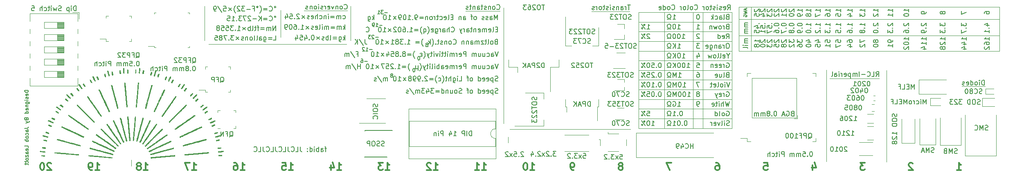
<source format=gbr>
G04 #@! TF.GenerationSoftware,KiCad,Pcbnew,5.1.5-52549c5~84~ubuntu18.04.1*
G04 #@! TF.CreationDate,2020-03-05T17:39:08-06:00*
G04 #@! TF.ProjectId,Valpo-PCB-Ruler,56616c70-6f2d-4504-9342-2d52756c6572,rev?*
G04 #@! TF.SameCoordinates,Original*
G04 #@! TF.FileFunction,Legend,Bot*
G04 #@! TF.FilePolarity,Positive*
%FSLAX46Y46*%
G04 Gerber Fmt 4.6, Leading zero omitted, Abs format (unit mm)*
G04 Created by KiCad (PCBNEW 5.1.5-52549c5~84~ubuntu18.04.1) date 2020-03-05 17:39:08*
%MOMM*%
%LPD*%
G04 APERTURE LIST*
%ADD10C,0.150000*%
%ADD11C,0.127000*%
%ADD12C,0.120000*%
%ADD13C,0.300000*%
%ADD14C,0.010000*%
G04 APERTURE END LIST*
D10*
X114107261Y-93765714D02*
X113726309Y-93765714D01*
X113964404Y-94432380D02*
X113964404Y-93575238D01*
X113916785Y-93480000D01*
X113821547Y-93432380D01*
X113726309Y-93432380D01*
X112964404Y-94432380D02*
X112964404Y-93908571D01*
X113012023Y-93813333D01*
X113107261Y-93765714D01*
X113297738Y-93765714D01*
X113392976Y-93813333D01*
X112964404Y-94384761D02*
X113059642Y-94432380D01*
X113297738Y-94432380D01*
X113392976Y-94384761D01*
X113440595Y-94289523D01*
X113440595Y-94194285D01*
X113392976Y-94099047D01*
X113297738Y-94051428D01*
X113059642Y-94051428D01*
X112964404Y-94003809D01*
X112488214Y-94432380D02*
X112488214Y-93432380D01*
X112488214Y-93813333D02*
X112392976Y-93765714D01*
X112202500Y-93765714D01*
X112107261Y-93813333D01*
X112059642Y-93860952D01*
X112012023Y-93956190D01*
X112012023Y-94241904D01*
X112059642Y-94337142D01*
X112107261Y-94384761D01*
X112202500Y-94432380D01*
X112392976Y-94432380D01*
X112488214Y-94384761D01*
X111583452Y-94432380D02*
X111583452Y-93765714D01*
X111583452Y-93432380D02*
X111631071Y-93480000D01*
X111583452Y-93527619D01*
X111535833Y-93480000D01*
X111583452Y-93432380D01*
X111583452Y-93527619D01*
X110678690Y-94432380D02*
X110678690Y-93432380D01*
X110678690Y-94384761D02*
X110773928Y-94432380D01*
X110964404Y-94432380D01*
X111059642Y-94384761D01*
X111107261Y-94337142D01*
X111154880Y-94241904D01*
X111154880Y-93956190D01*
X111107261Y-93860952D01*
X111059642Y-93813333D01*
X110964404Y-93765714D01*
X110773928Y-93765714D01*
X110678690Y-93813333D01*
X110202500Y-94337142D02*
X110154880Y-94384761D01*
X110202500Y-94432380D01*
X110250119Y-94384761D01*
X110202500Y-94337142D01*
X110202500Y-94432380D01*
X110202500Y-93813333D02*
X110154880Y-93860952D01*
X110202500Y-93908571D01*
X110250119Y-93860952D01*
X110202500Y-93813333D01*
X110202500Y-93908571D01*
X108678690Y-93432380D02*
X108678690Y-94146666D01*
X108726309Y-94289523D01*
X108821547Y-94384761D01*
X108964404Y-94432380D01*
X109059642Y-94432380D01*
X107726309Y-94432380D02*
X108202500Y-94432380D01*
X108202500Y-93432380D01*
X106821547Y-94337142D02*
X106869166Y-94384761D01*
X107012023Y-94432380D01*
X107107261Y-94432380D01*
X107250119Y-94384761D01*
X107345357Y-94289523D01*
X107392976Y-94194285D01*
X107440595Y-94003809D01*
X107440595Y-93860952D01*
X107392976Y-93670476D01*
X107345357Y-93575238D01*
X107250119Y-93480000D01*
X107107261Y-93432380D01*
X107012023Y-93432380D01*
X106869166Y-93480000D01*
X106821547Y-93527619D01*
X106107261Y-93432380D02*
X106107261Y-94146666D01*
X106154880Y-94289523D01*
X106250119Y-94384761D01*
X106392976Y-94432380D01*
X106488214Y-94432380D01*
X105154880Y-94432380D02*
X105631071Y-94432380D01*
X105631071Y-93432380D01*
X104250119Y-94337142D02*
X104297738Y-94384761D01*
X104440595Y-94432380D01*
X104535833Y-94432380D01*
X104678690Y-94384761D01*
X104773928Y-94289523D01*
X104821547Y-94194285D01*
X104869166Y-94003809D01*
X104869166Y-93860952D01*
X104821547Y-93670476D01*
X104773928Y-93575238D01*
X104678690Y-93480000D01*
X104535833Y-93432380D01*
X104440595Y-93432380D01*
X104297738Y-93480000D01*
X104250119Y-93527619D01*
X103535833Y-93432380D02*
X103535833Y-94146666D01*
X103583452Y-94289523D01*
X103678690Y-94384761D01*
X103821547Y-94432380D01*
X103916785Y-94432380D01*
X102583452Y-94432380D02*
X103059642Y-94432380D01*
X103059642Y-93432380D01*
X101678690Y-94337142D02*
X101726309Y-94384761D01*
X101869166Y-94432380D01*
X101964404Y-94432380D01*
X102107261Y-94384761D01*
X102202500Y-94289523D01*
X102250119Y-94194285D01*
X102297738Y-94003809D01*
X102297738Y-93860952D01*
X102250119Y-93670476D01*
X102202500Y-93575238D01*
X102107261Y-93480000D01*
X101964404Y-93432380D01*
X101869166Y-93432380D01*
X101726309Y-93480000D01*
X101678690Y-93527619D01*
X100964404Y-93432380D02*
X100964404Y-94146666D01*
X101012023Y-94289523D01*
X101107261Y-94384761D01*
X101250119Y-94432380D01*
X101345357Y-94432380D01*
X100012023Y-94432380D02*
X100488214Y-94432380D01*
X100488214Y-93432380D01*
X99107261Y-94337142D02*
X99154880Y-94384761D01*
X99297738Y-94432380D01*
X99392976Y-94432380D01*
X99535833Y-94384761D01*
X99631071Y-94289523D01*
X99678690Y-94194285D01*
X99726309Y-94003809D01*
X99726309Y-93860952D01*
X99678690Y-93670476D01*
X99631071Y-93575238D01*
X99535833Y-93480000D01*
X99392976Y-93432380D01*
X99297738Y-93432380D01*
X99154880Y-93480000D01*
X99107261Y-93527619D01*
X126730000Y-65649071D02*
X126158571Y-65649071D01*
X125872857Y-65184785D02*
X125408571Y-65184785D01*
X125658571Y-65470500D01*
X125551428Y-65470500D01*
X125480000Y-65506214D01*
X125444285Y-65541928D01*
X125408571Y-65613357D01*
X125408571Y-65791928D01*
X125444285Y-65863357D01*
X125480000Y-65899071D01*
X125551428Y-65934785D01*
X125765714Y-65934785D01*
X125837142Y-65899071D01*
X125872857Y-65863357D01*
X124694285Y-65934785D02*
X125122857Y-65934785D01*
X124908571Y-65934785D02*
X124908571Y-65184785D01*
X124980000Y-65291928D01*
X125051428Y-65363357D01*
X125122857Y-65399071D01*
X149524404Y-67127380D02*
X149524404Y-66127380D01*
X149191071Y-66841666D01*
X148857738Y-66127380D01*
X148857738Y-67127380D01*
X147952976Y-67127380D02*
X147952976Y-66603571D01*
X148000595Y-66508333D01*
X148095833Y-66460714D01*
X148286309Y-66460714D01*
X148381547Y-66508333D01*
X147952976Y-67079761D02*
X148048214Y-67127380D01*
X148286309Y-67127380D01*
X148381547Y-67079761D01*
X148429166Y-66984523D01*
X148429166Y-66889285D01*
X148381547Y-66794047D01*
X148286309Y-66746428D01*
X148048214Y-66746428D01*
X147952976Y-66698809D01*
X147524404Y-67079761D02*
X147429166Y-67127380D01*
X147238690Y-67127380D01*
X147143452Y-67079761D01*
X147095833Y-66984523D01*
X147095833Y-66936904D01*
X147143452Y-66841666D01*
X147238690Y-66794047D01*
X147381547Y-66794047D01*
X147476785Y-66746428D01*
X147524404Y-66651190D01*
X147524404Y-66603571D01*
X147476785Y-66508333D01*
X147381547Y-66460714D01*
X147238690Y-66460714D01*
X147143452Y-66508333D01*
X146714880Y-67079761D02*
X146619642Y-67127380D01*
X146429166Y-67127380D01*
X146333928Y-67079761D01*
X146286309Y-66984523D01*
X146286309Y-66936904D01*
X146333928Y-66841666D01*
X146429166Y-66794047D01*
X146572023Y-66794047D01*
X146667261Y-66746428D01*
X146714880Y-66651190D01*
X146714880Y-66603571D01*
X146667261Y-66508333D01*
X146572023Y-66460714D01*
X146429166Y-66460714D01*
X146333928Y-66508333D01*
X144952976Y-67127380D02*
X145048214Y-67079761D01*
X145095833Y-67032142D01*
X145143452Y-66936904D01*
X145143452Y-66651190D01*
X145095833Y-66555952D01*
X145048214Y-66508333D01*
X144952976Y-66460714D01*
X144810119Y-66460714D01*
X144714880Y-66508333D01*
X144667261Y-66555952D01*
X144619642Y-66651190D01*
X144619642Y-66936904D01*
X144667261Y-67032142D01*
X144714880Y-67079761D01*
X144810119Y-67127380D01*
X144952976Y-67127380D01*
X144333928Y-66460714D02*
X143952976Y-66460714D01*
X144191071Y-67127380D02*
X144191071Y-66270238D01*
X144143452Y-66175000D01*
X144048214Y-66127380D01*
X143952976Y-66127380D01*
X142429166Y-67127380D02*
X142429166Y-66603571D01*
X142476785Y-66508333D01*
X142572023Y-66460714D01*
X142762500Y-66460714D01*
X142857738Y-66508333D01*
X142429166Y-67079761D02*
X142524404Y-67127380D01*
X142762500Y-67127380D01*
X142857738Y-67079761D01*
X142905357Y-66984523D01*
X142905357Y-66889285D01*
X142857738Y-66794047D01*
X142762500Y-66746428D01*
X142524404Y-66746428D01*
X142429166Y-66698809D01*
X141952976Y-66460714D02*
X141952976Y-67127380D01*
X141952976Y-66555952D02*
X141905357Y-66508333D01*
X141810119Y-66460714D01*
X141667261Y-66460714D01*
X141572023Y-66508333D01*
X141524404Y-66603571D01*
X141524404Y-67127380D01*
X140286309Y-66603571D02*
X139952976Y-66603571D01*
X139810119Y-67127380D02*
X140286309Y-67127380D01*
X140286309Y-66127380D01*
X139810119Y-66127380D01*
X139238690Y-67127380D02*
X139333928Y-67079761D01*
X139381547Y-66984523D01*
X139381547Y-66127380D01*
X138476785Y-67079761D02*
X138572023Y-67127380D01*
X138762500Y-67127380D01*
X138857738Y-67079761D01*
X138905357Y-66984523D01*
X138905357Y-66603571D01*
X138857738Y-66508333D01*
X138762500Y-66460714D01*
X138572023Y-66460714D01*
X138476785Y-66508333D01*
X138429166Y-66603571D01*
X138429166Y-66698809D01*
X138905357Y-66794047D01*
X137572023Y-67079761D02*
X137667261Y-67127380D01*
X137857738Y-67127380D01*
X137952976Y-67079761D01*
X138000595Y-67032142D01*
X138048214Y-66936904D01*
X138048214Y-66651190D01*
X138000595Y-66555952D01*
X137952976Y-66508333D01*
X137857738Y-66460714D01*
X137667261Y-66460714D01*
X137572023Y-66508333D01*
X137286309Y-66460714D02*
X136905357Y-66460714D01*
X137143452Y-66127380D02*
X137143452Y-66984523D01*
X137095833Y-67079761D01*
X137000595Y-67127380D01*
X136905357Y-67127380D01*
X136572023Y-67127380D02*
X136572023Y-66460714D01*
X136572023Y-66651190D02*
X136524404Y-66555952D01*
X136476785Y-66508333D01*
X136381547Y-66460714D01*
X136286309Y-66460714D01*
X135810119Y-67127380D02*
X135905357Y-67079761D01*
X135952976Y-67032142D01*
X136000595Y-66936904D01*
X136000595Y-66651190D01*
X135952976Y-66555952D01*
X135905357Y-66508333D01*
X135810119Y-66460714D01*
X135667261Y-66460714D01*
X135572023Y-66508333D01*
X135524404Y-66555952D01*
X135476785Y-66651190D01*
X135476785Y-66936904D01*
X135524404Y-67032142D01*
X135572023Y-67079761D01*
X135667261Y-67127380D01*
X135810119Y-67127380D01*
X135048214Y-66460714D02*
X135048214Y-67127380D01*
X135048214Y-66555952D02*
X135000595Y-66508333D01*
X134905357Y-66460714D01*
X134762500Y-66460714D01*
X134667261Y-66508333D01*
X134619642Y-66603571D01*
X134619642Y-67127380D01*
X134143452Y-66603571D02*
X133381547Y-66603571D01*
X133381547Y-66889285D02*
X134143452Y-66889285D01*
X132857738Y-67127380D02*
X132667261Y-67127380D01*
X132572023Y-67079761D01*
X132524404Y-67032142D01*
X132429166Y-66889285D01*
X132381547Y-66698809D01*
X132381547Y-66317857D01*
X132429166Y-66222619D01*
X132476785Y-66175000D01*
X132572023Y-66127380D01*
X132762500Y-66127380D01*
X132857738Y-66175000D01*
X132905357Y-66222619D01*
X132952976Y-66317857D01*
X132952976Y-66555952D01*
X132905357Y-66651190D01*
X132857738Y-66698809D01*
X132762500Y-66746428D01*
X132572023Y-66746428D01*
X132476785Y-66698809D01*
X132429166Y-66651190D01*
X132381547Y-66555952D01*
X131952976Y-67032142D02*
X131905357Y-67079761D01*
X131952976Y-67127380D01*
X132000595Y-67079761D01*
X131952976Y-67032142D01*
X131952976Y-67127380D01*
X130952976Y-67127380D02*
X131524404Y-67127380D01*
X131238690Y-67127380D02*
X131238690Y-66127380D01*
X131333928Y-66270238D01*
X131429166Y-66365476D01*
X131524404Y-66413095D01*
X130333928Y-66127380D02*
X130238690Y-66127380D01*
X130143452Y-66175000D01*
X130095833Y-66222619D01*
X130048214Y-66317857D01*
X130000595Y-66508333D01*
X130000595Y-66746428D01*
X130048214Y-66936904D01*
X130095833Y-67032142D01*
X130143452Y-67079761D01*
X130238690Y-67127380D01*
X130333928Y-67127380D01*
X130429166Y-67079761D01*
X130476785Y-67032142D01*
X130524404Y-66936904D01*
X130572023Y-66746428D01*
X130572023Y-66508333D01*
X130524404Y-66317857D01*
X130476785Y-66222619D01*
X130429166Y-66175000D01*
X130333928Y-66127380D01*
X129524404Y-67127380D02*
X129333928Y-67127380D01*
X129238690Y-67079761D01*
X129191071Y-67032142D01*
X129095833Y-66889285D01*
X129048214Y-66698809D01*
X129048214Y-66317857D01*
X129095833Y-66222619D01*
X129143452Y-66175000D01*
X129238690Y-66127380D01*
X129429166Y-66127380D01*
X129524404Y-66175000D01*
X129572023Y-66222619D01*
X129619642Y-66317857D01*
X129619642Y-66555952D01*
X129572023Y-66651190D01*
X129524404Y-66698809D01*
X129429166Y-66746428D01*
X129238690Y-66746428D01*
X129143452Y-66698809D01*
X129095833Y-66651190D01*
X129048214Y-66555952D01*
X128524404Y-66460714D02*
X127952976Y-67032142D01*
X127952976Y-66460714D02*
X128524404Y-67032142D01*
X126857738Y-67127380D02*
X127429166Y-67127380D01*
X127143452Y-67127380D02*
X127143452Y-66127380D01*
X127238690Y-66270238D01*
X127333928Y-66365476D01*
X127429166Y-66413095D01*
X126238690Y-66127380D02*
X126143452Y-66127380D01*
X126048214Y-66175000D01*
X126000595Y-66222619D01*
X125952976Y-66317857D01*
X125905357Y-66508333D01*
X125905357Y-66746428D01*
X125952976Y-66936904D01*
X126000595Y-67032142D01*
X126048214Y-67079761D01*
X126143452Y-67127380D01*
X126238690Y-67127380D01*
X126333928Y-67079761D01*
X126381547Y-67032142D01*
X126429166Y-66936904D01*
X126476785Y-66746428D01*
X126476785Y-66508333D01*
X126429166Y-66317857D01*
X126381547Y-66222619D01*
X126333928Y-66175000D01*
X126238690Y-66127380D01*
X123952976Y-67127380D02*
X123952976Y-66127380D01*
X123857738Y-66746428D02*
X123572023Y-67127380D01*
X123572023Y-66460714D02*
X123952976Y-66841666D01*
X122714880Y-66460714D02*
X122714880Y-67270238D01*
X122762500Y-67365476D01*
X122810119Y-67413095D01*
X122905357Y-67460714D01*
X123048214Y-67460714D01*
X123143452Y-67413095D01*
X122714880Y-67079761D02*
X122810119Y-67127380D01*
X123000595Y-67127380D01*
X123095833Y-67079761D01*
X123143452Y-67032142D01*
X123191071Y-66936904D01*
X123191071Y-66651190D01*
X123143452Y-66555952D01*
X123095833Y-66508333D01*
X123000595Y-66460714D01*
X122810119Y-66460714D01*
X122714880Y-66508333D01*
X149572023Y-82319761D02*
X149429166Y-82367380D01*
X149191071Y-82367380D01*
X149095833Y-82319761D01*
X149048214Y-82272142D01*
X149000595Y-82176904D01*
X149000595Y-82081666D01*
X149048214Y-81986428D01*
X149095833Y-81938809D01*
X149191071Y-81891190D01*
X149381547Y-81843571D01*
X149476785Y-81795952D01*
X149524404Y-81748333D01*
X149572023Y-81653095D01*
X149572023Y-81557857D01*
X149524404Y-81462619D01*
X149476785Y-81415000D01*
X149381547Y-81367380D01*
X149143452Y-81367380D01*
X149000595Y-81415000D01*
X148572023Y-81700714D02*
X148572023Y-82700714D01*
X148572023Y-81748333D02*
X148476785Y-81700714D01*
X148286309Y-81700714D01*
X148191071Y-81748333D01*
X148143452Y-81795952D01*
X148095833Y-81891190D01*
X148095833Y-82176904D01*
X148143452Y-82272142D01*
X148191071Y-82319761D01*
X148286309Y-82367380D01*
X148476785Y-82367380D01*
X148572023Y-82319761D01*
X147286309Y-82319761D02*
X147381547Y-82367380D01*
X147572023Y-82367380D01*
X147667261Y-82319761D01*
X147714880Y-82224523D01*
X147714880Y-81843571D01*
X147667261Y-81748333D01*
X147572023Y-81700714D01*
X147381547Y-81700714D01*
X147286309Y-81748333D01*
X147238690Y-81843571D01*
X147238690Y-81938809D01*
X147714880Y-82034047D01*
X146429166Y-82319761D02*
X146524404Y-82367380D01*
X146714880Y-82367380D01*
X146810119Y-82319761D01*
X146857738Y-82224523D01*
X146857738Y-81843571D01*
X146810119Y-81748333D01*
X146714880Y-81700714D01*
X146524404Y-81700714D01*
X146429166Y-81748333D01*
X146381547Y-81843571D01*
X146381547Y-81938809D01*
X146857738Y-82034047D01*
X145524404Y-82367380D02*
X145524404Y-81367380D01*
X145524404Y-82319761D02*
X145619642Y-82367380D01*
X145810119Y-82367380D01*
X145905357Y-82319761D01*
X145952976Y-82272142D01*
X146000595Y-82176904D01*
X146000595Y-81891190D01*
X145952976Y-81795952D01*
X145905357Y-81748333D01*
X145810119Y-81700714D01*
X145619642Y-81700714D01*
X145524404Y-81748333D01*
X144143452Y-82367380D02*
X144238690Y-82319761D01*
X144286309Y-82272142D01*
X144333928Y-82176904D01*
X144333928Y-81891190D01*
X144286309Y-81795952D01*
X144238690Y-81748333D01*
X144143452Y-81700714D01*
X144000595Y-81700714D01*
X143905357Y-81748333D01*
X143857738Y-81795952D01*
X143810119Y-81891190D01*
X143810119Y-82176904D01*
X143857738Y-82272142D01*
X143905357Y-82319761D01*
X144000595Y-82367380D01*
X144143452Y-82367380D01*
X143524404Y-81700714D02*
X143143452Y-81700714D01*
X143381547Y-82367380D02*
X143381547Y-81510238D01*
X143333928Y-81415000D01*
X143238690Y-81367380D01*
X143143452Y-81367380D01*
X142095833Y-82319761D02*
X141952976Y-82367380D01*
X141714880Y-82367380D01*
X141619642Y-82319761D01*
X141572023Y-82272142D01*
X141524404Y-82176904D01*
X141524404Y-82081666D01*
X141572023Y-81986428D01*
X141619642Y-81938809D01*
X141714880Y-81891190D01*
X141905357Y-81843571D01*
X142000595Y-81795952D01*
X142048214Y-81748333D01*
X142095833Y-81653095D01*
X142095833Y-81557857D01*
X142048214Y-81462619D01*
X142000595Y-81415000D01*
X141905357Y-81367380D01*
X141667261Y-81367380D01*
X141524404Y-81415000D01*
X140952976Y-82367380D02*
X141048214Y-82319761D01*
X141095833Y-82272142D01*
X141143452Y-82176904D01*
X141143452Y-81891190D01*
X141095833Y-81795952D01*
X141048214Y-81748333D01*
X140952976Y-81700714D01*
X140810119Y-81700714D01*
X140714880Y-81748333D01*
X140667261Y-81795952D01*
X140619642Y-81891190D01*
X140619642Y-82176904D01*
X140667261Y-82272142D01*
X140714880Y-82319761D01*
X140810119Y-82367380D01*
X140952976Y-82367380D01*
X139762500Y-81700714D02*
X139762500Y-82367380D01*
X140191071Y-81700714D02*
X140191071Y-82224523D01*
X140143452Y-82319761D01*
X140048214Y-82367380D01*
X139905357Y-82367380D01*
X139810119Y-82319761D01*
X139762500Y-82272142D01*
X139286309Y-81700714D02*
X139286309Y-82367380D01*
X139286309Y-81795952D02*
X139238690Y-81748333D01*
X139143452Y-81700714D01*
X139000595Y-81700714D01*
X138905357Y-81748333D01*
X138857738Y-81843571D01*
X138857738Y-82367380D01*
X137952976Y-82367380D02*
X137952976Y-81367380D01*
X137952976Y-82319761D02*
X138048214Y-82367380D01*
X138238690Y-82367380D01*
X138333928Y-82319761D01*
X138381547Y-82272142D01*
X138429166Y-82176904D01*
X138429166Y-81891190D01*
X138381547Y-81795952D01*
X138333928Y-81748333D01*
X138238690Y-81700714D01*
X138048214Y-81700714D01*
X137952976Y-81748333D01*
X137476785Y-81843571D02*
X136714880Y-81843571D01*
X136714880Y-82129285D02*
X137476785Y-82129285D01*
X136333928Y-81367380D02*
X135714880Y-81367380D01*
X136048214Y-81748333D01*
X135905357Y-81748333D01*
X135810119Y-81795952D01*
X135762500Y-81843571D01*
X135714880Y-81938809D01*
X135714880Y-82176904D01*
X135762500Y-82272142D01*
X135810119Y-82319761D01*
X135905357Y-82367380D01*
X136191071Y-82367380D01*
X136286309Y-82319761D01*
X136333928Y-82272142D01*
X134857738Y-81700714D02*
X134857738Y-82367380D01*
X135095833Y-81319761D02*
X135333928Y-82034047D01*
X134714880Y-82034047D01*
X134429166Y-81367380D02*
X133810119Y-81367380D01*
X134143452Y-81748333D01*
X134000595Y-81748333D01*
X133905357Y-81795952D01*
X133857738Y-81843571D01*
X133810119Y-81938809D01*
X133810119Y-82176904D01*
X133857738Y-82272142D01*
X133905357Y-82319761D01*
X134000595Y-82367380D01*
X134286309Y-82367380D01*
X134381547Y-82319761D01*
X134429166Y-82272142D01*
X133381547Y-82367380D02*
X133381547Y-81700714D01*
X133381547Y-81795952D02*
X133333928Y-81748333D01*
X133238690Y-81700714D01*
X133095833Y-81700714D01*
X133000595Y-81748333D01*
X132952976Y-81843571D01*
X132952976Y-82367380D01*
X132952976Y-81843571D02*
X132905357Y-81748333D01*
X132810119Y-81700714D01*
X132667261Y-81700714D01*
X132572023Y-81748333D01*
X132524404Y-81843571D01*
X132524404Y-82367380D01*
X131333928Y-81319761D02*
X132191071Y-82605476D01*
X131048214Y-82319761D02*
X130952976Y-82367380D01*
X130762500Y-82367380D01*
X130667261Y-82319761D01*
X130619642Y-82224523D01*
X130619642Y-82176904D01*
X130667261Y-82081666D01*
X130762500Y-82034047D01*
X130905357Y-82034047D01*
X131000595Y-81986428D01*
X131048214Y-81891190D01*
X131048214Y-81843571D01*
X131000595Y-81748333D01*
X130905357Y-81700714D01*
X130762500Y-81700714D01*
X130667261Y-81748333D01*
D11*
X52414714Y-81769857D02*
X51652714Y-81769857D01*
X51652714Y-81951285D01*
X51689000Y-82060142D01*
X51761571Y-82132714D01*
X51834142Y-82169000D01*
X51979285Y-82205285D01*
X52088142Y-82205285D01*
X52233285Y-82169000D01*
X52305857Y-82132714D01*
X52378428Y-82060142D01*
X52414714Y-81951285D01*
X52414714Y-81769857D01*
X52378428Y-82822142D02*
X52414714Y-82749571D01*
X52414714Y-82604428D01*
X52378428Y-82531857D01*
X52305857Y-82495571D01*
X52015571Y-82495571D01*
X51943000Y-82531857D01*
X51906714Y-82604428D01*
X51906714Y-82749571D01*
X51943000Y-82822142D01*
X52015571Y-82858428D01*
X52088142Y-82858428D01*
X52160714Y-82495571D01*
X52378428Y-83148714D02*
X52414714Y-83221285D01*
X52414714Y-83366428D01*
X52378428Y-83439000D01*
X52305857Y-83475285D01*
X52269571Y-83475285D01*
X52197000Y-83439000D01*
X52160714Y-83366428D01*
X52160714Y-83257571D01*
X52124428Y-83185000D01*
X52051857Y-83148714D01*
X52015571Y-83148714D01*
X51943000Y-83185000D01*
X51906714Y-83257571D01*
X51906714Y-83366428D01*
X51943000Y-83439000D01*
X52414714Y-83801857D02*
X51906714Y-83801857D01*
X51652714Y-83801857D02*
X51689000Y-83765571D01*
X51725285Y-83801857D01*
X51689000Y-83838142D01*
X51652714Y-83801857D01*
X51725285Y-83801857D01*
X51906714Y-84491285D02*
X52523571Y-84491285D01*
X52596142Y-84455000D01*
X52632428Y-84418714D01*
X52668714Y-84346142D01*
X52668714Y-84237285D01*
X52632428Y-84164714D01*
X52378428Y-84491285D02*
X52414714Y-84418714D01*
X52414714Y-84273571D01*
X52378428Y-84201000D01*
X52342142Y-84164714D01*
X52269571Y-84128428D01*
X52051857Y-84128428D01*
X51979285Y-84164714D01*
X51943000Y-84201000D01*
X51906714Y-84273571D01*
X51906714Y-84418714D01*
X51943000Y-84491285D01*
X51906714Y-84854142D02*
X52414714Y-84854142D01*
X51979285Y-84854142D02*
X51943000Y-84890428D01*
X51906714Y-84963000D01*
X51906714Y-85071857D01*
X51943000Y-85144428D01*
X52015571Y-85180714D01*
X52414714Y-85180714D01*
X52378428Y-85833857D02*
X52414714Y-85761285D01*
X52414714Y-85616142D01*
X52378428Y-85543571D01*
X52305857Y-85507285D01*
X52015571Y-85507285D01*
X51943000Y-85543571D01*
X51906714Y-85616142D01*
X51906714Y-85761285D01*
X51943000Y-85833857D01*
X52015571Y-85870142D01*
X52088142Y-85870142D01*
X52160714Y-85507285D01*
X52414714Y-86523285D02*
X51652714Y-86523285D01*
X52378428Y-86523285D02*
X52414714Y-86450714D01*
X52414714Y-86305571D01*
X52378428Y-86233000D01*
X52342142Y-86196714D01*
X52269571Y-86160428D01*
X52051857Y-86160428D01*
X51979285Y-86196714D01*
X51943000Y-86233000D01*
X51906714Y-86305571D01*
X51906714Y-86450714D01*
X51943000Y-86523285D01*
X52015571Y-87720714D02*
X52051857Y-87829571D01*
X52088142Y-87865857D01*
X52160714Y-87902142D01*
X52269571Y-87902142D01*
X52342142Y-87865857D01*
X52378428Y-87829571D01*
X52414714Y-87757000D01*
X52414714Y-87466714D01*
X51652714Y-87466714D01*
X51652714Y-87720714D01*
X51689000Y-87793285D01*
X51725285Y-87829571D01*
X51797857Y-87865857D01*
X51870428Y-87865857D01*
X51943000Y-87829571D01*
X51979285Y-87793285D01*
X52015571Y-87720714D01*
X52015571Y-87466714D01*
X51906714Y-88156142D02*
X52414714Y-88337571D01*
X51906714Y-88519000D02*
X52414714Y-88337571D01*
X52596142Y-88265000D01*
X52632428Y-88228714D01*
X52668714Y-88156142D01*
X51652714Y-89607571D02*
X52197000Y-89607571D01*
X52305857Y-89571285D01*
X52378428Y-89498714D01*
X52414714Y-89389857D01*
X52414714Y-89317285D01*
X52414714Y-90297000D02*
X52015571Y-90297000D01*
X51943000Y-90260714D01*
X51906714Y-90188142D01*
X51906714Y-90043000D01*
X51943000Y-89970428D01*
X52378428Y-90297000D02*
X52414714Y-90224428D01*
X52414714Y-90043000D01*
X52378428Y-89970428D01*
X52305857Y-89934142D01*
X52233285Y-89934142D01*
X52160714Y-89970428D01*
X52124428Y-90043000D01*
X52124428Y-90224428D01*
X52088142Y-90297000D01*
X52378428Y-90986428D02*
X52414714Y-90913857D01*
X52414714Y-90768714D01*
X52378428Y-90696142D01*
X52342142Y-90659857D01*
X52269571Y-90623571D01*
X52051857Y-90623571D01*
X51979285Y-90659857D01*
X51943000Y-90696142D01*
X51906714Y-90768714D01*
X51906714Y-90913857D01*
X51943000Y-90986428D01*
X52414714Y-91421857D02*
X52378428Y-91349285D01*
X52342142Y-91313000D01*
X52269571Y-91276714D01*
X52051857Y-91276714D01*
X51979285Y-91313000D01*
X51943000Y-91349285D01*
X51906714Y-91421857D01*
X51906714Y-91530714D01*
X51943000Y-91603285D01*
X51979285Y-91639571D01*
X52051857Y-91675857D01*
X52269571Y-91675857D01*
X52342142Y-91639571D01*
X52378428Y-91603285D01*
X52414714Y-91530714D01*
X52414714Y-91421857D01*
X52414714Y-92002428D02*
X51652714Y-92002428D01*
X51943000Y-92002428D02*
X51906714Y-92075000D01*
X51906714Y-92220142D01*
X51943000Y-92292714D01*
X51979285Y-92329000D01*
X52051857Y-92365285D01*
X52269571Y-92365285D01*
X52342142Y-92329000D01*
X52378428Y-92292714D01*
X52414714Y-92220142D01*
X52414714Y-92075000D01*
X52378428Y-92002428D01*
X52414714Y-93635285D02*
X52414714Y-93272428D01*
X51652714Y-93272428D01*
X52378428Y-94179571D02*
X52414714Y-94107000D01*
X52414714Y-93961857D01*
X52378428Y-93889285D01*
X52305857Y-93853000D01*
X52015571Y-93853000D01*
X51943000Y-93889285D01*
X51906714Y-93961857D01*
X51906714Y-94107000D01*
X51943000Y-94179571D01*
X52015571Y-94215857D01*
X52088142Y-94215857D01*
X52160714Y-93853000D01*
X52414714Y-94869000D02*
X52015571Y-94869000D01*
X51943000Y-94832714D01*
X51906714Y-94760142D01*
X51906714Y-94615000D01*
X51943000Y-94542428D01*
X52378428Y-94869000D02*
X52414714Y-94796428D01*
X52414714Y-94615000D01*
X52378428Y-94542428D01*
X52305857Y-94506142D01*
X52233285Y-94506142D01*
X52160714Y-94542428D01*
X52124428Y-94615000D01*
X52124428Y-94796428D01*
X52088142Y-94869000D01*
X51906714Y-95159285D02*
X51906714Y-95558428D01*
X52414714Y-95159285D01*
X52414714Y-95558428D01*
X52414714Y-95957571D02*
X52378428Y-95885000D01*
X52342142Y-95848714D01*
X52269571Y-95812428D01*
X52051857Y-95812428D01*
X51979285Y-95848714D01*
X51943000Y-95885000D01*
X51906714Y-95957571D01*
X51906714Y-96066428D01*
X51943000Y-96139000D01*
X51979285Y-96175285D01*
X52051857Y-96211571D01*
X52269571Y-96211571D01*
X52342142Y-96175285D01*
X52378428Y-96139000D01*
X52414714Y-96066428D01*
X52414714Y-95957571D01*
X51906714Y-96429285D02*
X51906714Y-96719571D01*
X51652714Y-96538142D02*
X52305857Y-96538142D01*
X52378428Y-96574428D01*
X52414714Y-96647000D01*
X52414714Y-96719571D01*
X51906714Y-96864714D02*
X51906714Y-97155000D01*
X51652714Y-96973571D02*
X52305857Y-96973571D01*
X52378428Y-97009857D01*
X52414714Y-97082428D01*
X52414714Y-97155000D01*
D12*
X217554000Y-96536500D02*
X217554000Y-77536500D01*
D10*
X103137714Y-71381880D02*
X103613904Y-71381880D01*
X103613904Y-70381880D01*
X102804380Y-70858071D02*
X102042476Y-70858071D01*
X102042476Y-71143785D02*
X102804380Y-71143785D01*
X101137714Y-70715214D02*
X101137714Y-71524738D01*
X101185333Y-71619976D01*
X101232952Y-71667595D01*
X101328190Y-71715214D01*
X101471047Y-71715214D01*
X101566285Y-71667595D01*
X101137714Y-71334261D02*
X101232952Y-71381880D01*
X101423428Y-71381880D01*
X101518666Y-71334261D01*
X101566285Y-71286642D01*
X101613904Y-71191404D01*
X101613904Y-70905690D01*
X101566285Y-70810452D01*
X101518666Y-70762833D01*
X101423428Y-70715214D01*
X101232952Y-70715214D01*
X101137714Y-70762833D01*
X100232952Y-71381880D02*
X100232952Y-70858071D01*
X100280571Y-70762833D01*
X100375809Y-70715214D01*
X100566285Y-70715214D01*
X100661523Y-70762833D01*
X100232952Y-71334261D02*
X100328190Y-71381880D01*
X100566285Y-71381880D01*
X100661523Y-71334261D01*
X100709142Y-71239023D01*
X100709142Y-71143785D01*
X100661523Y-71048547D01*
X100566285Y-71000928D01*
X100328190Y-71000928D01*
X100232952Y-70953309D01*
X99613904Y-71381880D02*
X99709142Y-71334261D01*
X99756761Y-71239023D01*
X99756761Y-70381880D01*
X99090095Y-71381880D02*
X99185333Y-71334261D01*
X99232952Y-71239023D01*
X99232952Y-70381880D01*
X98566285Y-71381880D02*
X98661523Y-71334261D01*
X98709142Y-71286642D01*
X98756761Y-71191404D01*
X98756761Y-70905690D01*
X98709142Y-70810452D01*
X98661523Y-70762833D01*
X98566285Y-70715214D01*
X98423428Y-70715214D01*
X98328190Y-70762833D01*
X98280571Y-70810452D01*
X98232952Y-70905690D01*
X98232952Y-71191404D01*
X98280571Y-71286642D01*
X98328190Y-71334261D01*
X98423428Y-71381880D01*
X98566285Y-71381880D01*
X97804380Y-70715214D02*
X97804380Y-71381880D01*
X97804380Y-70810452D02*
X97756761Y-70762833D01*
X97661523Y-70715214D01*
X97518666Y-70715214D01*
X97423428Y-70762833D01*
X97375809Y-70858071D01*
X97375809Y-71381880D01*
X96947238Y-71334261D02*
X96852000Y-71381880D01*
X96661523Y-71381880D01*
X96566285Y-71334261D01*
X96518666Y-71239023D01*
X96518666Y-71191404D01*
X96566285Y-71096166D01*
X96661523Y-71048547D01*
X96804380Y-71048547D01*
X96899619Y-71000928D01*
X96947238Y-70905690D01*
X96947238Y-70858071D01*
X96899619Y-70762833D01*
X96804380Y-70715214D01*
X96661523Y-70715214D01*
X96566285Y-70762833D01*
X95994857Y-70715214D02*
X95423428Y-71286642D01*
X95423428Y-70715214D02*
X95994857Y-71286642D01*
X94947238Y-70381880D02*
X94328190Y-70381880D01*
X94661523Y-70762833D01*
X94518666Y-70762833D01*
X94423428Y-70810452D01*
X94375809Y-70858071D01*
X94328190Y-70953309D01*
X94328190Y-71191404D01*
X94375809Y-71286642D01*
X94423428Y-71334261D01*
X94518666Y-71381880D01*
X94804380Y-71381880D01*
X94899619Y-71334261D01*
X94947238Y-71286642D01*
X93899619Y-71286642D02*
X93852000Y-71334261D01*
X93899619Y-71381880D01*
X93947238Y-71334261D01*
X93899619Y-71286642D01*
X93899619Y-71381880D01*
X93518666Y-70381880D02*
X92852000Y-70381880D01*
X93280571Y-71381880D01*
X92328190Y-70810452D02*
X92423428Y-70762833D01*
X92471047Y-70715214D01*
X92518666Y-70619976D01*
X92518666Y-70572357D01*
X92471047Y-70477119D01*
X92423428Y-70429500D01*
X92328190Y-70381880D01*
X92137714Y-70381880D01*
X92042476Y-70429500D01*
X91994857Y-70477119D01*
X91947238Y-70572357D01*
X91947238Y-70619976D01*
X91994857Y-70715214D01*
X92042476Y-70762833D01*
X92137714Y-70810452D01*
X92328190Y-70810452D01*
X92423428Y-70858071D01*
X92471047Y-70905690D01*
X92518666Y-71000928D01*
X92518666Y-71191404D01*
X92471047Y-71286642D01*
X92423428Y-71334261D01*
X92328190Y-71381880D01*
X92137714Y-71381880D01*
X92042476Y-71334261D01*
X91994857Y-71286642D01*
X91947238Y-71191404D01*
X91947238Y-71000928D01*
X91994857Y-70905690D01*
X92042476Y-70858071D01*
X92137714Y-70810452D01*
X91042476Y-70381880D02*
X91518666Y-70381880D01*
X91566285Y-70858071D01*
X91518666Y-70810452D01*
X91423428Y-70762833D01*
X91185333Y-70762833D01*
X91090095Y-70810452D01*
X91042476Y-70858071D01*
X90994857Y-70953309D01*
X90994857Y-71191404D01*
X91042476Y-71286642D01*
X91090095Y-71334261D01*
X91185333Y-71381880D01*
X91423428Y-71381880D01*
X91518666Y-71334261D01*
X91566285Y-71286642D01*
X103613904Y-69371046D02*
X103613904Y-68371046D01*
X103042476Y-69371046D01*
X103042476Y-68371046D01*
X102566285Y-69371046D02*
X102566285Y-68704380D01*
X102566285Y-68799618D02*
X102518666Y-68751999D01*
X102423428Y-68704380D01*
X102280571Y-68704380D01*
X102185333Y-68751999D01*
X102137714Y-68847237D01*
X102137714Y-69371046D01*
X102137714Y-68847237D02*
X102090095Y-68751999D01*
X101994857Y-68704380D01*
X101852000Y-68704380D01*
X101756761Y-68751999D01*
X101709142Y-68847237D01*
X101709142Y-69371046D01*
X101232952Y-68847237D02*
X100471047Y-68847237D01*
X100471047Y-69132951D02*
X101232952Y-69132951D01*
X100137714Y-68704380D02*
X99756761Y-68704380D01*
X99994857Y-69371046D02*
X99994857Y-68513904D01*
X99947238Y-68418666D01*
X99852000Y-68371046D01*
X99756761Y-68371046D01*
X99566285Y-68704380D02*
X99185333Y-68704380D01*
X99423428Y-68371046D02*
X99423428Y-69228189D01*
X99375809Y-69323427D01*
X99280571Y-69371046D01*
X99185333Y-69371046D01*
X98709142Y-69371046D02*
X98804380Y-69323427D01*
X98852000Y-69228189D01*
X98852000Y-68371046D01*
X98328190Y-69371046D02*
X98328190Y-68371046D01*
X98328190Y-68751999D02*
X98232952Y-68704380D01*
X98042476Y-68704380D01*
X97947238Y-68751999D01*
X97899619Y-68799618D01*
X97852000Y-68894856D01*
X97852000Y-69180570D01*
X97899619Y-69275808D01*
X97947238Y-69323427D01*
X98042476Y-69371046D01*
X98232952Y-69371046D01*
X98328190Y-69323427D01*
X97328190Y-68704380D02*
X96756761Y-69275808D01*
X96756761Y-68704380D02*
X97328190Y-69275808D01*
X95661523Y-69371046D02*
X96232952Y-69371046D01*
X95947238Y-69371046D02*
X95947238Y-68371046D01*
X96042476Y-68513904D01*
X96137714Y-68609142D01*
X96232952Y-68656761D01*
X95232952Y-69275808D02*
X95185333Y-69323427D01*
X95232952Y-69371046D01*
X95280571Y-69323427D01*
X95232952Y-69275808D01*
X95232952Y-69371046D01*
X94852000Y-68371046D02*
X94232952Y-68371046D01*
X94566285Y-68751999D01*
X94423428Y-68751999D01*
X94328190Y-68799618D01*
X94280571Y-68847237D01*
X94232952Y-68942475D01*
X94232952Y-69180570D01*
X94280571Y-69275808D01*
X94328190Y-69323427D01*
X94423428Y-69371046D01*
X94709142Y-69371046D01*
X94804380Y-69323427D01*
X94852000Y-69275808D01*
X93328190Y-68371046D02*
X93804380Y-68371046D01*
X93852000Y-68847237D01*
X93804380Y-68799618D01*
X93709142Y-68751999D01*
X93471047Y-68751999D01*
X93375809Y-68799618D01*
X93328190Y-68847237D01*
X93280571Y-68942475D01*
X93280571Y-69180570D01*
X93328190Y-69275808D01*
X93375809Y-69323427D01*
X93471047Y-69371046D01*
X93709142Y-69371046D01*
X93804380Y-69323427D01*
X93852000Y-69275808D01*
X92375809Y-68371046D02*
X92852000Y-68371046D01*
X92899619Y-68847237D01*
X92852000Y-68799618D01*
X92756761Y-68751999D01*
X92518666Y-68751999D01*
X92423428Y-68799618D01*
X92375809Y-68847237D01*
X92328190Y-68942475D01*
X92328190Y-69180570D01*
X92375809Y-69275808D01*
X92423428Y-69323427D01*
X92518666Y-69371046D01*
X92756761Y-69371046D01*
X92852000Y-69323427D01*
X92899619Y-69275808D01*
X91756761Y-68799618D02*
X91852000Y-68751999D01*
X91899619Y-68704380D01*
X91947238Y-68609142D01*
X91947238Y-68561523D01*
X91899619Y-68466285D01*
X91852000Y-68418666D01*
X91756761Y-68371046D01*
X91566285Y-68371046D01*
X91471047Y-68418666D01*
X91423428Y-68466285D01*
X91375809Y-68561523D01*
X91375809Y-68609142D01*
X91423428Y-68704380D01*
X91471047Y-68751999D01*
X91566285Y-68799618D01*
X91756761Y-68799618D01*
X91852000Y-68847237D01*
X91899619Y-68894856D01*
X91947238Y-68990094D01*
X91947238Y-69180570D01*
X91899619Y-69275808D01*
X91852000Y-69323427D01*
X91756761Y-69371046D01*
X91566285Y-69371046D01*
X91471047Y-69323427D01*
X91423428Y-69275808D01*
X91375809Y-69180570D01*
X91375809Y-68990094D01*
X91423428Y-68894856D01*
X91471047Y-68847237D01*
X91566285Y-68799618D01*
X103471047Y-66360213D02*
X103566285Y-66407833D01*
X103613904Y-66503071D01*
X103566285Y-66598309D01*
X103471047Y-66645928D01*
X103375809Y-66598309D01*
X103328190Y-66503071D01*
X103375809Y-66407833D01*
X103471047Y-66360213D01*
X102280571Y-67264975D02*
X102328190Y-67312594D01*
X102471047Y-67360213D01*
X102566285Y-67360213D01*
X102709142Y-67312594D01*
X102804380Y-67217356D01*
X102852000Y-67122118D01*
X102899619Y-66931642D01*
X102899619Y-66788785D01*
X102852000Y-66598309D01*
X102804380Y-66503071D01*
X102709142Y-66407833D01*
X102566285Y-66360213D01*
X102471047Y-66360213D01*
X102328190Y-66407833D01*
X102280571Y-66455452D01*
X101852000Y-66836404D02*
X101090095Y-66836404D01*
X101090095Y-67122118D02*
X101852000Y-67122118D01*
X100613904Y-67360213D02*
X100613904Y-66360213D01*
X100042476Y-67360213D02*
X100471047Y-66788785D01*
X100042476Y-66360213D02*
X100613904Y-66931642D01*
X99613904Y-66979261D02*
X98852000Y-66979261D01*
X98423428Y-66455452D02*
X98375809Y-66407833D01*
X98280571Y-66360213D01*
X98042476Y-66360213D01*
X97947238Y-66407833D01*
X97899619Y-66455452D01*
X97852000Y-66550690D01*
X97852000Y-66645928D01*
X97899619Y-66788785D01*
X98471047Y-67360213D01*
X97852000Y-67360213D01*
X97518666Y-66360213D02*
X96852000Y-66360213D01*
X97280571Y-67360213D01*
X96566285Y-66360213D02*
X95947238Y-66360213D01*
X96280571Y-66741166D01*
X96137714Y-66741166D01*
X96042476Y-66788785D01*
X95994857Y-66836404D01*
X95947238Y-66931642D01*
X95947238Y-67169737D01*
X95994857Y-67264975D01*
X96042476Y-67312594D01*
X96137714Y-67360213D01*
X96423428Y-67360213D01*
X96518666Y-67312594D01*
X96566285Y-67264975D01*
X95518666Y-67264975D02*
X95471047Y-67312594D01*
X95518666Y-67360213D01*
X95566285Y-67312594D01*
X95518666Y-67264975D01*
X95518666Y-67360213D01*
X94518666Y-67360213D02*
X95090095Y-67360213D01*
X94804380Y-67360213D02*
X94804380Y-66360213D01*
X94899619Y-66503071D01*
X94994857Y-66598309D01*
X95090095Y-66645928D01*
X93613904Y-66360213D02*
X94090095Y-66360213D01*
X94137714Y-66836404D01*
X94090095Y-66788785D01*
X93994857Y-66741166D01*
X93756761Y-66741166D01*
X93661523Y-66788785D01*
X93613904Y-66836404D01*
X93566285Y-66931642D01*
X93566285Y-67169737D01*
X93613904Y-67264975D01*
X93661523Y-67312594D01*
X93756761Y-67360213D01*
X93994857Y-67360213D01*
X94090095Y-67312594D01*
X94137714Y-67264975D01*
X103471047Y-64349380D02*
X103566285Y-64397000D01*
X103613904Y-64492238D01*
X103566285Y-64587476D01*
X103471047Y-64635095D01*
X103375809Y-64587476D01*
X103328190Y-64492238D01*
X103375809Y-64397000D01*
X103471047Y-64349380D01*
X102280571Y-65254142D02*
X102328190Y-65301761D01*
X102471047Y-65349380D01*
X102566285Y-65349380D01*
X102709142Y-65301761D01*
X102804380Y-65206523D01*
X102852000Y-65111285D01*
X102899619Y-64920809D01*
X102899619Y-64777952D01*
X102852000Y-64587476D01*
X102804380Y-64492238D01*
X102709142Y-64397000D01*
X102566285Y-64349380D01*
X102471047Y-64349380D01*
X102328190Y-64397000D01*
X102280571Y-64444619D01*
X101852000Y-64825571D02*
X101090095Y-64825571D01*
X101090095Y-65111285D02*
X101852000Y-65111285D01*
X100328190Y-65730333D02*
X100375809Y-65682714D01*
X100471047Y-65539857D01*
X100518666Y-65444619D01*
X100566285Y-65301761D01*
X100613904Y-65063666D01*
X100613904Y-64873190D01*
X100566285Y-64635095D01*
X100518666Y-64492238D01*
X100471047Y-64397000D01*
X100375809Y-64254142D01*
X100328190Y-64206523D01*
X99804380Y-64349380D02*
X99899619Y-64397000D01*
X99947238Y-64492238D01*
X99899619Y-64587476D01*
X99804380Y-64635095D01*
X99709142Y-64587476D01*
X99661523Y-64492238D01*
X99709142Y-64397000D01*
X99804380Y-64349380D01*
X98852000Y-64825571D02*
X99185333Y-64825571D01*
X99185333Y-65349380D02*
X99185333Y-64349380D01*
X98709142Y-64349380D01*
X98328190Y-64968428D02*
X97566285Y-64968428D01*
X97185333Y-64349380D02*
X96566285Y-64349380D01*
X96899619Y-64730333D01*
X96756761Y-64730333D01*
X96661523Y-64777952D01*
X96613904Y-64825571D01*
X96566285Y-64920809D01*
X96566285Y-65158904D01*
X96613904Y-65254142D01*
X96661523Y-65301761D01*
X96756761Y-65349380D01*
X97042476Y-65349380D01*
X97137714Y-65301761D01*
X97185333Y-65254142D01*
X96185333Y-64444619D02*
X96137714Y-64397000D01*
X96042476Y-64349380D01*
X95804380Y-64349380D01*
X95709142Y-64397000D01*
X95661523Y-64444619D01*
X95613904Y-64539857D01*
X95613904Y-64635095D01*
X95661523Y-64777952D01*
X96232952Y-65349380D01*
X95613904Y-65349380D01*
X95280571Y-65730333D02*
X95232952Y-65682714D01*
X95137714Y-65539857D01*
X95090095Y-65444619D01*
X95042476Y-65301761D01*
X94994857Y-65063666D01*
X94994857Y-64873190D01*
X95042476Y-64635095D01*
X95090095Y-64492238D01*
X95137714Y-64397000D01*
X95232952Y-64254142D01*
X95280571Y-64206523D01*
X94423428Y-64682714D02*
X93852000Y-65254142D01*
X93852000Y-64682714D02*
X94423428Y-65254142D01*
X92804380Y-64349380D02*
X93280571Y-64349380D01*
X93328190Y-64825571D01*
X93280571Y-64777952D01*
X93185333Y-64730333D01*
X92947238Y-64730333D01*
X92852000Y-64777952D01*
X92804380Y-64825571D01*
X92756761Y-64920809D01*
X92756761Y-65158904D01*
X92804380Y-65254142D01*
X92852000Y-65301761D01*
X92947238Y-65349380D01*
X93185333Y-65349380D01*
X93280571Y-65301761D01*
X93328190Y-65254142D01*
X91613904Y-64301761D02*
X92471047Y-65587476D01*
X91232952Y-65349380D02*
X91042476Y-65349380D01*
X90947238Y-65301761D01*
X90899619Y-65254142D01*
X90804380Y-65111285D01*
X90756761Y-64920809D01*
X90756761Y-64539857D01*
X90804380Y-64444619D01*
X90852000Y-64397000D01*
X90947238Y-64349380D01*
X91137714Y-64349380D01*
X91232952Y-64397000D01*
X91280571Y-64444619D01*
X91328190Y-64539857D01*
X91328190Y-64777952D01*
X91280571Y-64873190D01*
X91232952Y-64920809D01*
X91137714Y-64968428D01*
X90947238Y-64968428D01*
X90852000Y-64920809D01*
X90804380Y-64873190D01*
X90756761Y-64777952D01*
X117933154Y-71318380D02*
X117933154Y-70318380D01*
X117837916Y-70937428D02*
X117552202Y-71318380D01*
X117552202Y-70651714D02*
X117933154Y-71032666D01*
X116695059Y-70651714D02*
X116695059Y-71461238D01*
X116742678Y-71556476D01*
X116790297Y-71604095D01*
X116885535Y-71651714D01*
X117028392Y-71651714D01*
X117123630Y-71604095D01*
X116695059Y-71270761D02*
X116790297Y-71318380D01*
X116980773Y-71318380D01*
X117076011Y-71270761D01*
X117123630Y-71223142D01*
X117171250Y-71127904D01*
X117171250Y-70842190D01*
X117123630Y-70746952D01*
X117076011Y-70699333D01*
X116980773Y-70651714D01*
X116790297Y-70651714D01*
X116695059Y-70699333D01*
X116218869Y-70794571D02*
X115456964Y-70794571D01*
X115456964Y-71080285D02*
X116218869Y-71080285D01*
X114837916Y-71318380D02*
X114933154Y-71270761D01*
X114980773Y-71175523D01*
X114980773Y-70318380D01*
X114456964Y-71318380D02*
X114456964Y-70318380D01*
X114456964Y-70699333D02*
X114361726Y-70651714D01*
X114171250Y-70651714D01*
X114076011Y-70699333D01*
X114028392Y-70746952D01*
X113980773Y-70842190D01*
X113980773Y-71127904D01*
X114028392Y-71223142D01*
X114076011Y-71270761D01*
X114171250Y-71318380D01*
X114361726Y-71318380D01*
X114456964Y-71270761D01*
X113599821Y-71270761D02*
X113504583Y-71318380D01*
X113314107Y-71318380D01*
X113218869Y-71270761D01*
X113171250Y-71175523D01*
X113171250Y-71127904D01*
X113218869Y-71032666D01*
X113314107Y-70985047D01*
X113456964Y-70985047D01*
X113552202Y-70937428D01*
X113599821Y-70842190D01*
X113599821Y-70794571D01*
X113552202Y-70699333D01*
X113456964Y-70651714D01*
X113314107Y-70651714D01*
X113218869Y-70699333D01*
X112647440Y-70651714D02*
X112076011Y-71223142D01*
X112076011Y-70651714D02*
X112647440Y-71223142D01*
X111314107Y-70318380D02*
X111218869Y-70318380D01*
X111123630Y-70366000D01*
X111076011Y-70413619D01*
X111028392Y-70508857D01*
X110980773Y-70699333D01*
X110980773Y-70937428D01*
X111028392Y-71127904D01*
X111076011Y-71223142D01*
X111123630Y-71270761D01*
X111218869Y-71318380D01*
X111314107Y-71318380D01*
X111409345Y-71270761D01*
X111456964Y-71223142D01*
X111504583Y-71127904D01*
X111552202Y-70937428D01*
X111552202Y-70699333D01*
X111504583Y-70508857D01*
X111456964Y-70413619D01*
X111409345Y-70366000D01*
X111314107Y-70318380D01*
X110552202Y-71223142D02*
X110504583Y-71270761D01*
X110552202Y-71318380D01*
X110599821Y-71270761D01*
X110552202Y-71223142D01*
X110552202Y-71318380D01*
X109647440Y-70651714D02*
X109647440Y-71318380D01*
X109885535Y-70270761D02*
X110123630Y-70985047D01*
X109504583Y-70985047D01*
X108647440Y-70318380D02*
X109123630Y-70318380D01*
X109171250Y-70794571D01*
X109123630Y-70746952D01*
X109028392Y-70699333D01*
X108790297Y-70699333D01*
X108695059Y-70746952D01*
X108647440Y-70794571D01*
X108599821Y-70889809D01*
X108599821Y-71127904D01*
X108647440Y-71223142D01*
X108695059Y-71270761D01*
X108790297Y-71318380D01*
X109028392Y-71318380D01*
X109123630Y-71270761D01*
X109171250Y-71223142D01*
X107742678Y-70651714D02*
X107742678Y-71318380D01*
X107980773Y-70270761D02*
X108218869Y-70985047D01*
X107599821Y-70985047D01*
X117933154Y-69127630D02*
X117933154Y-68127630D01*
X117837916Y-68746678D02*
X117552202Y-69127630D01*
X117552202Y-68460964D02*
X117933154Y-68841916D01*
X117123630Y-69127630D02*
X117123630Y-68460964D01*
X117123630Y-68556202D02*
X117076011Y-68508583D01*
X116980773Y-68460964D01*
X116837916Y-68460964D01*
X116742678Y-68508583D01*
X116695059Y-68603821D01*
X116695059Y-69127630D01*
X116695059Y-68603821D02*
X116647440Y-68508583D01*
X116552202Y-68460964D01*
X116409345Y-68460964D01*
X116314107Y-68508583D01*
X116266488Y-68603821D01*
X116266488Y-69127630D01*
X115790297Y-68603821D02*
X115028392Y-68603821D01*
X115028392Y-68889535D02*
X115790297Y-68889535D01*
X114552202Y-69127630D02*
X114552202Y-68460964D01*
X114552202Y-68556202D02*
X114504583Y-68508583D01*
X114409345Y-68460964D01*
X114266488Y-68460964D01*
X114171250Y-68508583D01*
X114123630Y-68603821D01*
X114123630Y-69127630D01*
X114123630Y-68603821D02*
X114076011Y-68508583D01*
X113980773Y-68460964D01*
X113837916Y-68460964D01*
X113742678Y-68508583D01*
X113695059Y-68603821D01*
X113695059Y-69127630D01*
X113218869Y-69127630D02*
X113218869Y-68460964D01*
X113218869Y-68127630D02*
X113266488Y-68175250D01*
X113218869Y-68222869D01*
X113171250Y-68175250D01*
X113218869Y-68127630D01*
X113218869Y-68222869D01*
X112599821Y-69127630D02*
X112695059Y-69080011D01*
X112742678Y-68984773D01*
X112742678Y-68127630D01*
X111837916Y-69080011D02*
X111933154Y-69127630D01*
X112123630Y-69127630D01*
X112218869Y-69080011D01*
X112266488Y-68984773D01*
X112266488Y-68603821D01*
X112218869Y-68508583D01*
X112123630Y-68460964D01*
X111933154Y-68460964D01*
X111837916Y-68508583D01*
X111790297Y-68603821D01*
X111790297Y-68699059D01*
X112266488Y-68794297D01*
X111409345Y-69080011D02*
X111314107Y-69127630D01*
X111123630Y-69127630D01*
X111028392Y-69080011D01*
X110980773Y-68984773D01*
X110980773Y-68937154D01*
X111028392Y-68841916D01*
X111123630Y-68794297D01*
X111266488Y-68794297D01*
X111361726Y-68746678D01*
X111409345Y-68651440D01*
X111409345Y-68603821D01*
X111361726Y-68508583D01*
X111266488Y-68460964D01*
X111123630Y-68460964D01*
X111028392Y-68508583D01*
X110456964Y-68460964D02*
X109885535Y-69032392D01*
X109885535Y-68460964D02*
X110456964Y-69032392D01*
X108790297Y-69127630D02*
X109361726Y-69127630D01*
X109076011Y-69127630D02*
X109076011Y-68127630D01*
X109171250Y-68270488D01*
X109266488Y-68365726D01*
X109361726Y-68413345D01*
X108361726Y-69032392D02*
X108314107Y-69080011D01*
X108361726Y-69127630D01*
X108409345Y-69080011D01*
X108361726Y-69032392D01*
X108361726Y-69127630D01*
X107456964Y-68127630D02*
X107647440Y-68127630D01*
X107742678Y-68175250D01*
X107790297Y-68222869D01*
X107885535Y-68365726D01*
X107933154Y-68556202D01*
X107933154Y-68937154D01*
X107885535Y-69032392D01*
X107837916Y-69080011D01*
X107742678Y-69127630D01*
X107552202Y-69127630D01*
X107456964Y-69080011D01*
X107409345Y-69032392D01*
X107361726Y-68937154D01*
X107361726Y-68699059D01*
X107409345Y-68603821D01*
X107456964Y-68556202D01*
X107552202Y-68508583D01*
X107742678Y-68508583D01*
X107837916Y-68556202D01*
X107885535Y-68603821D01*
X107933154Y-68699059D01*
X106742678Y-68127630D02*
X106647440Y-68127630D01*
X106552202Y-68175250D01*
X106504583Y-68222869D01*
X106456964Y-68318107D01*
X106409345Y-68508583D01*
X106409345Y-68746678D01*
X106456964Y-68937154D01*
X106504583Y-69032392D01*
X106552202Y-69080011D01*
X106647440Y-69127630D01*
X106742678Y-69127630D01*
X106837916Y-69080011D01*
X106885535Y-69032392D01*
X106933154Y-68937154D01*
X106980773Y-68746678D01*
X106980773Y-68508583D01*
X106933154Y-68318107D01*
X106885535Y-68222869D01*
X106837916Y-68175250D01*
X106742678Y-68127630D01*
X105933154Y-69127630D02*
X105742678Y-69127630D01*
X105647440Y-69080011D01*
X105599821Y-69032392D01*
X105504583Y-68889535D01*
X105456964Y-68699059D01*
X105456964Y-68318107D01*
X105504583Y-68222869D01*
X105552202Y-68175250D01*
X105647440Y-68127630D01*
X105837916Y-68127630D01*
X105933154Y-68175250D01*
X105980773Y-68222869D01*
X106028392Y-68318107D01*
X106028392Y-68556202D01*
X105980773Y-68651440D01*
X105933154Y-68699059D01*
X105837916Y-68746678D01*
X105647440Y-68746678D01*
X105552202Y-68699059D01*
X105504583Y-68651440D01*
X105456964Y-68556202D01*
X117504583Y-66889261D02*
X117599821Y-66936880D01*
X117790297Y-66936880D01*
X117885535Y-66889261D01*
X117933154Y-66841642D01*
X117980773Y-66746404D01*
X117980773Y-66460690D01*
X117933154Y-66365452D01*
X117885535Y-66317833D01*
X117790297Y-66270214D01*
X117599821Y-66270214D01*
X117504583Y-66317833D01*
X117076011Y-66936880D02*
X117076011Y-66270214D01*
X117076011Y-66365452D02*
X117028392Y-66317833D01*
X116933154Y-66270214D01*
X116790297Y-66270214D01*
X116695059Y-66317833D01*
X116647440Y-66413071D01*
X116647440Y-66936880D01*
X116647440Y-66413071D02*
X116599821Y-66317833D01*
X116504583Y-66270214D01*
X116361726Y-66270214D01*
X116266488Y-66317833D01*
X116218869Y-66413071D01*
X116218869Y-66936880D01*
X115742678Y-66413071D02*
X114980773Y-66413071D01*
X114980773Y-66698785D02*
X115742678Y-66698785D01*
X114504583Y-66936880D02*
X114504583Y-66270214D01*
X114504583Y-65936880D02*
X114552202Y-65984500D01*
X114504583Y-66032119D01*
X114456964Y-65984500D01*
X114504583Y-65936880D01*
X114504583Y-66032119D01*
X114028392Y-66270214D02*
X114028392Y-66936880D01*
X114028392Y-66365452D02*
X113980773Y-66317833D01*
X113885535Y-66270214D01*
X113742678Y-66270214D01*
X113647440Y-66317833D01*
X113599821Y-66413071D01*
X113599821Y-66936880D01*
X112695059Y-66889261D02*
X112790297Y-66936880D01*
X112980773Y-66936880D01*
X113076011Y-66889261D01*
X113123630Y-66841642D01*
X113171250Y-66746404D01*
X113171250Y-66460690D01*
X113123630Y-66365452D01*
X113076011Y-66317833D01*
X112980773Y-66270214D01*
X112790297Y-66270214D01*
X112695059Y-66317833D01*
X112266488Y-66936880D02*
X112266488Y-65936880D01*
X111837916Y-66936880D02*
X111837916Y-66413071D01*
X111885535Y-66317833D01*
X111980773Y-66270214D01*
X112123630Y-66270214D01*
X112218869Y-66317833D01*
X112266488Y-66365452D01*
X110980773Y-66889261D02*
X111076011Y-66936880D01*
X111266488Y-66936880D01*
X111361726Y-66889261D01*
X111409345Y-66794023D01*
X111409345Y-66413071D01*
X111361726Y-66317833D01*
X111266488Y-66270214D01*
X111076011Y-66270214D01*
X110980773Y-66317833D01*
X110933154Y-66413071D01*
X110933154Y-66508309D01*
X111409345Y-66603547D01*
X110552202Y-66889261D02*
X110456964Y-66936880D01*
X110266488Y-66936880D01*
X110171250Y-66889261D01*
X110123630Y-66794023D01*
X110123630Y-66746404D01*
X110171250Y-66651166D01*
X110266488Y-66603547D01*
X110409345Y-66603547D01*
X110504583Y-66555928D01*
X110552202Y-66460690D01*
X110552202Y-66413071D01*
X110504583Y-66317833D01*
X110409345Y-66270214D01*
X110266488Y-66270214D01*
X110171250Y-66317833D01*
X109599821Y-66270214D02*
X109028392Y-66841642D01*
X109028392Y-66270214D02*
X109599821Y-66841642D01*
X108504583Y-66032119D02*
X108456964Y-65984500D01*
X108361726Y-65936880D01*
X108123630Y-65936880D01*
X108028392Y-65984500D01*
X107980773Y-66032119D01*
X107933154Y-66127357D01*
X107933154Y-66222595D01*
X107980773Y-66365452D01*
X108552202Y-66936880D01*
X107933154Y-66936880D01*
X107504583Y-66841642D02*
X107456964Y-66889261D01*
X107504583Y-66936880D01*
X107552202Y-66889261D01*
X107504583Y-66841642D01*
X107504583Y-66936880D01*
X106552202Y-65936880D02*
X107028392Y-65936880D01*
X107076011Y-66413071D01*
X107028392Y-66365452D01*
X106933154Y-66317833D01*
X106695059Y-66317833D01*
X106599821Y-66365452D01*
X106552202Y-66413071D01*
X106504583Y-66508309D01*
X106504583Y-66746404D01*
X106552202Y-66841642D01*
X106599821Y-66889261D01*
X106695059Y-66936880D01*
X106933154Y-66936880D01*
X107028392Y-66889261D01*
X107076011Y-66841642D01*
X105647440Y-66270214D02*
X105647440Y-66936880D01*
X105885535Y-65889261D02*
X106123630Y-66603547D01*
X105504583Y-66603547D01*
D12*
X104648000Y-70770750D02*
X104648000Y-65214500D01*
X118427500Y-65263000D02*
X109474000Y-65263000D01*
D10*
X117776166Y-64858142D02*
X117823785Y-64905761D01*
X117966642Y-64953380D01*
X118061880Y-64953380D01*
X118204738Y-64905761D01*
X118299976Y-64810523D01*
X118347595Y-64715285D01*
X118395214Y-64524809D01*
X118395214Y-64381952D01*
X118347595Y-64191476D01*
X118299976Y-64096238D01*
X118204738Y-64001000D01*
X118061880Y-63953380D01*
X117966642Y-63953380D01*
X117823785Y-64001000D01*
X117776166Y-64048619D01*
X117204738Y-64953380D02*
X117299976Y-64905761D01*
X117347595Y-64858142D01*
X117395214Y-64762904D01*
X117395214Y-64477190D01*
X117347595Y-64381952D01*
X117299976Y-64334333D01*
X117204738Y-64286714D01*
X117061880Y-64286714D01*
X116966642Y-64334333D01*
X116919023Y-64381952D01*
X116871404Y-64477190D01*
X116871404Y-64762904D01*
X116919023Y-64858142D01*
X116966642Y-64905761D01*
X117061880Y-64953380D01*
X117204738Y-64953380D01*
X116442833Y-64286714D02*
X116442833Y-64953380D01*
X116442833Y-64381952D02*
X116395214Y-64334333D01*
X116299976Y-64286714D01*
X116157119Y-64286714D01*
X116061880Y-64334333D01*
X116014261Y-64429571D01*
X116014261Y-64953380D01*
X115633309Y-64286714D02*
X115395214Y-64953380D01*
X115157119Y-64286714D01*
X114395214Y-64905761D02*
X114490452Y-64953380D01*
X114680928Y-64953380D01*
X114776166Y-64905761D01*
X114823785Y-64810523D01*
X114823785Y-64429571D01*
X114776166Y-64334333D01*
X114680928Y-64286714D01*
X114490452Y-64286714D01*
X114395214Y-64334333D01*
X114347595Y-64429571D01*
X114347595Y-64524809D01*
X114823785Y-64620047D01*
X113919023Y-64953380D02*
X113919023Y-64286714D01*
X113919023Y-64477190D02*
X113871404Y-64381952D01*
X113823785Y-64334333D01*
X113728547Y-64286714D01*
X113633309Y-64286714D01*
X113347595Y-64905761D02*
X113252357Y-64953380D01*
X113061880Y-64953380D01*
X112966642Y-64905761D01*
X112919023Y-64810523D01*
X112919023Y-64762904D01*
X112966642Y-64667666D01*
X113061880Y-64620047D01*
X113204738Y-64620047D01*
X113299976Y-64572428D01*
X113347595Y-64477190D01*
X113347595Y-64429571D01*
X113299976Y-64334333D01*
X113204738Y-64286714D01*
X113061880Y-64286714D01*
X112966642Y-64334333D01*
X112490452Y-64953380D02*
X112490452Y-64286714D01*
X112490452Y-63953380D02*
X112538071Y-64001000D01*
X112490452Y-64048619D01*
X112442833Y-64001000D01*
X112490452Y-63953380D01*
X112490452Y-64048619D01*
X111871404Y-64953380D02*
X111966642Y-64905761D01*
X112014261Y-64858142D01*
X112061880Y-64762904D01*
X112061880Y-64477190D01*
X112014261Y-64381952D01*
X111966642Y-64334333D01*
X111871404Y-64286714D01*
X111728547Y-64286714D01*
X111633309Y-64334333D01*
X111585690Y-64381952D01*
X111538071Y-64477190D01*
X111538071Y-64762904D01*
X111585690Y-64858142D01*
X111633309Y-64905761D01*
X111728547Y-64953380D01*
X111871404Y-64953380D01*
X111109500Y-64286714D02*
X111109500Y-64953380D01*
X111109500Y-64381952D02*
X111061880Y-64334333D01*
X110966642Y-64286714D01*
X110823785Y-64286714D01*
X110728547Y-64334333D01*
X110680928Y-64429571D01*
X110680928Y-64953380D01*
X110252357Y-64905761D02*
X110157119Y-64953380D01*
X109966642Y-64953380D01*
X109871404Y-64905761D01*
X109823785Y-64810523D01*
X109823785Y-64762904D01*
X109871404Y-64667666D01*
X109966642Y-64620047D01*
X110109500Y-64620047D01*
X110204738Y-64572428D01*
X110252357Y-64477190D01*
X110252357Y-64429571D01*
X110204738Y-64334333D01*
X110109500Y-64286714D01*
X109966642Y-64286714D01*
X109871404Y-64334333D01*
D12*
X88900000Y-71437500D02*
X88900000Y-64293750D01*
X118268750Y-72231250D02*
X89693750Y-72231250D01*
X119062500Y-64293750D02*
X119062500Y-71437500D01*
X177000000Y-89837500D02*
X152000000Y-89837500D01*
X150041500Y-65326500D02*
X142929500Y-65326500D01*
X176838500Y-65390000D02*
X168964500Y-65390000D01*
X228464000Y-79296500D02*
X218249500Y-79296500D01*
X250435000Y-80947500D02*
X245609000Y-80947500D01*
D10*
X122562857Y-75745571D02*
X121991428Y-75745571D01*
X121312857Y-75281285D02*
X121455714Y-75281285D01*
X121527142Y-75317000D01*
X121562857Y-75352714D01*
X121634285Y-75459857D01*
X121670000Y-75602714D01*
X121670000Y-75888428D01*
X121634285Y-75959857D01*
X121598571Y-75995571D01*
X121527142Y-76031285D01*
X121384285Y-76031285D01*
X121312857Y-75995571D01*
X121277142Y-75959857D01*
X121241428Y-75888428D01*
X121241428Y-75709857D01*
X121277142Y-75638428D01*
X121312857Y-75602714D01*
X121384285Y-75567000D01*
X121527142Y-75567000D01*
X121598571Y-75602714D01*
X121634285Y-75638428D01*
X121670000Y-75709857D01*
X133258714Y-74709785D02*
X133187285Y-74709785D01*
X133115857Y-74745500D01*
X133080142Y-74781214D01*
X133044428Y-74852642D01*
X133008714Y-74995500D01*
X133008714Y-75174071D01*
X133044428Y-75316928D01*
X133080142Y-75388357D01*
X133115857Y-75424071D01*
X133187285Y-75459785D01*
X133258714Y-75459785D01*
X133330142Y-75424071D01*
X133365857Y-75388357D01*
X133401571Y-75316928D01*
X133437285Y-75174071D01*
X133437285Y-74995500D01*
X133401571Y-74852642D01*
X133365857Y-74781214D01*
X133330142Y-74745500D01*
X133258714Y-74709785D01*
X132242714Y-77186285D02*
X132171285Y-77186285D01*
X132099857Y-77222000D01*
X132064142Y-77257714D01*
X132028428Y-77329142D01*
X131992714Y-77472000D01*
X131992714Y-77650571D01*
X132028428Y-77793428D01*
X132064142Y-77864857D01*
X132099857Y-77900571D01*
X132171285Y-77936285D01*
X132242714Y-77936285D01*
X132314142Y-77900571D01*
X132349857Y-77864857D01*
X132385571Y-77793428D01*
X132421285Y-77650571D01*
X132421285Y-77472000D01*
X132385571Y-77329142D01*
X132349857Y-77257714D01*
X132314142Y-77222000D01*
X132242714Y-77186285D01*
X149667261Y-76287380D02*
X149333928Y-77287380D01*
X149000595Y-76287380D01*
X148238690Y-77287380D02*
X148238690Y-76763571D01*
X148286309Y-76668333D01*
X148381547Y-76620714D01*
X148572023Y-76620714D01*
X148667261Y-76668333D01*
X148238690Y-77239761D02*
X148333928Y-77287380D01*
X148572023Y-77287380D01*
X148667261Y-77239761D01*
X148714880Y-77144523D01*
X148714880Y-77049285D01*
X148667261Y-76954047D01*
X148572023Y-76906428D01*
X148333928Y-76906428D01*
X148238690Y-76858809D01*
X147333928Y-77239761D02*
X147429166Y-77287380D01*
X147619642Y-77287380D01*
X147714880Y-77239761D01*
X147762500Y-77192142D01*
X147810119Y-77096904D01*
X147810119Y-76811190D01*
X147762500Y-76715952D01*
X147714880Y-76668333D01*
X147619642Y-76620714D01*
X147429166Y-76620714D01*
X147333928Y-76668333D01*
X146476785Y-76620714D02*
X146476785Y-77287380D01*
X146905357Y-76620714D02*
X146905357Y-77144523D01*
X146857738Y-77239761D01*
X146762500Y-77287380D01*
X146619642Y-77287380D01*
X146524404Y-77239761D01*
X146476785Y-77192142D01*
X145572023Y-76620714D02*
X145572023Y-77287380D01*
X146000595Y-76620714D02*
X146000595Y-77144523D01*
X145952976Y-77239761D01*
X145857738Y-77287380D01*
X145714880Y-77287380D01*
X145619642Y-77239761D01*
X145572023Y-77192142D01*
X145095833Y-77287380D02*
X145095833Y-76620714D01*
X145095833Y-76715952D02*
X145048214Y-76668333D01*
X144952976Y-76620714D01*
X144810119Y-76620714D01*
X144714880Y-76668333D01*
X144667261Y-76763571D01*
X144667261Y-77287380D01*
X144667261Y-76763571D02*
X144619642Y-76668333D01*
X144524404Y-76620714D01*
X144381547Y-76620714D01*
X144286309Y-76668333D01*
X144238690Y-76763571D01*
X144238690Y-77287380D01*
X143000595Y-77287380D02*
X143000595Y-76287380D01*
X142619642Y-76287380D01*
X142524404Y-76335000D01*
X142476785Y-76382619D01*
X142429166Y-76477857D01*
X142429166Y-76620714D01*
X142476785Y-76715952D01*
X142524404Y-76763571D01*
X142619642Y-76811190D01*
X143000595Y-76811190D01*
X141619642Y-77239761D02*
X141714880Y-77287380D01*
X141905357Y-77287380D01*
X142000595Y-77239761D01*
X142048214Y-77144523D01*
X142048214Y-76763571D01*
X142000595Y-76668333D01*
X141905357Y-76620714D01*
X141714880Y-76620714D01*
X141619642Y-76668333D01*
X141572023Y-76763571D01*
X141572023Y-76858809D01*
X142048214Y-76954047D01*
X141143452Y-77287380D02*
X141143452Y-76620714D01*
X141143452Y-76811190D02*
X141095833Y-76715952D01*
X141048214Y-76668333D01*
X140952976Y-76620714D01*
X140857738Y-76620714D01*
X140524404Y-77287380D02*
X140524404Y-76620714D01*
X140524404Y-76715952D02*
X140476785Y-76668333D01*
X140381547Y-76620714D01*
X140238690Y-76620714D01*
X140143452Y-76668333D01*
X140095833Y-76763571D01*
X140095833Y-77287380D01*
X140095833Y-76763571D02*
X140048214Y-76668333D01*
X139952976Y-76620714D01*
X139810119Y-76620714D01*
X139714880Y-76668333D01*
X139667261Y-76763571D01*
X139667261Y-77287380D01*
X138810119Y-77239761D02*
X138905357Y-77287380D01*
X139095833Y-77287380D01*
X139191071Y-77239761D01*
X139238690Y-77144523D01*
X139238690Y-76763571D01*
X139191071Y-76668333D01*
X139095833Y-76620714D01*
X138905357Y-76620714D01*
X138810119Y-76668333D01*
X138762500Y-76763571D01*
X138762500Y-76858809D01*
X139238690Y-76954047D01*
X137905357Y-77287380D02*
X137905357Y-76763571D01*
X137952976Y-76668333D01*
X138048214Y-76620714D01*
X138238690Y-76620714D01*
X138333928Y-76668333D01*
X137905357Y-77239761D02*
X138000595Y-77287380D01*
X138238690Y-77287380D01*
X138333928Y-77239761D01*
X138381547Y-77144523D01*
X138381547Y-77049285D01*
X138333928Y-76954047D01*
X138238690Y-76906428D01*
X138000595Y-76906428D01*
X137905357Y-76858809D01*
X137429166Y-77287380D02*
X137429166Y-76287380D01*
X137429166Y-76668333D02*
X137333928Y-76620714D01*
X137143452Y-76620714D01*
X137048214Y-76668333D01*
X137000595Y-76715952D01*
X136952976Y-76811190D01*
X136952976Y-77096904D01*
X137000595Y-77192142D01*
X137048214Y-77239761D01*
X137143452Y-77287380D01*
X137333928Y-77287380D01*
X137429166Y-77239761D01*
X136524404Y-77287380D02*
X136524404Y-76620714D01*
X136524404Y-76287380D02*
X136572023Y-76335000D01*
X136524404Y-76382619D01*
X136476785Y-76335000D01*
X136524404Y-76287380D01*
X136524404Y-76382619D01*
X135905357Y-77287380D02*
X136000595Y-77239761D01*
X136048214Y-77144523D01*
X136048214Y-76287380D01*
X135524404Y-77287380D02*
X135524404Y-76620714D01*
X135524404Y-76287380D02*
X135572023Y-76335000D01*
X135524404Y-76382619D01*
X135476785Y-76335000D01*
X135524404Y-76287380D01*
X135524404Y-76382619D01*
X135191071Y-76620714D02*
X134810119Y-76620714D01*
X135048214Y-76287380D02*
X135048214Y-77144523D01*
X135000595Y-77239761D01*
X134905357Y-77287380D01*
X134810119Y-77287380D01*
X134572023Y-76620714D02*
X134333928Y-77287380D01*
X134095833Y-76620714D02*
X134333928Y-77287380D01*
X134429166Y-77525476D01*
X134476785Y-77573095D01*
X134572023Y-77620714D01*
X133429166Y-77668333D02*
X133476785Y-77620714D01*
X133572023Y-77477857D01*
X133619642Y-77382619D01*
X133667261Y-77239761D01*
X133714880Y-77001666D01*
X133714880Y-76811190D01*
X133667261Y-76573095D01*
X133619642Y-76430238D01*
X133572023Y-76335000D01*
X133476785Y-76192142D01*
X133429166Y-76144523D01*
X133048214Y-76620714D02*
X133048214Y-77620714D01*
X132572023Y-77144523D02*
X132524404Y-77239761D01*
X132429166Y-77287380D01*
X133048214Y-77144523D02*
X133000595Y-77239761D01*
X132905357Y-77287380D01*
X132714880Y-77287380D01*
X132619642Y-77239761D01*
X132572023Y-77144523D01*
X132572023Y-76620714D01*
X131333928Y-77668333D02*
X131286309Y-77620714D01*
X131191071Y-77477857D01*
X131143452Y-77382619D01*
X131095833Y-77239761D01*
X131048214Y-77001666D01*
X131048214Y-76811190D01*
X131095833Y-76573095D01*
X131143452Y-76430238D01*
X131191071Y-76335000D01*
X131286309Y-76192142D01*
X131333928Y-76144523D01*
X130572023Y-76763571D02*
X129810119Y-76763571D01*
X129810119Y-77049285D02*
X130572023Y-77049285D01*
X128810119Y-77287380D02*
X129381547Y-77287380D01*
X129095833Y-77287380D02*
X129095833Y-76287380D01*
X129191071Y-76430238D01*
X129286309Y-76525476D01*
X129381547Y-76573095D01*
X128381547Y-77192142D02*
X128333928Y-77239761D01*
X128381547Y-77287380D01*
X128429166Y-77239761D01*
X128381547Y-77192142D01*
X128381547Y-77287380D01*
X127952976Y-76382619D02*
X127905357Y-76335000D01*
X127810119Y-76287380D01*
X127572023Y-76287380D01*
X127476785Y-76335000D01*
X127429166Y-76382619D01*
X127381547Y-76477857D01*
X127381547Y-76573095D01*
X127429166Y-76715952D01*
X128000595Y-77287380D01*
X127381547Y-77287380D01*
X126476785Y-76287380D02*
X126952976Y-76287380D01*
X127000595Y-76763571D01*
X126952976Y-76715952D01*
X126857738Y-76668333D01*
X126619642Y-76668333D01*
X126524404Y-76715952D01*
X126476785Y-76763571D01*
X126429166Y-76858809D01*
X126429166Y-77096904D01*
X126476785Y-77192142D01*
X126524404Y-77239761D01*
X126619642Y-77287380D01*
X126857738Y-77287380D01*
X126952976Y-77239761D01*
X127000595Y-77192142D01*
X126095833Y-76287380D02*
X125429166Y-76287380D01*
X125857738Y-77287380D01*
X124952976Y-76620714D02*
X124381547Y-77192142D01*
X124381547Y-76620714D02*
X124952976Y-77192142D01*
X123286309Y-77287380D02*
X123857738Y-77287380D01*
X123572023Y-77287380D02*
X123572023Y-76287380D01*
X123667261Y-76430238D01*
X123762500Y-76525476D01*
X123857738Y-76573095D01*
X122667261Y-76287380D02*
X122572023Y-76287380D01*
X122476785Y-76335000D01*
X122429166Y-76382619D01*
X122381547Y-76477857D01*
X122333928Y-76668333D01*
X122333928Y-76906428D01*
X122381547Y-77096904D01*
X122429166Y-77192142D01*
X122476785Y-77239761D01*
X122572023Y-77287380D01*
X122667261Y-77287380D01*
X122762500Y-77239761D01*
X122810119Y-77192142D01*
X122857738Y-77096904D01*
X122905357Y-76906428D01*
X122905357Y-76668333D01*
X122857738Y-76477857D01*
X122810119Y-76382619D01*
X122762500Y-76335000D01*
X122667261Y-76287380D01*
X121143452Y-77287380D02*
X121143452Y-76287380D01*
X121143452Y-76763571D02*
X120572023Y-76763571D01*
X120572023Y-77287380D02*
X120572023Y-76287380D01*
X119381547Y-76239761D02*
X120238690Y-77525476D01*
X119048214Y-77287380D02*
X119048214Y-76620714D01*
X119048214Y-76715952D02*
X119000595Y-76668333D01*
X118905357Y-76620714D01*
X118762500Y-76620714D01*
X118667261Y-76668333D01*
X118619642Y-76763571D01*
X118619642Y-77287380D01*
X118619642Y-76763571D02*
X118572023Y-76668333D01*
X118476785Y-76620714D01*
X118333928Y-76620714D01*
X118238690Y-76668333D01*
X118191071Y-76763571D01*
X118191071Y-77287380D01*
X123555000Y-73332571D02*
X122983571Y-73332571D01*
X122233571Y-73618285D02*
X122662142Y-73618285D01*
X122447857Y-73618285D02*
X122447857Y-72868285D01*
X122519285Y-72975428D01*
X122590714Y-73046857D01*
X122662142Y-73082571D01*
X121947857Y-72939714D02*
X121912142Y-72904000D01*
X121840714Y-72868285D01*
X121662142Y-72868285D01*
X121590714Y-72904000D01*
X121555000Y-72939714D01*
X121519285Y-73011142D01*
X121519285Y-73082571D01*
X121555000Y-73189714D01*
X121983571Y-73618285D01*
X121519285Y-73618285D01*
X149667261Y-73747380D02*
X149333928Y-74747380D01*
X149000595Y-73747380D01*
X148238690Y-74747380D02*
X148238690Y-74223571D01*
X148286309Y-74128333D01*
X148381547Y-74080714D01*
X148572023Y-74080714D01*
X148667261Y-74128333D01*
X148238690Y-74699761D02*
X148333928Y-74747380D01*
X148572023Y-74747380D01*
X148667261Y-74699761D01*
X148714880Y-74604523D01*
X148714880Y-74509285D01*
X148667261Y-74414047D01*
X148572023Y-74366428D01*
X148333928Y-74366428D01*
X148238690Y-74318809D01*
X147333928Y-74699761D02*
X147429166Y-74747380D01*
X147619642Y-74747380D01*
X147714880Y-74699761D01*
X147762500Y-74652142D01*
X147810119Y-74556904D01*
X147810119Y-74271190D01*
X147762500Y-74175952D01*
X147714880Y-74128333D01*
X147619642Y-74080714D01*
X147429166Y-74080714D01*
X147333928Y-74128333D01*
X146476785Y-74080714D02*
X146476785Y-74747380D01*
X146905357Y-74080714D02*
X146905357Y-74604523D01*
X146857738Y-74699761D01*
X146762500Y-74747380D01*
X146619642Y-74747380D01*
X146524404Y-74699761D01*
X146476785Y-74652142D01*
X145572023Y-74080714D02*
X145572023Y-74747380D01*
X146000595Y-74080714D02*
X146000595Y-74604523D01*
X145952976Y-74699761D01*
X145857738Y-74747380D01*
X145714880Y-74747380D01*
X145619642Y-74699761D01*
X145572023Y-74652142D01*
X145095833Y-74747380D02*
X145095833Y-74080714D01*
X145095833Y-74175952D02*
X145048214Y-74128333D01*
X144952976Y-74080714D01*
X144810119Y-74080714D01*
X144714880Y-74128333D01*
X144667261Y-74223571D01*
X144667261Y-74747380D01*
X144667261Y-74223571D02*
X144619642Y-74128333D01*
X144524404Y-74080714D01*
X144381547Y-74080714D01*
X144286309Y-74128333D01*
X144238690Y-74223571D01*
X144238690Y-74747380D01*
X143000595Y-74747380D02*
X143000595Y-73747380D01*
X142619642Y-73747380D01*
X142524404Y-73795000D01*
X142476785Y-73842619D01*
X142429166Y-73937857D01*
X142429166Y-74080714D01*
X142476785Y-74175952D01*
X142524404Y-74223571D01*
X142619642Y-74271190D01*
X143000595Y-74271190D01*
X141619642Y-74699761D02*
X141714880Y-74747380D01*
X141905357Y-74747380D01*
X142000595Y-74699761D01*
X142048214Y-74604523D01*
X142048214Y-74223571D01*
X142000595Y-74128333D01*
X141905357Y-74080714D01*
X141714880Y-74080714D01*
X141619642Y-74128333D01*
X141572023Y-74223571D01*
X141572023Y-74318809D01*
X142048214Y-74414047D01*
X141143452Y-74747380D02*
X141143452Y-74080714D01*
X141143452Y-74271190D02*
X141095833Y-74175952D01*
X141048214Y-74128333D01*
X140952976Y-74080714D01*
X140857738Y-74080714D01*
X140524404Y-74747380D02*
X140524404Y-74080714D01*
X140524404Y-74175952D02*
X140476785Y-74128333D01*
X140381547Y-74080714D01*
X140238690Y-74080714D01*
X140143452Y-74128333D01*
X140095833Y-74223571D01*
X140095833Y-74747380D01*
X140095833Y-74223571D02*
X140048214Y-74128333D01*
X139952976Y-74080714D01*
X139810119Y-74080714D01*
X139714880Y-74128333D01*
X139667261Y-74223571D01*
X139667261Y-74747380D01*
X139191071Y-74747380D02*
X139191071Y-74080714D01*
X139191071Y-73747380D02*
X139238690Y-73795000D01*
X139191071Y-73842619D01*
X139143452Y-73795000D01*
X139191071Y-73747380D01*
X139191071Y-73842619D01*
X138857738Y-74080714D02*
X138476785Y-74080714D01*
X138714880Y-73747380D02*
X138714880Y-74604523D01*
X138667261Y-74699761D01*
X138572023Y-74747380D01*
X138476785Y-74747380D01*
X138286309Y-74080714D02*
X137905357Y-74080714D01*
X138143452Y-73747380D02*
X138143452Y-74604523D01*
X138095833Y-74699761D01*
X138000595Y-74747380D01*
X137905357Y-74747380D01*
X137572023Y-74747380D02*
X137572023Y-74080714D01*
X137572023Y-73747380D02*
X137619642Y-73795000D01*
X137572023Y-73842619D01*
X137524404Y-73795000D01*
X137572023Y-73747380D01*
X137572023Y-73842619D01*
X137191071Y-74080714D02*
X136952976Y-74747380D01*
X136714880Y-74080714D01*
X136333928Y-74747380D02*
X136333928Y-74080714D01*
X136333928Y-73747380D02*
X136381547Y-73795000D01*
X136333928Y-73842619D01*
X136286309Y-73795000D01*
X136333928Y-73747380D01*
X136333928Y-73842619D01*
X136000595Y-74080714D02*
X135619642Y-74080714D01*
X135857738Y-73747380D02*
X135857738Y-74604523D01*
X135810119Y-74699761D01*
X135714880Y-74747380D01*
X135619642Y-74747380D01*
X135381547Y-74080714D02*
X135143452Y-74747380D01*
X134905357Y-74080714D02*
X135143452Y-74747380D01*
X135238690Y-74985476D01*
X135286309Y-75033095D01*
X135381547Y-75080714D01*
X134238690Y-75128333D02*
X134286309Y-75080714D01*
X134381547Y-74937857D01*
X134429166Y-74842619D01*
X134476785Y-74699761D01*
X134524404Y-74461666D01*
X134524404Y-74271190D01*
X134476785Y-74033095D01*
X134429166Y-73890238D01*
X134381547Y-73795000D01*
X134286309Y-73652142D01*
X134238690Y-73604523D01*
X133762500Y-74414047D02*
X133857738Y-74461666D01*
X133905357Y-74556904D01*
X133905357Y-74604523D01*
X133857738Y-74699761D01*
X133762500Y-74747380D01*
X133572023Y-74747380D01*
X133476785Y-74699761D01*
X133667261Y-74414047D02*
X133762500Y-74414047D01*
X133857738Y-74366428D01*
X133905357Y-74271190D01*
X133905357Y-74223571D01*
X133857738Y-74128333D01*
X133762500Y-74080714D01*
X133572023Y-74080714D01*
X133476785Y-74128333D01*
X132381547Y-75128333D02*
X132333928Y-75080714D01*
X132238690Y-74937857D01*
X132191071Y-74842619D01*
X132143452Y-74699761D01*
X132095833Y-74461666D01*
X132095833Y-74271190D01*
X132143452Y-74033095D01*
X132191071Y-73890238D01*
X132238690Y-73795000D01*
X132333928Y-73652142D01*
X132381547Y-73604523D01*
X131619642Y-74223571D02*
X130857738Y-74223571D01*
X130857738Y-74509285D02*
X131619642Y-74509285D01*
X130238690Y-74175952D02*
X130333928Y-74128333D01*
X130381547Y-74080714D01*
X130429166Y-73985476D01*
X130429166Y-73937857D01*
X130381547Y-73842619D01*
X130333928Y-73795000D01*
X130238690Y-73747380D01*
X130048214Y-73747380D01*
X129952976Y-73795000D01*
X129905357Y-73842619D01*
X129857738Y-73937857D01*
X129857738Y-73985476D01*
X129905357Y-74080714D01*
X129952976Y-74128333D01*
X130048214Y-74175952D01*
X130238690Y-74175952D01*
X130333928Y-74223571D01*
X130381547Y-74271190D01*
X130429166Y-74366428D01*
X130429166Y-74556904D01*
X130381547Y-74652142D01*
X130333928Y-74699761D01*
X130238690Y-74747380D01*
X130048214Y-74747380D01*
X129952976Y-74699761D01*
X129905357Y-74652142D01*
X129857738Y-74556904D01*
X129857738Y-74366428D01*
X129905357Y-74271190D01*
X129952976Y-74223571D01*
X130048214Y-74175952D01*
X129429166Y-74652142D02*
X129381547Y-74699761D01*
X129429166Y-74747380D01*
X129476785Y-74699761D01*
X129429166Y-74652142D01*
X129429166Y-74747380D01*
X128810119Y-74175952D02*
X128905357Y-74128333D01*
X128952976Y-74080714D01*
X129000595Y-73985476D01*
X129000595Y-73937857D01*
X128952976Y-73842619D01*
X128905357Y-73795000D01*
X128810119Y-73747380D01*
X128619642Y-73747380D01*
X128524404Y-73795000D01*
X128476785Y-73842619D01*
X128429166Y-73937857D01*
X128429166Y-73985476D01*
X128476785Y-74080714D01*
X128524404Y-74128333D01*
X128619642Y-74175952D01*
X128810119Y-74175952D01*
X128905357Y-74223571D01*
X128952976Y-74271190D01*
X129000595Y-74366428D01*
X129000595Y-74556904D01*
X128952976Y-74652142D01*
X128905357Y-74699761D01*
X128810119Y-74747380D01*
X128619642Y-74747380D01*
X128524404Y-74699761D01*
X128476785Y-74652142D01*
X128429166Y-74556904D01*
X128429166Y-74366428D01*
X128476785Y-74271190D01*
X128524404Y-74223571D01*
X128619642Y-74175952D01*
X127524404Y-73747380D02*
X128000595Y-73747380D01*
X128048214Y-74223571D01*
X128000595Y-74175952D01*
X127905357Y-74128333D01*
X127667261Y-74128333D01*
X127572023Y-74175952D01*
X127524404Y-74223571D01*
X127476785Y-74318809D01*
X127476785Y-74556904D01*
X127524404Y-74652142D01*
X127572023Y-74699761D01*
X127667261Y-74747380D01*
X127905357Y-74747380D01*
X128000595Y-74699761D01*
X128048214Y-74652142D01*
X126619642Y-74080714D02*
X126619642Y-74747380D01*
X126857738Y-73699761D02*
X127095833Y-74414047D01*
X126476785Y-74414047D01*
X126000595Y-74080714D02*
X125429166Y-74652142D01*
X125429166Y-74080714D02*
X126000595Y-74652142D01*
X124333928Y-74747380D02*
X124905357Y-74747380D01*
X124619642Y-74747380D02*
X124619642Y-73747380D01*
X124714880Y-73890238D01*
X124810119Y-73985476D01*
X124905357Y-74033095D01*
X123714880Y-73747380D02*
X123619642Y-73747380D01*
X123524404Y-73795000D01*
X123476785Y-73842619D01*
X123429166Y-73937857D01*
X123381547Y-74128333D01*
X123381547Y-74366428D01*
X123429166Y-74556904D01*
X123476785Y-74652142D01*
X123524404Y-74699761D01*
X123619642Y-74747380D01*
X123714880Y-74747380D01*
X123810119Y-74699761D01*
X123857738Y-74652142D01*
X123905357Y-74556904D01*
X123952976Y-74366428D01*
X123952976Y-74128333D01*
X123905357Y-73937857D01*
X123857738Y-73842619D01*
X123810119Y-73795000D01*
X123714880Y-73747380D01*
X120333928Y-74223571D02*
X120667261Y-74223571D01*
X120667261Y-74747380D02*
X120667261Y-73747380D01*
X120191071Y-73747380D01*
X119095833Y-73699761D02*
X119952976Y-74985476D01*
X118762500Y-74747380D02*
X118762500Y-74080714D01*
X118762500Y-74175952D02*
X118714880Y-74128333D01*
X118619642Y-74080714D01*
X118476785Y-74080714D01*
X118381547Y-74128333D01*
X118333928Y-74223571D01*
X118333928Y-74747380D01*
X118333928Y-74223571D02*
X118286309Y-74128333D01*
X118191071Y-74080714D01*
X118048214Y-74080714D01*
X117952976Y-74128333D01*
X117905357Y-74223571D01*
X117905357Y-74747380D01*
X149572023Y-79779761D02*
X149429166Y-79827380D01*
X149191071Y-79827380D01*
X149095833Y-79779761D01*
X149048214Y-79732142D01*
X149000595Y-79636904D01*
X149000595Y-79541666D01*
X149048214Y-79446428D01*
X149095833Y-79398809D01*
X149191071Y-79351190D01*
X149381547Y-79303571D01*
X149476785Y-79255952D01*
X149524404Y-79208333D01*
X149572023Y-79113095D01*
X149572023Y-79017857D01*
X149524404Y-78922619D01*
X149476785Y-78875000D01*
X149381547Y-78827380D01*
X149143452Y-78827380D01*
X149000595Y-78875000D01*
X148572023Y-79160714D02*
X148572023Y-80160714D01*
X148572023Y-79208333D02*
X148476785Y-79160714D01*
X148286309Y-79160714D01*
X148191071Y-79208333D01*
X148143452Y-79255952D01*
X148095833Y-79351190D01*
X148095833Y-79636904D01*
X148143452Y-79732142D01*
X148191071Y-79779761D01*
X148286309Y-79827380D01*
X148476785Y-79827380D01*
X148572023Y-79779761D01*
X147286309Y-79779761D02*
X147381547Y-79827380D01*
X147572023Y-79827380D01*
X147667261Y-79779761D01*
X147714880Y-79684523D01*
X147714880Y-79303571D01*
X147667261Y-79208333D01*
X147572023Y-79160714D01*
X147381547Y-79160714D01*
X147286309Y-79208333D01*
X147238690Y-79303571D01*
X147238690Y-79398809D01*
X147714880Y-79494047D01*
X146429166Y-79779761D02*
X146524404Y-79827380D01*
X146714880Y-79827380D01*
X146810119Y-79779761D01*
X146857738Y-79684523D01*
X146857738Y-79303571D01*
X146810119Y-79208333D01*
X146714880Y-79160714D01*
X146524404Y-79160714D01*
X146429166Y-79208333D01*
X146381547Y-79303571D01*
X146381547Y-79398809D01*
X146857738Y-79494047D01*
X145524404Y-79827380D02*
X145524404Y-78827380D01*
X145524404Y-79779761D02*
X145619642Y-79827380D01*
X145810119Y-79827380D01*
X145905357Y-79779761D01*
X145952976Y-79732142D01*
X146000595Y-79636904D01*
X146000595Y-79351190D01*
X145952976Y-79255952D01*
X145905357Y-79208333D01*
X145810119Y-79160714D01*
X145619642Y-79160714D01*
X145524404Y-79208333D01*
X144143452Y-79827380D02*
X144238690Y-79779761D01*
X144286309Y-79732142D01*
X144333928Y-79636904D01*
X144333928Y-79351190D01*
X144286309Y-79255952D01*
X144238690Y-79208333D01*
X144143452Y-79160714D01*
X144000595Y-79160714D01*
X143905357Y-79208333D01*
X143857738Y-79255952D01*
X143810119Y-79351190D01*
X143810119Y-79636904D01*
X143857738Y-79732142D01*
X143905357Y-79779761D01*
X144000595Y-79827380D01*
X144143452Y-79827380D01*
X143524404Y-79160714D02*
X143143452Y-79160714D01*
X143381547Y-79827380D02*
X143381547Y-78970238D01*
X143333928Y-78875000D01*
X143238690Y-78827380D01*
X143143452Y-78827380D01*
X141572023Y-79827380D02*
X142048214Y-79827380D01*
X142048214Y-78827380D01*
X141238690Y-79827380D02*
X141238690Y-79160714D01*
X141238690Y-78827380D02*
X141286309Y-78875000D01*
X141238690Y-78922619D01*
X141191071Y-78875000D01*
X141238690Y-78827380D01*
X141238690Y-78922619D01*
X140333928Y-79160714D02*
X140333928Y-79970238D01*
X140381547Y-80065476D01*
X140429166Y-80113095D01*
X140524404Y-80160714D01*
X140667261Y-80160714D01*
X140762500Y-80113095D01*
X140333928Y-79779761D02*
X140429166Y-79827380D01*
X140619642Y-79827380D01*
X140714880Y-79779761D01*
X140762500Y-79732142D01*
X140810119Y-79636904D01*
X140810119Y-79351190D01*
X140762500Y-79255952D01*
X140714880Y-79208333D01*
X140619642Y-79160714D01*
X140429166Y-79160714D01*
X140333928Y-79208333D01*
X139857738Y-79827380D02*
X139857738Y-78827380D01*
X139429166Y-79827380D02*
X139429166Y-79303571D01*
X139476785Y-79208333D01*
X139572023Y-79160714D01*
X139714880Y-79160714D01*
X139810119Y-79208333D01*
X139857738Y-79255952D01*
X139095833Y-79160714D02*
X138714880Y-79160714D01*
X138952976Y-78827380D02*
X138952976Y-79684523D01*
X138905357Y-79779761D01*
X138810119Y-79827380D01*
X138714880Y-79827380D01*
X138095833Y-80208333D02*
X138143452Y-80160714D01*
X138238690Y-80017857D01*
X138286309Y-79922619D01*
X138333928Y-79779761D01*
X138381547Y-79541666D01*
X138381547Y-79351190D01*
X138333928Y-79113095D01*
X138286309Y-78970238D01*
X138238690Y-78875000D01*
X138143452Y-78732142D01*
X138095833Y-78684523D01*
X137286309Y-79779761D02*
X137381547Y-79827380D01*
X137572023Y-79827380D01*
X137667261Y-79779761D01*
X137714880Y-79732142D01*
X137762500Y-79636904D01*
X137762500Y-79351190D01*
X137714880Y-79255952D01*
X137667261Y-79208333D01*
X137572023Y-79160714D01*
X137381547Y-79160714D01*
X137286309Y-79208333D01*
X136952976Y-80208333D02*
X136905357Y-80160714D01*
X136810119Y-80017857D01*
X136762500Y-79922619D01*
X136714880Y-79779761D01*
X136667261Y-79541666D01*
X136667261Y-79351190D01*
X136714880Y-79113095D01*
X136762500Y-78970238D01*
X136810119Y-78875000D01*
X136905357Y-78732142D01*
X136952976Y-78684523D01*
X136191071Y-79303571D02*
X135429166Y-79303571D01*
X135429166Y-79589285D02*
X136191071Y-79589285D01*
X135000595Y-78922619D02*
X134952976Y-78875000D01*
X134857738Y-78827380D01*
X134619642Y-78827380D01*
X134524404Y-78875000D01*
X134476785Y-78922619D01*
X134429166Y-79017857D01*
X134429166Y-79113095D01*
X134476785Y-79255952D01*
X135048214Y-79827380D01*
X134429166Y-79827380D01*
X134000595Y-79732142D02*
X133952976Y-79779761D01*
X134000595Y-79827380D01*
X134048214Y-79779761D01*
X134000595Y-79732142D01*
X134000595Y-79827380D01*
X133476785Y-79827380D02*
X133286309Y-79827380D01*
X133191071Y-79779761D01*
X133143452Y-79732142D01*
X133048214Y-79589285D01*
X133000595Y-79398809D01*
X133000595Y-79017857D01*
X133048214Y-78922619D01*
X133095833Y-78875000D01*
X133191071Y-78827380D01*
X133381547Y-78827380D01*
X133476785Y-78875000D01*
X133524404Y-78922619D01*
X133572023Y-79017857D01*
X133572023Y-79255952D01*
X133524404Y-79351190D01*
X133476785Y-79398809D01*
X133381547Y-79446428D01*
X133191071Y-79446428D01*
X133095833Y-79398809D01*
X133048214Y-79351190D01*
X133000595Y-79255952D01*
X132524404Y-79827380D02*
X132333928Y-79827380D01*
X132238690Y-79779761D01*
X132191071Y-79732142D01*
X132095833Y-79589285D01*
X132048214Y-79398809D01*
X132048214Y-79017857D01*
X132095833Y-78922619D01*
X132143452Y-78875000D01*
X132238690Y-78827380D01*
X132429166Y-78827380D01*
X132524404Y-78875000D01*
X132572023Y-78922619D01*
X132619642Y-79017857D01*
X132619642Y-79255952D01*
X132572023Y-79351190D01*
X132524404Y-79398809D01*
X132429166Y-79446428D01*
X132238690Y-79446428D01*
X132143452Y-79398809D01*
X132095833Y-79351190D01*
X132048214Y-79255952D01*
X131476785Y-79255952D02*
X131572023Y-79208333D01*
X131619642Y-79160714D01*
X131667261Y-79065476D01*
X131667261Y-79017857D01*
X131619642Y-78922619D01*
X131572023Y-78875000D01*
X131476785Y-78827380D01*
X131286309Y-78827380D01*
X131191071Y-78875000D01*
X131143452Y-78922619D01*
X131095833Y-79017857D01*
X131095833Y-79065476D01*
X131143452Y-79160714D01*
X131191071Y-79208333D01*
X131286309Y-79255952D01*
X131476785Y-79255952D01*
X131572023Y-79303571D01*
X131619642Y-79351190D01*
X131667261Y-79446428D01*
X131667261Y-79636904D01*
X131619642Y-79732142D01*
X131572023Y-79779761D01*
X131476785Y-79827380D01*
X131286309Y-79827380D01*
X131191071Y-79779761D01*
X131143452Y-79732142D01*
X131095833Y-79636904D01*
X131095833Y-79446428D01*
X131143452Y-79351190D01*
X131191071Y-79303571D01*
X131286309Y-79255952D01*
X130572023Y-79160714D02*
X130000595Y-79732142D01*
X130000595Y-79160714D02*
X130572023Y-79732142D01*
X128905357Y-79827380D02*
X129476785Y-79827380D01*
X129191071Y-79827380D02*
X129191071Y-78827380D01*
X129286309Y-78970238D01*
X129381547Y-79065476D01*
X129476785Y-79113095D01*
X128286309Y-78827380D02*
X128191071Y-78827380D01*
X128095833Y-78875000D01*
X128048214Y-78922619D01*
X128000595Y-79017857D01*
X127952976Y-79208333D01*
X127952976Y-79446428D01*
X128000595Y-79636904D01*
X128048214Y-79732142D01*
X128095833Y-79779761D01*
X128191071Y-79827380D01*
X128286309Y-79827380D01*
X128381547Y-79779761D01*
X128429166Y-79732142D01*
X128476785Y-79636904D01*
X128524404Y-79446428D01*
X128524404Y-79208333D01*
X128476785Y-79017857D01*
X128429166Y-78922619D01*
X128381547Y-78875000D01*
X128286309Y-78827380D01*
X126762500Y-79827380D02*
X126762500Y-79160714D01*
X126762500Y-79255952D02*
X126714880Y-79208333D01*
X126619642Y-79160714D01*
X126476785Y-79160714D01*
X126381547Y-79208333D01*
X126333928Y-79303571D01*
X126333928Y-79827380D01*
X126333928Y-79303571D02*
X126286309Y-79208333D01*
X126191071Y-79160714D01*
X126048214Y-79160714D01*
X125952976Y-79208333D01*
X125905357Y-79303571D01*
X125905357Y-79827380D01*
X124714880Y-78779761D02*
X125572023Y-80065476D01*
X124429166Y-79779761D02*
X124333928Y-79827380D01*
X124143452Y-79827380D01*
X124048214Y-79779761D01*
X124000595Y-79684523D01*
X124000595Y-79636904D01*
X124048214Y-79541666D01*
X124143452Y-79494047D01*
X124286309Y-79494047D01*
X124381547Y-79446428D01*
X124429166Y-79351190D01*
X124429166Y-79303571D01*
X124381547Y-79208333D01*
X124286309Y-79160714D01*
X124143452Y-79160714D01*
X124048214Y-79208333D01*
X127706428Y-78650714D02*
X127777857Y-78615000D01*
X127813571Y-78579285D01*
X127849285Y-78507857D01*
X127849285Y-78472142D01*
X127813571Y-78400714D01*
X127777857Y-78365000D01*
X127706428Y-78329285D01*
X127563571Y-78329285D01*
X127492142Y-78365000D01*
X127456428Y-78400714D01*
X127420714Y-78472142D01*
X127420714Y-78507857D01*
X127456428Y-78579285D01*
X127492142Y-78615000D01*
X127563571Y-78650714D01*
X127706428Y-78650714D01*
X127777857Y-78686428D01*
X127813571Y-78722142D01*
X127849285Y-78793571D01*
X127849285Y-78936428D01*
X127813571Y-79007857D01*
X127777857Y-79043571D01*
X127706428Y-79079285D01*
X127563571Y-79079285D01*
X127492142Y-79043571D01*
X127456428Y-79007857D01*
X127420714Y-78936428D01*
X127420714Y-78793571D01*
X127456428Y-78722142D01*
X127492142Y-78686428D01*
X127563571Y-78650714D01*
X134824128Y-72311528D02*
X134716985Y-72347242D01*
X134681271Y-72382957D01*
X134645557Y-72454385D01*
X134645557Y-72561528D01*
X134681271Y-72632957D01*
X134716985Y-72668671D01*
X134788414Y-72704385D01*
X135074128Y-72704385D01*
X135074128Y-71954385D01*
X134824128Y-71954385D01*
X134752700Y-71990100D01*
X134716985Y-72025814D01*
X134681271Y-72097242D01*
X134681271Y-72168671D01*
X134716985Y-72240100D01*
X134752700Y-72275814D01*
X134824128Y-72311528D01*
X135074128Y-72311528D01*
X149191071Y-71683571D02*
X149048214Y-71731190D01*
X149000595Y-71778809D01*
X148952976Y-71874047D01*
X148952976Y-72016904D01*
X149000595Y-72112142D01*
X149048214Y-72159761D01*
X149143452Y-72207380D01*
X149524404Y-72207380D01*
X149524404Y-71207380D01*
X149191071Y-71207380D01*
X149095833Y-71255000D01*
X149048214Y-71302619D01*
X149000595Y-71397857D01*
X149000595Y-71493095D01*
X149048214Y-71588333D01*
X149095833Y-71635952D01*
X149191071Y-71683571D01*
X149524404Y-71683571D01*
X148381547Y-72207380D02*
X148476785Y-72159761D01*
X148524404Y-72112142D01*
X148572023Y-72016904D01*
X148572023Y-71731190D01*
X148524404Y-71635952D01*
X148476785Y-71588333D01*
X148381547Y-71540714D01*
X148238690Y-71540714D01*
X148143452Y-71588333D01*
X148095833Y-71635952D01*
X148048214Y-71731190D01*
X148048214Y-72016904D01*
X148095833Y-72112142D01*
X148143452Y-72159761D01*
X148238690Y-72207380D01*
X148381547Y-72207380D01*
X147476785Y-72207380D02*
X147572023Y-72159761D01*
X147619642Y-72064523D01*
X147619642Y-71207380D01*
X147238690Y-71540714D02*
X146857738Y-71540714D01*
X147095833Y-71207380D02*
X147095833Y-72064523D01*
X147048214Y-72159761D01*
X146952976Y-72207380D01*
X146857738Y-72207380D01*
X146619642Y-71540714D02*
X146095833Y-71540714D01*
X146619642Y-72207380D01*
X146095833Y-72207380D01*
X145714880Y-72207380D02*
X145714880Y-71540714D01*
X145714880Y-71635952D02*
X145667261Y-71588333D01*
X145572023Y-71540714D01*
X145429166Y-71540714D01*
X145333928Y-71588333D01*
X145286309Y-71683571D01*
X145286309Y-72207380D01*
X145286309Y-71683571D02*
X145238690Y-71588333D01*
X145143452Y-71540714D01*
X145000595Y-71540714D01*
X144905357Y-71588333D01*
X144857738Y-71683571D01*
X144857738Y-72207380D01*
X143952976Y-72207380D02*
X143952976Y-71683571D01*
X144000595Y-71588333D01*
X144095833Y-71540714D01*
X144286309Y-71540714D01*
X144381547Y-71588333D01*
X143952976Y-72159761D02*
X144048214Y-72207380D01*
X144286309Y-72207380D01*
X144381547Y-72159761D01*
X144429166Y-72064523D01*
X144429166Y-71969285D01*
X144381547Y-71874047D01*
X144286309Y-71826428D01*
X144048214Y-71826428D01*
X143952976Y-71778809D01*
X143476785Y-71540714D02*
X143476785Y-72207380D01*
X143476785Y-71635952D02*
X143429166Y-71588333D01*
X143333928Y-71540714D01*
X143191071Y-71540714D01*
X143095833Y-71588333D01*
X143048214Y-71683571D01*
X143048214Y-72207380D01*
X142572023Y-71540714D02*
X142572023Y-72207380D01*
X142572023Y-71635952D02*
X142524404Y-71588333D01*
X142429166Y-71540714D01*
X142286309Y-71540714D01*
X142191071Y-71588333D01*
X142143452Y-71683571D01*
X142143452Y-72207380D01*
X140333928Y-72112142D02*
X140381547Y-72159761D01*
X140524404Y-72207380D01*
X140619642Y-72207380D01*
X140762500Y-72159761D01*
X140857738Y-72064523D01*
X140905357Y-71969285D01*
X140952976Y-71778809D01*
X140952976Y-71635952D01*
X140905357Y-71445476D01*
X140857738Y-71350238D01*
X140762500Y-71255000D01*
X140619642Y-71207380D01*
X140524404Y-71207380D01*
X140381547Y-71255000D01*
X140333928Y-71302619D01*
X139762500Y-72207380D02*
X139857738Y-72159761D01*
X139905357Y-72112142D01*
X139952976Y-72016904D01*
X139952976Y-71731190D01*
X139905357Y-71635952D01*
X139857738Y-71588333D01*
X139762500Y-71540714D01*
X139619642Y-71540714D01*
X139524404Y-71588333D01*
X139476785Y-71635952D01*
X139429166Y-71731190D01*
X139429166Y-72016904D01*
X139476785Y-72112142D01*
X139524404Y-72159761D01*
X139619642Y-72207380D01*
X139762500Y-72207380D01*
X139000595Y-71540714D02*
X139000595Y-72207380D01*
X139000595Y-71635952D02*
X138952976Y-71588333D01*
X138857738Y-71540714D01*
X138714880Y-71540714D01*
X138619642Y-71588333D01*
X138572023Y-71683571D01*
X138572023Y-72207380D01*
X138143452Y-72159761D02*
X138048214Y-72207380D01*
X137857738Y-72207380D01*
X137762500Y-72159761D01*
X137714880Y-72064523D01*
X137714880Y-72016904D01*
X137762500Y-71921666D01*
X137857738Y-71874047D01*
X138000595Y-71874047D01*
X138095833Y-71826428D01*
X138143452Y-71731190D01*
X138143452Y-71683571D01*
X138095833Y-71588333D01*
X138000595Y-71540714D01*
X137857738Y-71540714D01*
X137762500Y-71588333D01*
X137429166Y-71540714D02*
X137048214Y-71540714D01*
X137286309Y-71207380D02*
X137286309Y-72064523D01*
X137238690Y-72159761D01*
X137143452Y-72207380D01*
X137048214Y-72207380D01*
X136714880Y-72112142D02*
X136667261Y-72159761D01*
X136714880Y-72207380D01*
X136762500Y-72159761D01*
X136714880Y-72112142D01*
X136714880Y-72207380D01*
X135952976Y-72588333D02*
X136000595Y-72540714D01*
X136095833Y-72397857D01*
X136143452Y-72302619D01*
X136191071Y-72159761D01*
X136238690Y-71921666D01*
X136238690Y-71731190D01*
X136191071Y-71493095D01*
X136143452Y-71350238D01*
X136095833Y-71255000D01*
X136000595Y-71112142D01*
X135952976Y-71064523D01*
X135572023Y-72207380D02*
X135572023Y-71207380D01*
X135476785Y-71826428D02*
X135191071Y-72207380D01*
X135191071Y-71540714D02*
X135572023Y-71921666D01*
X134095833Y-72588333D02*
X134048214Y-72540714D01*
X133952976Y-72397857D01*
X133905357Y-72302619D01*
X133857738Y-72159761D01*
X133810119Y-71921666D01*
X133810119Y-71731190D01*
X133857738Y-71493095D01*
X133905357Y-71350238D01*
X133952976Y-71255000D01*
X134048214Y-71112142D01*
X134095833Y-71064523D01*
X133333928Y-71683571D02*
X132572023Y-71683571D01*
X132572023Y-71969285D02*
X133333928Y-71969285D01*
X130810119Y-72207380D02*
X131381547Y-72207380D01*
X131095833Y-72207380D02*
X131095833Y-71207380D01*
X131191071Y-71350238D01*
X131286309Y-71445476D01*
X131381547Y-71493095D01*
X130381547Y-72112142D02*
X130333928Y-72159761D01*
X130381547Y-72207380D01*
X130429166Y-72159761D01*
X130381547Y-72112142D01*
X130381547Y-72207380D01*
X130000595Y-71207380D02*
X129381547Y-71207380D01*
X129714880Y-71588333D01*
X129572023Y-71588333D01*
X129476785Y-71635952D01*
X129429166Y-71683571D01*
X129381547Y-71778809D01*
X129381547Y-72016904D01*
X129429166Y-72112142D01*
X129476785Y-72159761D01*
X129572023Y-72207380D01*
X129857738Y-72207380D01*
X129952976Y-72159761D01*
X130000595Y-72112142D01*
X128810119Y-71635952D02*
X128905357Y-71588333D01*
X128952976Y-71540714D01*
X129000595Y-71445476D01*
X129000595Y-71397857D01*
X128952976Y-71302619D01*
X128905357Y-71255000D01*
X128810119Y-71207380D01*
X128619642Y-71207380D01*
X128524404Y-71255000D01*
X128476785Y-71302619D01*
X128429166Y-71397857D01*
X128429166Y-71445476D01*
X128476785Y-71540714D01*
X128524404Y-71588333D01*
X128619642Y-71635952D01*
X128810119Y-71635952D01*
X128905357Y-71683571D01*
X128952976Y-71731190D01*
X129000595Y-71826428D01*
X129000595Y-72016904D01*
X128952976Y-72112142D01*
X128905357Y-72159761D01*
X128810119Y-72207380D01*
X128619642Y-72207380D01*
X128524404Y-72159761D01*
X128476785Y-72112142D01*
X128429166Y-72016904D01*
X128429166Y-71826428D01*
X128476785Y-71731190D01*
X128524404Y-71683571D01*
X128619642Y-71635952D01*
X127476785Y-72207380D02*
X128048214Y-72207380D01*
X127762500Y-72207380D02*
X127762500Y-71207380D01*
X127857738Y-71350238D01*
X127952976Y-71445476D01*
X128048214Y-71493095D01*
X126952976Y-71540714D02*
X126381547Y-72112142D01*
X126381547Y-71540714D02*
X126952976Y-72112142D01*
X125286309Y-72207380D02*
X125857738Y-72207380D01*
X125572023Y-72207380D02*
X125572023Y-71207380D01*
X125667261Y-71350238D01*
X125762500Y-71445476D01*
X125857738Y-71493095D01*
X124667261Y-71207380D02*
X124572023Y-71207380D01*
X124476785Y-71255000D01*
X124429166Y-71302619D01*
X124381547Y-71397857D01*
X124333928Y-71588333D01*
X124333928Y-71826428D01*
X124381547Y-72016904D01*
X124429166Y-72112142D01*
X124476785Y-72159761D01*
X124572023Y-72207380D01*
X124667261Y-72207380D01*
X124762500Y-72159761D01*
X124810119Y-72112142D01*
X124857738Y-72016904D01*
X124905357Y-71826428D01*
X124905357Y-71588333D01*
X124857738Y-71397857D01*
X124810119Y-71302619D01*
X124762500Y-71255000D01*
X124667261Y-71207380D01*
X122095833Y-71207380D02*
X122095833Y-71921666D01*
X122143452Y-72064523D01*
X122238690Y-72159761D01*
X122381547Y-72207380D01*
X122476785Y-72207380D01*
X120905357Y-71159761D02*
X121762500Y-72445476D01*
X120572023Y-72207380D02*
X120572023Y-71207380D01*
X120000595Y-72207380D02*
X120429166Y-71635952D01*
X120000595Y-71207380D02*
X120572023Y-71778809D01*
X124825000Y-70792571D02*
X124253571Y-70792571D01*
X123932142Y-70399714D02*
X123896428Y-70364000D01*
X123825000Y-70328285D01*
X123646428Y-70328285D01*
X123575000Y-70364000D01*
X123539285Y-70399714D01*
X123503571Y-70471142D01*
X123503571Y-70542571D01*
X123539285Y-70649714D01*
X123967857Y-71078285D01*
X123503571Y-71078285D01*
X123253571Y-70328285D02*
X122789285Y-70328285D01*
X123039285Y-70614000D01*
X122932142Y-70614000D01*
X122860714Y-70649714D01*
X122825000Y-70685428D01*
X122789285Y-70756857D01*
X122789285Y-70935428D01*
X122825000Y-71006857D01*
X122860714Y-71042571D01*
X122932142Y-71078285D01*
X123146428Y-71078285D01*
X123217857Y-71042571D01*
X123253571Y-71006857D01*
X125650500Y-68301071D02*
X125079071Y-68301071D01*
X124329071Y-68586785D02*
X124757642Y-68586785D01*
X124543357Y-68586785D02*
X124543357Y-67836785D01*
X124614785Y-67943928D01*
X124686214Y-68015357D01*
X124757642Y-68051071D01*
X123971928Y-68586785D02*
X123829071Y-68586785D01*
X123757642Y-68551071D01*
X123721928Y-68515357D01*
X123650500Y-68408214D01*
X123614785Y-68265357D01*
X123614785Y-67979642D01*
X123650500Y-67908214D01*
X123686214Y-67872500D01*
X123757642Y-67836785D01*
X123900500Y-67836785D01*
X123971928Y-67872500D01*
X124007642Y-67908214D01*
X124043357Y-67979642D01*
X124043357Y-68158214D01*
X124007642Y-68229642D01*
X123971928Y-68265357D01*
X123900500Y-68301071D01*
X123757642Y-68301071D01*
X123686214Y-68265357D01*
X123650500Y-68229642D01*
X123614785Y-68158214D01*
X149524404Y-69143571D02*
X149191071Y-69143571D01*
X149048214Y-69667380D02*
X149524404Y-69667380D01*
X149524404Y-68667380D01*
X149048214Y-68667380D01*
X148476785Y-69667380D02*
X148572023Y-69619761D01*
X148619642Y-69524523D01*
X148619642Y-68667380D01*
X147714880Y-69619761D02*
X147810119Y-69667380D01*
X148000595Y-69667380D01*
X148095833Y-69619761D01*
X148143452Y-69524523D01*
X148143452Y-69143571D01*
X148095833Y-69048333D01*
X148000595Y-69000714D01*
X147810119Y-69000714D01*
X147714880Y-69048333D01*
X147667261Y-69143571D01*
X147667261Y-69238809D01*
X148143452Y-69334047D01*
X147238690Y-69667380D02*
X147238690Y-69000714D01*
X147238690Y-69095952D02*
X147191071Y-69048333D01*
X147095833Y-69000714D01*
X146952976Y-69000714D01*
X146857738Y-69048333D01*
X146810119Y-69143571D01*
X146810119Y-69667380D01*
X146810119Y-69143571D02*
X146762500Y-69048333D01*
X146667261Y-69000714D01*
X146524404Y-69000714D01*
X146429166Y-69048333D01*
X146381547Y-69143571D01*
X146381547Y-69667380D01*
X145524404Y-69619761D02*
X145619642Y-69667380D01*
X145810119Y-69667380D01*
X145905357Y-69619761D01*
X145952976Y-69524523D01*
X145952976Y-69143571D01*
X145905357Y-69048333D01*
X145810119Y-69000714D01*
X145619642Y-69000714D01*
X145524404Y-69048333D01*
X145476785Y-69143571D01*
X145476785Y-69238809D01*
X145952976Y-69334047D01*
X145048214Y-69000714D02*
X145048214Y-69667380D01*
X145048214Y-69095952D02*
X145000595Y-69048333D01*
X144905357Y-69000714D01*
X144762500Y-69000714D01*
X144667261Y-69048333D01*
X144619642Y-69143571D01*
X144619642Y-69667380D01*
X144286309Y-69000714D02*
X143905357Y-69000714D01*
X144143452Y-68667380D02*
X144143452Y-69524523D01*
X144095833Y-69619761D01*
X144000595Y-69667380D01*
X143905357Y-69667380D01*
X143143452Y-69667380D02*
X143143452Y-69143571D01*
X143191071Y-69048333D01*
X143286309Y-69000714D01*
X143476785Y-69000714D01*
X143572023Y-69048333D01*
X143143452Y-69619761D02*
X143238690Y-69667380D01*
X143476785Y-69667380D01*
X143572023Y-69619761D01*
X143619642Y-69524523D01*
X143619642Y-69429285D01*
X143572023Y-69334047D01*
X143476785Y-69286428D01*
X143238690Y-69286428D01*
X143143452Y-69238809D01*
X142667261Y-69667380D02*
X142667261Y-69000714D01*
X142667261Y-69191190D02*
X142619642Y-69095952D01*
X142572023Y-69048333D01*
X142476785Y-69000714D01*
X142381547Y-69000714D01*
X142143452Y-69000714D02*
X141905357Y-69667380D01*
X141667261Y-69000714D02*
X141905357Y-69667380D01*
X142000595Y-69905476D01*
X142048214Y-69953095D01*
X142143452Y-70000714D01*
X139952976Y-69572142D02*
X140000595Y-69619761D01*
X140143452Y-69667380D01*
X140238690Y-69667380D01*
X140381547Y-69619761D01*
X140476785Y-69524523D01*
X140524404Y-69429285D01*
X140572023Y-69238809D01*
X140572023Y-69095952D01*
X140524404Y-68905476D01*
X140476785Y-68810238D01*
X140381547Y-68715000D01*
X140238690Y-68667380D01*
X140143452Y-68667380D01*
X140000595Y-68715000D01*
X139952976Y-68762619D01*
X139524404Y-69667380D02*
X139524404Y-68667380D01*
X139095833Y-69667380D02*
X139095833Y-69143571D01*
X139143452Y-69048333D01*
X139238690Y-69000714D01*
X139381547Y-69000714D01*
X139476785Y-69048333D01*
X139524404Y-69095952D01*
X138191071Y-69667380D02*
X138191071Y-69143571D01*
X138238690Y-69048333D01*
X138333928Y-69000714D01*
X138524404Y-69000714D01*
X138619642Y-69048333D01*
X138191071Y-69619761D02*
X138286309Y-69667380D01*
X138524404Y-69667380D01*
X138619642Y-69619761D01*
X138667261Y-69524523D01*
X138667261Y-69429285D01*
X138619642Y-69334047D01*
X138524404Y-69286428D01*
X138286309Y-69286428D01*
X138191071Y-69238809D01*
X137714880Y-69667380D02*
X137714880Y-69000714D01*
X137714880Y-69191190D02*
X137667261Y-69095952D01*
X137619642Y-69048333D01*
X137524404Y-69000714D01*
X137429166Y-69000714D01*
X136667261Y-69000714D02*
X136667261Y-69810238D01*
X136714880Y-69905476D01*
X136762500Y-69953095D01*
X136857738Y-70000714D01*
X137000595Y-70000714D01*
X137095833Y-69953095D01*
X136667261Y-69619761D02*
X136762500Y-69667380D01*
X136952976Y-69667380D01*
X137048214Y-69619761D01*
X137095833Y-69572142D01*
X137143452Y-69476904D01*
X137143452Y-69191190D01*
X137095833Y-69095952D01*
X137048214Y-69048333D01*
X136952976Y-69000714D01*
X136762500Y-69000714D01*
X136667261Y-69048333D01*
X135810119Y-69619761D02*
X135905357Y-69667380D01*
X136095833Y-69667380D01*
X136191071Y-69619761D01*
X136238690Y-69524523D01*
X136238690Y-69143571D01*
X136191071Y-69048333D01*
X136095833Y-69000714D01*
X135905357Y-69000714D01*
X135810119Y-69048333D01*
X135762500Y-69143571D01*
X135762500Y-69238809D01*
X136238690Y-69334047D01*
X135048214Y-70048333D02*
X135095833Y-70000714D01*
X135191071Y-69857857D01*
X135238690Y-69762619D01*
X135286309Y-69619761D01*
X135333928Y-69381666D01*
X135333928Y-69191190D01*
X135286309Y-68953095D01*
X135238690Y-68810238D01*
X135191071Y-68715000D01*
X135095833Y-68572142D01*
X135048214Y-68524523D01*
X134238690Y-69000714D02*
X134238690Y-70000714D01*
X134238690Y-69619761D02*
X134333928Y-69667380D01*
X134524404Y-69667380D01*
X134619642Y-69619761D01*
X134667261Y-69572142D01*
X134714880Y-69476904D01*
X134714880Y-69191190D01*
X134667261Y-69095952D01*
X134619642Y-69048333D01*
X134524404Y-69000714D01*
X134333928Y-69000714D01*
X134238690Y-69048333D01*
X133857738Y-70048333D02*
X133810119Y-70000714D01*
X133714880Y-69857857D01*
X133667261Y-69762619D01*
X133619642Y-69619761D01*
X133572023Y-69381666D01*
X133572023Y-69191190D01*
X133619642Y-68953095D01*
X133667261Y-68810238D01*
X133714880Y-68715000D01*
X133810119Y-68572142D01*
X133857738Y-68524523D01*
X133095833Y-69143571D02*
X132333928Y-69143571D01*
X132333928Y-69429285D02*
X133095833Y-69429285D01*
X131333928Y-69667380D02*
X131905357Y-69667380D01*
X131619642Y-69667380D02*
X131619642Y-68667380D01*
X131714880Y-68810238D01*
X131810119Y-68905476D01*
X131905357Y-68953095D01*
X130905357Y-69572142D02*
X130857738Y-69619761D01*
X130905357Y-69667380D01*
X130952976Y-69619761D01*
X130905357Y-69572142D01*
X130905357Y-69667380D01*
X130000595Y-68667380D02*
X130191071Y-68667380D01*
X130286309Y-68715000D01*
X130333928Y-68762619D01*
X130429166Y-68905476D01*
X130476785Y-69095952D01*
X130476785Y-69476904D01*
X130429166Y-69572142D01*
X130381547Y-69619761D01*
X130286309Y-69667380D01*
X130095833Y-69667380D01*
X130000595Y-69619761D01*
X129952976Y-69572142D01*
X129905357Y-69476904D01*
X129905357Y-69238809D01*
X129952976Y-69143571D01*
X130000595Y-69095952D01*
X130095833Y-69048333D01*
X130286309Y-69048333D01*
X130381547Y-69095952D01*
X130429166Y-69143571D01*
X130476785Y-69238809D01*
X129286309Y-68667380D02*
X129191071Y-68667380D01*
X129095833Y-68715000D01*
X129048214Y-68762619D01*
X129000595Y-68857857D01*
X128952976Y-69048333D01*
X128952976Y-69286428D01*
X129000595Y-69476904D01*
X129048214Y-69572142D01*
X129095833Y-69619761D01*
X129191071Y-69667380D01*
X129286309Y-69667380D01*
X129381547Y-69619761D01*
X129429166Y-69572142D01*
X129476785Y-69476904D01*
X129524404Y-69286428D01*
X129524404Y-69048333D01*
X129476785Y-68857857D01*
X129429166Y-68762619D01*
X129381547Y-68715000D01*
X129286309Y-68667380D01*
X128572023Y-68762619D02*
X128524404Y-68715000D01*
X128429166Y-68667380D01*
X128191071Y-68667380D01*
X128095833Y-68715000D01*
X128048214Y-68762619D01*
X128000595Y-68857857D01*
X128000595Y-68953095D01*
X128048214Y-69095952D01*
X128619642Y-69667380D01*
X128000595Y-69667380D01*
X127476785Y-69000714D02*
X126905357Y-69572142D01*
X126905357Y-69000714D02*
X127476785Y-69572142D01*
X125810119Y-69667380D02*
X126381547Y-69667380D01*
X126095833Y-69667380D02*
X126095833Y-68667380D01*
X126191071Y-68810238D01*
X126286309Y-68905476D01*
X126381547Y-68953095D01*
X125191071Y-68667380D02*
X125095833Y-68667380D01*
X125000595Y-68715000D01*
X124952976Y-68762619D01*
X124905357Y-68857857D01*
X124857738Y-69048333D01*
X124857738Y-69286428D01*
X124905357Y-69476904D01*
X124952976Y-69572142D01*
X125000595Y-69619761D01*
X125095833Y-69667380D01*
X125191071Y-69667380D01*
X125286309Y-69619761D01*
X125333928Y-69572142D01*
X125381547Y-69476904D01*
X125429166Y-69286428D01*
X125429166Y-69048333D01*
X125381547Y-68857857D01*
X125333928Y-68762619D01*
X125286309Y-68715000D01*
X125191071Y-68667380D01*
X122333928Y-69572142D02*
X122381547Y-69619761D01*
X122524404Y-69667380D01*
X122619642Y-69667380D01*
X122762500Y-69619761D01*
X122857738Y-69524523D01*
X122905357Y-69429285D01*
X122952976Y-69238809D01*
X122952976Y-69095952D01*
X122905357Y-68905476D01*
X122857738Y-68810238D01*
X122762500Y-68715000D01*
X122619642Y-68667380D01*
X122524404Y-68667380D01*
X122381547Y-68715000D01*
X122333928Y-68762619D01*
X149366452Y-64921642D02*
X149414071Y-64969261D01*
X149556928Y-65016880D01*
X149652166Y-65016880D01*
X149795023Y-64969261D01*
X149890261Y-64874023D01*
X149937880Y-64778785D01*
X149985500Y-64588309D01*
X149985500Y-64445452D01*
X149937880Y-64254976D01*
X149890261Y-64159738D01*
X149795023Y-64064500D01*
X149652166Y-64016880D01*
X149556928Y-64016880D01*
X149414071Y-64064500D01*
X149366452Y-64112119D01*
X148795023Y-65016880D02*
X148890261Y-64969261D01*
X148937880Y-64921642D01*
X148985500Y-64826404D01*
X148985500Y-64540690D01*
X148937880Y-64445452D01*
X148890261Y-64397833D01*
X148795023Y-64350214D01*
X148652166Y-64350214D01*
X148556928Y-64397833D01*
X148509309Y-64445452D01*
X148461690Y-64540690D01*
X148461690Y-64826404D01*
X148509309Y-64921642D01*
X148556928Y-64969261D01*
X148652166Y-65016880D01*
X148795023Y-65016880D01*
X148033119Y-64350214D02*
X148033119Y-65016880D01*
X148033119Y-64445452D02*
X147985500Y-64397833D01*
X147890261Y-64350214D01*
X147747404Y-64350214D01*
X147652166Y-64397833D01*
X147604547Y-64493071D01*
X147604547Y-65016880D01*
X147175976Y-64969261D02*
X147080738Y-65016880D01*
X146890261Y-65016880D01*
X146795023Y-64969261D01*
X146747404Y-64874023D01*
X146747404Y-64826404D01*
X146795023Y-64731166D01*
X146890261Y-64683547D01*
X147033119Y-64683547D01*
X147128357Y-64635928D01*
X147175976Y-64540690D01*
X147175976Y-64493071D01*
X147128357Y-64397833D01*
X147033119Y-64350214D01*
X146890261Y-64350214D01*
X146795023Y-64397833D01*
X146461690Y-64350214D02*
X146080738Y-64350214D01*
X146318833Y-64016880D02*
X146318833Y-64874023D01*
X146271214Y-64969261D01*
X146175976Y-65016880D01*
X146080738Y-65016880D01*
X145318833Y-65016880D02*
X145318833Y-64493071D01*
X145366452Y-64397833D01*
X145461690Y-64350214D01*
X145652166Y-64350214D01*
X145747404Y-64397833D01*
X145318833Y-64969261D02*
X145414071Y-65016880D01*
X145652166Y-65016880D01*
X145747404Y-64969261D01*
X145795023Y-64874023D01*
X145795023Y-64778785D01*
X145747404Y-64683547D01*
X145652166Y-64635928D01*
X145414071Y-64635928D01*
X145318833Y-64588309D01*
X144842642Y-64350214D02*
X144842642Y-65016880D01*
X144842642Y-64445452D02*
X144795023Y-64397833D01*
X144699785Y-64350214D01*
X144556928Y-64350214D01*
X144461690Y-64397833D01*
X144414071Y-64493071D01*
X144414071Y-65016880D01*
X144080738Y-64350214D02*
X143699785Y-64350214D01*
X143937880Y-64016880D02*
X143937880Y-64874023D01*
X143890261Y-64969261D01*
X143795023Y-65016880D01*
X143699785Y-65016880D01*
X143414071Y-64969261D02*
X143318833Y-65016880D01*
X143128357Y-65016880D01*
X143033119Y-64969261D01*
X142985500Y-64874023D01*
X142985500Y-64826404D01*
X143033119Y-64731166D01*
X143128357Y-64683547D01*
X143271214Y-64683547D01*
X143366452Y-64635928D01*
X143414071Y-64540690D01*
X143414071Y-64493071D01*
X143366452Y-64397833D01*
X143271214Y-64350214D01*
X143128357Y-64350214D01*
X143033119Y-64397833D01*
D12*
X150803500Y-64628000D02*
X150803500Y-88628000D01*
X230000000Y-96600000D02*
X230000000Y-77600000D01*
D10*
X159166666Y-77052380D02*
X159166666Y-76052380D01*
X158928571Y-76052380D01*
X158785714Y-76100000D01*
X158690476Y-76195238D01*
X158642857Y-76290476D01*
X158595238Y-76480952D01*
X158595238Y-76623809D01*
X158642857Y-76814285D01*
X158690476Y-76909523D01*
X158785714Y-77004761D01*
X158928571Y-77052380D01*
X159166666Y-77052380D01*
X158214285Y-76147619D02*
X158166666Y-76100000D01*
X158071428Y-76052380D01*
X157833333Y-76052380D01*
X157738095Y-76100000D01*
X157690476Y-76147619D01*
X157642857Y-76242857D01*
X157642857Y-76338095D01*
X157690476Y-76480952D01*
X158261904Y-77052380D01*
X157642857Y-77052380D01*
X157214285Y-77052380D02*
X157214285Y-76052380D01*
X156833333Y-76052380D01*
X156738095Y-76100000D01*
X156690476Y-76147619D01*
X156642857Y-76242857D01*
X156642857Y-76385714D01*
X156690476Y-76480952D01*
X156738095Y-76528571D01*
X156833333Y-76576190D01*
X157214285Y-76576190D01*
X156261904Y-76766666D02*
X155785714Y-76766666D01*
X156357142Y-77052380D02*
X156023809Y-76052380D01*
X155690476Y-77052380D01*
X155357142Y-77052380D02*
X155357142Y-76052380D01*
X154785714Y-77052380D02*
X155214285Y-76480952D01*
X154785714Y-76052380D02*
X155357142Y-76623809D01*
X168690476Y-85052380D02*
X168690476Y-84052380D01*
X168452380Y-84052380D01*
X168309523Y-84100000D01*
X168214285Y-84195238D01*
X168166666Y-84290476D01*
X168119047Y-84480952D01*
X168119047Y-84623809D01*
X168166666Y-84814285D01*
X168214285Y-84909523D01*
X168309523Y-85004761D01*
X168452380Y-85052380D01*
X168690476Y-85052380D01*
X167690476Y-85052380D02*
X167690476Y-84052380D01*
X167309523Y-84052380D01*
X167214285Y-84100000D01*
X167166666Y-84147619D01*
X167119047Y-84242857D01*
X167119047Y-84385714D01*
X167166666Y-84480952D01*
X167214285Y-84528571D01*
X167309523Y-84576190D01*
X167690476Y-84576190D01*
X166738095Y-84766666D02*
X166261904Y-84766666D01*
X166833333Y-85052380D02*
X166500000Y-84052380D01*
X166166666Y-85052380D01*
X165833333Y-85052380D02*
X165833333Y-84052380D01*
X165261904Y-85052380D02*
X165690476Y-84480952D01*
X165261904Y-84052380D02*
X165833333Y-84623809D01*
X168738095Y-72004761D02*
X168595238Y-72052380D01*
X168357142Y-72052380D01*
X168261904Y-72004761D01*
X168214285Y-71957142D01*
X168166666Y-71861904D01*
X168166666Y-71766666D01*
X168214285Y-71671428D01*
X168261904Y-71623809D01*
X168357142Y-71576190D01*
X168547619Y-71528571D01*
X168642857Y-71480952D01*
X168690476Y-71433333D01*
X168738095Y-71338095D01*
X168738095Y-71242857D01*
X168690476Y-71147619D01*
X168642857Y-71100000D01*
X168547619Y-71052380D01*
X168309523Y-71052380D01*
X168166666Y-71100000D01*
X167166666Y-71957142D02*
X167214285Y-72004761D01*
X167357142Y-72052380D01*
X167452380Y-72052380D01*
X167595238Y-72004761D01*
X167690476Y-71909523D01*
X167738095Y-71814285D01*
X167785714Y-71623809D01*
X167785714Y-71480952D01*
X167738095Y-71290476D01*
X167690476Y-71195238D01*
X167595238Y-71100000D01*
X167452380Y-71052380D01*
X167357142Y-71052380D01*
X167214285Y-71100000D01*
X167166666Y-71147619D01*
X166833333Y-71052380D02*
X166166666Y-71052380D01*
X166595238Y-72052380D01*
X165880952Y-71052380D02*
X165261904Y-71052380D01*
X165595238Y-71433333D01*
X165452380Y-71433333D01*
X165357142Y-71480952D01*
X165309523Y-71528571D01*
X165261904Y-71623809D01*
X165261904Y-71861904D01*
X165309523Y-71957142D01*
X165357142Y-72004761D01*
X165452380Y-72052380D01*
X165738095Y-72052380D01*
X165833333Y-72004761D01*
X165880952Y-71957142D01*
X176738095Y-89004761D02*
X176595238Y-89052380D01*
X176357142Y-89052380D01*
X176261904Y-89004761D01*
X176214285Y-88957142D01*
X176166666Y-88861904D01*
X176166666Y-88766666D01*
X176214285Y-88671428D01*
X176261904Y-88623809D01*
X176357142Y-88576190D01*
X176547619Y-88528571D01*
X176642857Y-88480952D01*
X176690476Y-88433333D01*
X176738095Y-88338095D01*
X176738095Y-88242857D01*
X176690476Y-88147619D01*
X176642857Y-88100000D01*
X176547619Y-88052380D01*
X176309523Y-88052380D01*
X176166666Y-88100000D01*
X175166666Y-88957142D02*
X175214285Y-89004761D01*
X175357142Y-89052380D01*
X175452380Y-89052380D01*
X175595238Y-89004761D01*
X175690476Y-88909523D01*
X175738095Y-88814285D01*
X175785714Y-88623809D01*
X175785714Y-88480952D01*
X175738095Y-88290476D01*
X175690476Y-88195238D01*
X175595238Y-88100000D01*
X175452380Y-88052380D01*
X175357142Y-88052380D01*
X175214285Y-88100000D01*
X175166666Y-88147619D01*
X174833333Y-88052380D02*
X174166666Y-88052380D01*
X174595238Y-89052380D01*
X173595238Y-88052380D02*
X173500000Y-88052380D01*
X173404761Y-88100000D01*
X173357142Y-88147619D01*
X173309523Y-88242857D01*
X173261904Y-88433333D01*
X173261904Y-88671428D01*
X173309523Y-88861904D01*
X173357142Y-88957142D01*
X173404761Y-89004761D01*
X173500000Y-89052380D01*
X173595238Y-89052380D01*
X173690476Y-89004761D01*
X173738095Y-88957142D01*
X173785714Y-88861904D01*
X173833333Y-88671428D01*
X173833333Y-88433333D01*
X173785714Y-88242857D01*
X173738095Y-88147619D01*
X173690476Y-88100000D01*
X173595238Y-88052380D01*
X176738095Y-83004761D02*
X176595238Y-83052380D01*
X176357142Y-83052380D01*
X176261904Y-83004761D01*
X176214285Y-82957142D01*
X176166666Y-82861904D01*
X176166666Y-82766666D01*
X176214285Y-82671428D01*
X176261904Y-82623809D01*
X176357142Y-82576190D01*
X176547619Y-82528571D01*
X176642857Y-82480952D01*
X176690476Y-82433333D01*
X176738095Y-82338095D01*
X176738095Y-82242857D01*
X176690476Y-82147619D01*
X176642857Y-82100000D01*
X176547619Y-82052380D01*
X176309523Y-82052380D01*
X176166666Y-82100000D01*
X175166666Y-82957142D02*
X175214285Y-83004761D01*
X175357142Y-83052380D01*
X175452380Y-83052380D01*
X175595238Y-83004761D01*
X175690476Y-82909523D01*
X175738095Y-82814285D01*
X175785714Y-82623809D01*
X175785714Y-82480952D01*
X175738095Y-82290476D01*
X175690476Y-82195238D01*
X175595238Y-82100000D01*
X175452380Y-82052380D01*
X175357142Y-82052380D01*
X175214285Y-82100000D01*
X175166666Y-82147619D01*
X174833333Y-82052380D02*
X174166666Y-82052380D01*
X174595238Y-83052380D01*
X173595238Y-82052380D02*
X173500000Y-82052380D01*
X173404761Y-82100000D01*
X173357142Y-82147619D01*
X173309523Y-82242857D01*
X173261904Y-82433333D01*
X173261904Y-82671428D01*
X173309523Y-82861904D01*
X173357142Y-82957142D01*
X173404761Y-83004761D01*
X173500000Y-83052380D01*
X173595238Y-83052380D01*
X173690476Y-83004761D01*
X173738095Y-82957142D01*
X173785714Y-82861904D01*
X173833333Y-82671428D01*
X173833333Y-82433333D01*
X173785714Y-82242857D01*
X173738095Y-82147619D01*
X173690476Y-82100000D01*
X173595238Y-82052380D01*
X177000000Y-64052380D02*
X176428571Y-64052380D01*
X176714285Y-65052380D02*
X176714285Y-64052380D01*
X176095238Y-65052380D02*
X176095238Y-64385714D01*
X176095238Y-64576190D02*
X176047619Y-64480952D01*
X176000000Y-64433333D01*
X175904761Y-64385714D01*
X175809523Y-64385714D01*
X175047619Y-65052380D02*
X175047619Y-64528571D01*
X175095238Y-64433333D01*
X175190476Y-64385714D01*
X175380952Y-64385714D01*
X175476190Y-64433333D01*
X175047619Y-65004761D02*
X175142857Y-65052380D01*
X175380952Y-65052380D01*
X175476190Y-65004761D01*
X175523809Y-64909523D01*
X175523809Y-64814285D01*
X175476190Y-64719047D01*
X175380952Y-64671428D01*
X175142857Y-64671428D01*
X175047619Y-64623809D01*
X174571428Y-64385714D02*
X174571428Y-65052380D01*
X174571428Y-64480952D02*
X174523809Y-64433333D01*
X174428571Y-64385714D01*
X174285714Y-64385714D01*
X174190476Y-64433333D01*
X174142857Y-64528571D01*
X174142857Y-65052380D01*
X173714285Y-65004761D02*
X173619047Y-65052380D01*
X173428571Y-65052380D01*
X173333333Y-65004761D01*
X173285714Y-64909523D01*
X173285714Y-64861904D01*
X173333333Y-64766666D01*
X173428571Y-64719047D01*
X173571428Y-64719047D01*
X173666666Y-64671428D01*
X173714285Y-64576190D01*
X173714285Y-64528571D01*
X173666666Y-64433333D01*
X173571428Y-64385714D01*
X173428571Y-64385714D01*
X173333333Y-64433333D01*
X172857142Y-65052380D02*
X172857142Y-64385714D01*
X172857142Y-64052380D02*
X172904761Y-64100000D01*
X172857142Y-64147619D01*
X172809523Y-64100000D01*
X172857142Y-64052380D01*
X172857142Y-64147619D01*
X172428571Y-65004761D02*
X172333333Y-65052380D01*
X172142857Y-65052380D01*
X172047619Y-65004761D01*
X172000000Y-64909523D01*
X172000000Y-64861904D01*
X172047619Y-64766666D01*
X172142857Y-64719047D01*
X172285714Y-64719047D01*
X172380952Y-64671428D01*
X172428571Y-64576190D01*
X172428571Y-64528571D01*
X172380952Y-64433333D01*
X172285714Y-64385714D01*
X172142857Y-64385714D01*
X172047619Y-64433333D01*
X171714285Y-64385714D02*
X171333333Y-64385714D01*
X171571428Y-64052380D02*
X171571428Y-64909523D01*
X171523809Y-65004761D01*
X171428571Y-65052380D01*
X171333333Y-65052380D01*
X170857142Y-65052380D02*
X170952380Y-65004761D01*
X171000000Y-64957142D01*
X171047619Y-64861904D01*
X171047619Y-64576190D01*
X171000000Y-64480952D01*
X170952380Y-64433333D01*
X170857142Y-64385714D01*
X170714285Y-64385714D01*
X170619047Y-64433333D01*
X170571428Y-64480952D01*
X170523809Y-64576190D01*
X170523809Y-64861904D01*
X170571428Y-64957142D01*
X170619047Y-65004761D01*
X170714285Y-65052380D01*
X170857142Y-65052380D01*
X170095238Y-65052380D02*
X170095238Y-64385714D01*
X170095238Y-64576190D02*
X170047619Y-64480952D01*
X170000000Y-64433333D01*
X169904761Y-64385714D01*
X169809523Y-64385714D01*
X169523809Y-65004761D02*
X169428571Y-65052380D01*
X169238095Y-65052380D01*
X169142857Y-65004761D01*
X169095238Y-64909523D01*
X169095238Y-64861904D01*
X169142857Y-64766666D01*
X169238095Y-64719047D01*
X169380952Y-64719047D01*
X169476190Y-64671428D01*
X169523809Y-64576190D01*
X169523809Y-64528571D01*
X169476190Y-64433333D01*
X169380952Y-64385714D01*
X169238095Y-64385714D01*
X169142857Y-64433333D01*
X227845404Y-78874880D02*
X228178738Y-78398690D01*
X228416833Y-78874880D02*
X228416833Y-77874880D01*
X228035880Y-77874880D01*
X227940642Y-77922500D01*
X227893023Y-77970119D01*
X227845404Y-78065357D01*
X227845404Y-78208214D01*
X227893023Y-78303452D01*
X227940642Y-78351071D01*
X228035880Y-78398690D01*
X228416833Y-78398690D01*
X226940642Y-78874880D02*
X227416833Y-78874880D01*
X227416833Y-77874880D01*
X226035880Y-78779642D02*
X226083500Y-78827261D01*
X226226357Y-78874880D01*
X226321595Y-78874880D01*
X226464452Y-78827261D01*
X226559690Y-78732023D01*
X226607309Y-78636785D01*
X226654928Y-78446309D01*
X226654928Y-78303452D01*
X226607309Y-78112976D01*
X226559690Y-78017738D01*
X226464452Y-77922500D01*
X226321595Y-77874880D01*
X226226357Y-77874880D01*
X226083500Y-77922500D01*
X226035880Y-77970119D01*
X225607309Y-78493928D02*
X224845404Y-78493928D01*
X224369214Y-78874880D02*
X224369214Y-77874880D01*
X223893023Y-78874880D02*
X223893023Y-78208214D01*
X223893023Y-78303452D02*
X223845404Y-78255833D01*
X223750166Y-78208214D01*
X223607309Y-78208214D01*
X223512071Y-78255833D01*
X223464452Y-78351071D01*
X223464452Y-78874880D01*
X223464452Y-78351071D02*
X223416833Y-78255833D01*
X223321595Y-78208214D01*
X223178738Y-78208214D01*
X223083500Y-78255833D01*
X223035880Y-78351071D01*
X223035880Y-78874880D01*
X222559690Y-78208214D02*
X222559690Y-79208214D01*
X222559690Y-78255833D02*
X222464452Y-78208214D01*
X222273976Y-78208214D01*
X222178738Y-78255833D01*
X222131119Y-78303452D01*
X222083500Y-78398690D01*
X222083500Y-78684404D01*
X222131119Y-78779642D01*
X222178738Y-78827261D01*
X222273976Y-78874880D01*
X222464452Y-78874880D01*
X222559690Y-78827261D01*
X221273976Y-78827261D02*
X221369214Y-78874880D01*
X221559690Y-78874880D01*
X221654928Y-78827261D01*
X221702547Y-78732023D01*
X221702547Y-78351071D01*
X221654928Y-78255833D01*
X221559690Y-78208214D01*
X221369214Y-78208214D01*
X221273976Y-78255833D01*
X221226357Y-78351071D01*
X221226357Y-78446309D01*
X221702547Y-78541547D01*
X220797785Y-78874880D02*
X220797785Y-78208214D01*
X220797785Y-78398690D02*
X220750166Y-78303452D01*
X220702547Y-78255833D01*
X220607309Y-78208214D01*
X220512071Y-78208214D01*
X220178738Y-78874880D02*
X220178738Y-78208214D01*
X220178738Y-77874880D02*
X220226357Y-77922500D01*
X220178738Y-77970119D01*
X220131119Y-77922500D01*
X220178738Y-77874880D01*
X220178738Y-77970119D01*
X219273976Y-78874880D02*
X219273976Y-78351071D01*
X219321595Y-78255833D01*
X219416833Y-78208214D01*
X219607309Y-78208214D01*
X219702547Y-78255833D01*
X219273976Y-78827261D02*
X219369214Y-78874880D01*
X219607309Y-78874880D01*
X219702547Y-78827261D01*
X219750166Y-78732023D01*
X219750166Y-78636785D01*
X219702547Y-78541547D01*
X219607309Y-78493928D01*
X219369214Y-78493928D01*
X219273976Y-78446309D01*
X218654928Y-78874880D02*
X218750166Y-78827261D01*
X218797785Y-78732023D01*
X218797785Y-77874880D01*
D12*
X178700000Y-65600000D02*
X198000000Y-65600000D01*
X178700000Y-67600000D02*
X198000000Y-67600000D01*
X178700000Y-69600000D02*
X198000000Y-69600000D01*
X178700000Y-71600000D02*
X198000000Y-71600000D01*
X178700000Y-73600000D02*
X198000000Y-73600000D01*
X178700000Y-75600000D02*
X198000000Y-75600000D01*
X178700000Y-77600000D02*
X198000000Y-77600000D01*
X178700000Y-79600000D02*
X198000000Y-79600000D01*
X178700000Y-81600000D02*
X198000000Y-81600000D01*
X178700000Y-83600000D02*
X198000000Y-83600000D01*
X178700000Y-85600000D02*
X198000000Y-85600000D01*
X178700000Y-87600000D02*
X198000000Y-87600000D01*
X178700000Y-89600000D02*
X198000000Y-89600000D01*
X178700000Y-67600000D02*
X178700000Y-65600000D01*
X178700000Y-69600000D02*
X178700000Y-67600000D01*
X178700000Y-71600000D02*
X178700000Y-69600000D01*
X178700000Y-73600000D02*
X178700000Y-71600000D01*
X178700000Y-75600000D02*
X178700000Y-73600000D01*
X178700000Y-77600000D02*
X178700000Y-75600000D01*
X178700000Y-79600000D02*
X178700000Y-77600000D01*
X178700000Y-81600000D02*
X178700000Y-79600000D01*
X178700000Y-83600000D02*
X178700000Y-81600000D01*
X178700000Y-85600000D02*
X178700000Y-83600000D01*
X178700000Y-85600000D02*
X178700000Y-87600000D01*
X178700000Y-89600000D02*
X178700000Y-87600000D01*
D10*
X197462023Y-89004761D02*
X197319166Y-89052380D01*
X197081071Y-89052380D01*
X196985833Y-89004761D01*
X196938214Y-88957142D01*
X196890595Y-88861904D01*
X196890595Y-88766666D01*
X196938214Y-88671428D01*
X196985833Y-88623809D01*
X197081071Y-88576190D01*
X197271547Y-88528571D01*
X197366785Y-88480952D01*
X197414404Y-88433333D01*
X197462023Y-88338095D01*
X197462023Y-88242857D01*
X197414404Y-88147619D01*
X197366785Y-88100000D01*
X197271547Y-88052380D01*
X197033452Y-88052380D01*
X196890595Y-88100000D01*
X196462023Y-89052380D02*
X196462023Y-88385714D01*
X196462023Y-88052380D02*
X196509642Y-88100000D01*
X196462023Y-88147619D01*
X196414404Y-88100000D01*
X196462023Y-88052380D01*
X196462023Y-88147619D01*
X195842976Y-89052380D02*
X195938214Y-89004761D01*
X195985833Y-88909523D01*
X195985833Y-88052380D01*
X195557261Y-88385714D02*
X195319166Y-89052380D01*
X195081071Y-88385714D01*
X194319166Y-89004761D02*
X194414404Y-89052380D01*
X194604880Y-89052380D01*
X194700119Y-89004761D01*
X194747738Y-88909523D01*
X194747738Y-88528571D01*
X194700119Y-88433333D01*
X194604880Y-88385714D01*
X194414404Y-88385714D01*
X194319166Y-88433333D01*
X194271547Y-88528571D01*
X194271547Y-88623809D01*
X194747738Y-88719047D01*
X193842976Y-89052380D02*
X193842976Y-88385714D01*
X193842976Y-88576190D02*
X193795357Y-88480952D01*
X193747738Y-88433333D01*
X193652500Y-88385714D01*
X193557261Y-88385714D01*
D12*
X184000000Y-65600000D02*
X184000000Y-89600000D01*
X190000000Y-89600000D02*
X190000000Y-65600000D01*
D10*
X185780833Y-67052380D02*
X186352261Y-67052380D01*
X186066547Y-67052380D02*
X186066547Y-66052380D01*
X186161785Y-66195238D01*
X186257023Y-66290476D01*
X186352261Y-66338095D01*
X185399880Y-67052380D02*
X185161785Y-67052380D01*
X185161785Y-66861904D01*
X185257023Y-66814285D01*
X185352261Y-66719047D01*
X185399880Y-66576190D01*
X185399880Y-66338095D01*
X185352261Y-66195238D01*
X185257023Y-66100000D01*
X185114166Y-66052380D01*
X184923690Y-66052380D01*
X184780833Y-66100000D01*
X184685595Y-66195238D01*
X184637976Y-66338095D01*
X184637976Y-66576190D01*
X184685595Y-66719047D01*
X184780833Y-66814285D01*
X184876071Y-66861904D01*
X184876071Y-67052380D01*
X184637976Y-67052380D01*
X191047619Y-66052380D02*
X190952380Y-66052380D01*
X190857142Y-66100000D01*
X190809523Y-66147619D01*
X190761904Y-66242857D01*
X190714285Y-66433333D01*
X190714285Y-66671428D01*
X190761904Y-66861904D01*
X190809523Y-66957142D01*
X190857142Y-67004761D01*
X190952380Y-67052380D01*
X191047619Y-67052380D01*
X191142857Y-67004761D01*
X191190476Y-66957142D01*
X191238095Y-66861904D01*
X191285714Y-66671428D01*
X191285714Y-66433333D01*
X191238095Y-66242857D01*
X191190476Y-66147619D01*
X191142857Y-66100000D01*
X191047619Y-66052380D01*
X197081071Y-66528571D02*
X196938214Y-66576190D01*
X196890595Y-66623809D01*
X196842976Y-66719047D01*
X196842976Y-66861904D01*
X196890595Y-66957142D01*
X196938214Y-67004761D01*
X197033452Y-67052380D01*
X197414404Y-67052380D01*
X197414404Y-66052380D01*
X197081071Y-66052380D01*
X196985833Y-66100000D01*
X196938214Y-66147619D01*
X196890595Y-66242857D01*
X196890595Y-66338095D01*
X196938214Y-66433333D01*
X196985833Y-66480952D01*
X197081071Y-66528571D01*
X197414404Y-66528571D01*
X196271547Y-67052380D02*
X196366785Y-67004761D01*
X196414404Y-66909523D01*
X196414404Y-66052380D01*
X195462023Y-67052380D02*
X195462023Y-66528571D01*
X195509642Y-66433333D01*
X195604880Y-66385714D01*
X195795357Y-66385714D01*
X195890595Y-66433333D01*
X195462023Y-67004761D02*
X195557261Y-67052380D01*
X195795357Y-67052380D01*
X195890595Y-67004761D01*
X195938214Y-66909523D01*
X195938214Y-66814285D01*
X195890595Y-66719047D01*
X195795357Y-66671428D01*
X195557261Y-66671428D01*
X195462023Y-66623809D01*
X194557261Y-67004761D02*
X194652500Y-67052380D01*
X194842976Y-67052380D01*
X194938214Y-67004761D01*
X194985833Y-66957142D01*
X195033452Y-66861904D01*
X195033452Y-66576190D01*
X194985833Y-66480952D01*
X194938214Y-66433333D01*
X194842976Y-66385714D01*
X194652500Y-66385714D01*
X194557261Y-66433333D01*
X194128690Y-67052380D02*
X194128690Y-66052380D01*
X194033452Y-66671428D02*
X193747738Y-67052380D01*
X193747738Y-66385714D02*
X194128690Y-66766666D01*
X181383214Y-89052380D02*
X181954642Y-89052380D01*
X181668928Y-89052380D02*
X181668928Y-88052380D01*
X181764166Y-88195238D01*
X181859404Y-88290476D01*
X181954642Y-88338095D01*
X180764166Y-88052380D02*
X180668928Y-88052380D01*
X180573690Y-88100000D01*
X180526071Y-88147619D01*
X180478452Y-88242857D01*
X180430833Y-88433333D01*
X180430833Y-88671428D01*
X180478452Y-88861904D01*
X180526071Y-88957142D01*
X180573690Y-89004761D01*
X180668928Y-89052380D01*
X180764166Y-89052380D01*
X180859404Y-89004761D01*
X180907023Y-88957142D01*
X180954642Y-88861904D01*
X181002261Y-88671428D01*
X181002261Y-88433333D01*
X180954642Y-88242857D01*
X180907023Y-88147619D01*
X180859404Y-88100000D01*
X180764166Y-88052380D01*
X180049880Y-89052380D02*
X179287976Y-88052380D01*
X179907023Y-88052380D02*
X179811785Y-88100000D01*
X179764166Y-88195238D01*
X179811785Y-88290476D01*
X179907023Y-88338095D01*
X180002261Y-88290476D01*
X180049880Y-88195238D01*
X180002261Y-88100000D01*
X179907023Y-88052380D01*
X179335595Y-89004761D02*
X179287976Y-88909523D01*
X179335595Y-88814285D01*
X179430833Y-88766666D01*
X179526071Y-88814285D01*
X179573690Y-88909523D01*
X179526071Y-89004761D01*
X179430833Y-89052380D01*
X179335595Y-89004761D01*
X180478452Y-86052380D02*
X180954642Y-86052380D01*
X181002261Y-86528571D01*
X180954642Y-86480952D01*
X180859404Y-86433333D01*
X180621309Y-86433333D01*
X180526071Y-86480952D01*
X180478452Y-86528571D01*
X180430833Y-86623809D01*
X180430833Y-86861904D01*
X180478452Y-86957142D01*
X180526071Y-87004761D01*
X180621309Y-87052380D01*
X180859404Y-87052380D01*
X180954642Y-87004761D01*
X181002261Y-86957142D01*
X180049880Y-87052380D02*
X179287976Y-86052380D01*
X179907023Y-86052380D02*
X179811785Y-86100000D01*
X179764166Y-86195238D01*
X179811785Y-86290476D01*
X179907023Y-86338095D01*
X180002261Y-86290476D01*
X180049880Y-86195238D01*
X180002261Y-86100000D01*
X179907023Y-86052380D01*
X179335595Y-87004761D02*
X179287976Y-86909523D01*
X179335595Y-86814285D01*
X179430833Y-86766666D01*
X179526071Y-86814285D01*
X179573690Y-86909523D01*
X179526071Y-87004761D01*
X179430833Y-87052380D01*
X179335595Y-87004761D01*
X183145119Y-82052380D02*
X183049880Y-82052380D01*
X182954642Y-82100000D01*
X182907023Y-82147619D01*
X182859404Y-82242857D01*
X182811785Y-82433333D01*
X182811785Y-82671428D01*
X182859404Y-82861904D01*
X182907023Y-82957142D01*
X182954642Y-83004761D01*
X183049880Y-83052380D01*
X183145119Y-83052380D01*
X183240357Y-83004761D01*
X183287976Y-82957142D01*
X183335595Y-82861904D01*
X183383214Y-82671428D01*
X183383214Y-82433333D01*
X183335595Y-82242857D01*
X183287976Y-82147619D01*
X183240357Y-82100000D01*
X183145119Y-82052380D01*
X182383214Y-82957142D02*
X182335595Y-83004761D01*
X182383214Y-83052380D01*
X182430833Y-83004761D01*
X182383214Y-82957142D01*
X182383214Y-83052380D01*
X181716547Y-82052380D02*
X181621309Y-82052380D01*
X181526071Y-82100000D01*
X181478452Y-82147619D01*
X181430833Y-82242857D01*
X181383214Y-82433333D01*
X181383214Y-82671428D01*
X181430833Y-82861904D01*
X181478452Y-82957142D01*
X181526071Y-83004761D01*
X181621309Y-83052380D01*
X181716547Y-83052380D01*
X181811785Y-83004761D01*
X181859404Y-82957142D01*
X181907023Y-82861904D01*
X181954642Y-82671428D01*
X181954642Y-82433333D01*
X181907023Y-82242857D01*
X181859404Y-82147619D01*
X181811785Y-82100000D01*
X181716547Y-82052380D01*
X180478452Y-82052380D02*
X180954642Y-82052380D01*
X181002261Y-82528571D01*
X180954642Y-82480952D01*
X180859404Y-82433333D01*
X180621309Y-82433333D01*
X180526071Y-82480952D01*
X180478452Y-82528571D01*
X180430833Y-82623809D01*
X180430833Y-82861904D01*
X180478452Y-82957142D01*
X180526071Y-83004761D01*
X180621309Y-83052380D01*
X180859404Y-83052380D01*
X180954642Y-83004761D01*
X181002261Y-82957142D01*
X180049880Y-83052380D02*
X179287976Y-82052380D01*
X179907023Y-82052380D02*
X179811785Y-82100000D01*
X179764166Y-82195238D01*
X179811785Y-82290476D01*
X179907023Y-82338095D01*
X180002261Y-82290476D01*
X180049880Y-82195238D01*
X180002261Y-82100000D01*
X179907023Y-82052380D01*
X179335595Y-83004761D02*
X179287976Y-82909523D01*
X179335595Y-82814285D01*
X179430833Y-82766666D01*
X179526071Y-82814285D01*
X179573690Y-82909523D01*
X179526071Y-83004761D01*
X179430833Y-83052380D01*
X179335595Y-83004761D01*
X183145119Y-80052380D02*
X183049880Y-80052380D01*
X182954642Y-80100000D01*
X182907023Y-80147619D01*
X182859404Y-80242857D01*
X182811785Y-80433333D01*
X182811785Y-80671428D01*
X182859404Y-80861904D01*
X182907023Y-80957142D01*
X182954642Y-81004761D01*
X183049880Y-81052380D01*
X183145119Y-81052380D01*
X183240357Y-81004761D01*
X183287976Y-80957142D01*
X183335595Y-80861904D01*
X183383214Y-80671428D01*
X183383214Y-80433333D01*
X183335595Y-80242857D01*
X183287976Y-80147619D01*
X183240357Y-80100000D01*
X183145119Y-80052380D01*
X182383214Y-80957142D02*
X182335595Y-81004761D01*
X182383214Y-81052380D01*
X182430833Y-81004761D01*
X182383214Y-80957142D01*
X182383214Y-81052380D01*
X181383214Y-81052380D02*
X181954642Y-81052380D01*
X181668928Y-81052380D02*
X181668928Y-80052380D01*
X181764166Y-80195238D01*
X181859404Y-80290476D01*
X181954642Y-80338095D01*
X180764166Y-80052380D02*
X180668928Y-80052380D01*
X180573690Y-80100000D01*
X180526071Y-80147619D01*
X180478452Y-80242857D01*
X180430833Y-80433333D01*
X180430833Y-80671428D01*
X180478452Y-80861904D01*
X180526071Y-80957142D01*
X180573690Y-81004761D01*
X180668928Y-81052380D01*
X180764166Y-81052380D01*
X180859404Y-81004761D01*
X180907023Y-80957142D01*
X180954642Y-80861904D01*
X181002261Y-80671428D01*
X181002261Y-80433333D01*
X180954642Y-80242857D01*
X180907023Y-80147619D01*
X180859404Y-80100000D01*
X180764166Y-80052380D01*
X180049880Y-81052380D02*
X179287976Y-80052380D01*
X179907023Y-80052380D02*
X179811785Y-80100000D01*
X179764166Y-80195238D01*
X179811785Y-80290476D01*
X179907023Y-80338095D01*
X180002261Y-80290476D01*
X180049880Y-80195238D01*
X180002261Y-80100000D01*
X179907023Y-80052380D01*
X179335595Y-81004761D02*
X179287976Y-80909523D01*
X179335595Y-80814285D01*
X179430833Y-80766666D01*
X179526071Y-80814285D01*
X179573690Y-80909523D01*
X179526071Y-81004761D01*
X179430833Y-81052380D01*
X179335595Y-81004761D01*
X183145119Y-78052380D02*
X183049880Y-78052380D01*
X182954642Y-78100000D01*
X182907023Y-78147619D01*
X182859404Y-78242857D01*
X182811785Y-78433333D01*
X182811785Y-78671428D01*
X182859404Y-78861904D01*
X182907023Y-78957142D01*
X182954642Y-79004761D01*
X183049880Y-79052380D01*
X183145119Y-79052380D01*
X183240357Y-79004761D01*
X183287976Y-78957142D01*
X183335595Y-78861904D01*
X183383214Y-78671428D01*
X183383214Y-78433333D01*
X183335595Y-78242857D01*
X183287976Y-78147619D01*
X183240357Y-78100000D01*
X183145119Y-78052380D01*
X182383214Y-78957142D02*
X182335595Y-79004761D01*
X182383214Y-79052380D01*
X182430833Y-79004761D01*
X182383214Y-78957142D01*
X182383214Y-79052380D01*
X181954642Y-78147619D02*
X181907023Y-78100000D01*
X181811785Y-78052380D01*
X181573690Y-78052380D01*
X181478452Y-78100000D01*
X181430833Y-78147619D01*
X181383214Y-78242857D01*
X181383214Y-78338095D01*
X181430833Y-78480952D01*
X182002261Y-79052380D01*
X181383214Y-79052380D01*
X180478452Y-78052380D02*
X180954642Y-78052380D01*
X181002261Y-78528571D01*
X180954642Y-78480952D01*
X180859404Y-78433333D01*
X180621309Y-78433333D01*
X180526071Y-78480952D01*
X180478452Y-78528571D01*
X180430833Y-78623809D01*
X180430833Y-78861904D01*
X180478452Y-78957142D01*
X180526071Y-79004761D01*
X180621309Y-79052380D01*
X180859404Y-79052380D01*
X180954642Y-79004761D01*
X181002261Y-78957142D01*
X180049880Y-79052380D02*
X179287976Y-78052380D01*
X179907023Y-78052380D02*
X179811785Y-78100000D01*
X179764166Y-78195238D01*
X179811785Y-78290476D01*
X179907023Y-78338095D01*
X180002261Y-78290476D01*
X180049880Y-78195238D01*
X180002261Y-78100000D01*
X179907023Y-78052380D01*
X179335595Y-79004761D02*
X179287976Y-78909523D01*
X179335595Y-78814285D01*
X179430833Y-78766666D01*
X179526071Y-78814285D01*
X179573690Y-78909523D01*
X179526071Y-79004761D01*
X179430833Y-79052380D01*
X179335595Y-79004761D01*
X181002261Y-70147619D02*
X180954642Y-70100000D01*
X180859404Y-70052380D01*
X180621309Y-70052380D01*
X180526071Y-70100000D01*
X180478452Y-70147619D01*
X180430833Y-70242857D01*
X180430833Y-70338095D01*
X180478452Y-70480952D01*
X181049880Y-71052380D01*
X180430833Y-71052380D01*
X180049880Y-71052380D02*
X179287976Y-70052380D01*
X179907023Y-70052380D02*
X179811785Y-70100000D01*
X179764166Y-70195238D01*
X179811785Y-70290476D01*
X179907023Y-70338095D01*
X180002261Y-70290476D01*
X180049880Y-70195238D01*
X180002261Y-70100000D01*
X179907023Y-70052380D01*
X179335595Y-71004761D02*
X179287976Y-70909523D01*
X179335595Y-70814285D01*
X179430833Y-70766666D01*
X179526071Y-70814285D01*
X179573690Y-70909523D01*
X179526071Y-71004761D01*
X179430833Y-71052380D01*
X179335595Y-71004761D01*
X183145119Y-76052380D02*
X183049880Y-76052380D01*
X182954642Y-76100000D01*
X182907023Y-76147619D01*
X182859404Y-76242857D01*
X182811785Y-76433333D01*
X182811785Y-76671428D01*
X182859404Y-76861904D01*
X182907023Y-76957142D01*
X182954642Y-77004761D01*
X183049880Y-77052380D01*
X183145119Y-77052380D01*
X183240357Y-77004761D01*
X183287976Y-76957142D01*
X183335595Y-76861904D01*
X183383214Y-76671428D01*
X183383214Y-76433333D01*
X183335595Y-76242857D01*
X183287976Y-76147619D01*
X183240357Y-76100000D01*
X183145119Y-76052380D01*
X182383214Y-76957142D02*
X182335595Y-77004761D01*
X182383214Y-77052380D01*
X182430833Y-77004761D01*
X182383214Y-76957142D01*
X182383214Y-77052380D01*
X181430833Y-76052380D02*
X181907023Y-76052380D01*
X181954642Y-76528571D01*
X181907023Y-76480952D01*
X181811785Y-76433333D01*
X181573690Y-76433333D01*
X181478452Y-76480952D01*
X181430833Y-76528571D01*
X181383214Y-76623809D01*
X181383214Y-76861904D01*
X181430833Y-76957142D01*
X181478452Y-77004761D01*
X181573690Y-77052380D01*
X181811785Y-77052380D01*
X181907023Y-77004761D01*
X181954642Y-76957142D01*
X180764166Y-76052380D02*
X180668928Y-76052380D01*
X180573690Y-76100000D01*
X180526071Y-76147619D01*
X180478452Y-76242857D01*
X180430833Y-76433333D01*
X180430833Y-76671428D01*
X180478452Y-76861904D01*
X180526071Y-76957142D01*
X180573690Y-77004761D01*
X180668928Y-77052380D01*
X180764166Y-77052380D01*
X180859404Y-77004761D01*
X180907023Y-76957142D01*
X180954642Y-76861904D01*
X181002261Y-76671428D01*
X181002261Y-76433333D01*
X180954642Y-76242857D01*
X180907023Y-76147619D01*
X180859404Y-76100000D01*
X180764166Y-76052380D01*
X180049880Y-77052380D02*
X179287976Y-76052380D01*
X179907023Y-76052380D02*
X179811785Y-76100000D01*
X179764166Y-76195238D01*
X179811785Y-76290476D01*
X179907023Y-76338095D01*
X180002261Y-76290476D01*
X180049880Y-76195238D01*
X180002261Y-76100000D01*
X179907023Y-76052380D01*
X179335595Y-77004761D02*
X179287976Y-76909523D01*
X179335595Y-76814285D01*
X179430833Y-76766666D01*
X179526071Y-76814285D01*
X179573690Y-76909523D01*
X179526071Y-77004761D01*
X179430833Y-77052380D01*
X179335595Y-77004761D01*
X180430833Y-69052380D02*
X181002261Y-69052380D01*
X180716547Y-69052380D02*
X180716547Y-68052380D01*
X180811785Y-68195238D01*
X180907023Y-68290476D01*
X181002261Y-68338095D01*
X180049880Y-69052380D02*
X179287976Y-68052380D01*
X179907023Y-68052380D02*
X179811785Y-68100000D01*
X179764166Y-68195238D01*
X179811785Y-68290476D01*
X179907023Y-68338095D01*
X180002261Y-68290476D01*
X180049880Y-68195238D01*
X180002261Y-68100000D01*
X179907023Y-68052380D01*
X179335595Y-69004761D02*
X179287976Y-68909523D01*
X179335595Y-68814285D01*
X179430833Y-68766666D01*
X179526071Y-68814285D01*
X179573690Y-68909523D01*
X179526071Y-69004761D01*
X179430833Y-69052380D01*
X179335595Y-69004761D01*
X188495119Y-88052380D02*
X188399880Y-88052380D01*
X188304642Y-88100000D01*
X188257023Y-88147619D01*
X188209404Y-88242857D01*
X188161785Y-88433333D01*
X188161785Y-88671428D01*
X188209404Y-88861904D01*
X188257023Y-88957142D01*
X188304642Y-89004761D01*
X188399880Y-89052380D01*
X188495119Y-89052380D01*
X188590357Y-89004761D01*
X188637976Y-88957142D01*
X188685595Y-88861904D01*
X188733214Y-88671428D01*
X188733214Y-88433333D01*
X188685595Y-88242857D01*
X188637976Y-88147619D01*
X188590357Y-88100000D01*
X188495119Y-88052380D01*
X187733214Y-88957142D02*
X187685595Y-89004761D01*
X187733214Y-89052380D01*
X187780833Y-89004761D01*
X187733214Y-88957142D01*
X187733214Y-89052380D01*
X187066547Y-88052380D02*
X186971309Y-88052380D01*
X186876071Y-88100000D01*
X186828452Y-88147619D01*
X186780833Y-88242857D01*
X186733214Y-88433333D01*
X186733214Y-88671428D01*
X186780833Y-88861904D01*
X186828452Y-88957142D01*
X186876071Y-89004761D01*
X186971309Y-89052380D01*
X187066547Y-89052380D01*
X187161785Y-89004761D01*
X187209404Y-88957142D01*
X187257023Y-88861904D01*
X187304642Y-88671428D01*
X187304642Y-88433333D01*
X187257023Y-88242857D01*
X187209404Y-88147619D01*
X187161785Y-88100000D01*
X187066547Y-88052380D01*
X185780833Y-89052380D02*
X186352261Y-89052380D01*
X186066547Y-89052380D02*
X186066547Y-88052380D01*
X186161785Y-88195238D01*
X186257023Y-88290476D01*
X186352261Y-88338095D01*
X185399880Y-89052380D02*
X185161785Y-89052380D01*
X185161785Y-88861904D01*
X185257023Y-88814285D01*
X185352261Y-88719047D01*
X185399880Y-88576190D01*
X185399880Y-88338095D01*
X185352261Y-88195238D01*
X185257023Y-88100000D01*
X185114166Y-88052380D01*
X184923690Y-88052380D01*
X184780833Y-88100000D01*
X184685595Y-88195238D01*
X184637976Y-88338095D01*
X184637976Y-88576190D01*
X184685595Y-88719047D01*
X184780833Y-88814285D01*
X184876071Y-88861904D01*
X184876071Y-89052380D01*
X184637976Y-89052380D01*
X187542738Y-86052380D02*
X187447500Y-86052380D01*
X187352261Y-86100000D01*
X187304642Y-86147619D01*
X187257023Y-86242857D01*
X187209404Y-86433333D01*
X187209404Y-86671428D01*
X187257023Y-86861904D01*
X187304642Y-86957142D01*
X187352261Y-87004761D01*
X187447500Y-87052380D01*
X187542738Y-87052380D01*
X187637976Y-87004761D01*
X187685595Y-86957142D01*
X187733214Y-86861904D01*
X187780833Y-86671428D01*
X187780833Y-86433333D01*
X187733214Y-86242857D01*
X187685595Y-86147619D01*
X187637976Y-86100000D01*
X187542738Y-86052380D01*
X186780833Y-86957142D02*
X186733214Y-87004761D01*
X186780833Y-87052380D01*
X186828452Y-87004761D01*
X186780833Y-86957142D01*
X186780833Y-87052380D01*
X185780833Y-87052380D02*
X186352261Y-87052380D01*
X186066547Y-87052380D02*
X186066547Y-86052380D01*
X186161785Y-86195238D01*
X186257023Y-86290476D01*
X186352261Y-86338095D01*
X185399880Y-87052380D02*
X185161785Y-87052380D01*
X185161785Y-86861904D01*
X185257023Y-86814285D01*
X185352261Y-86719047D01*
X185399880Y-86576190D01*
X185399880Y-86338095D01*
X185352261Y-86195238D01*
X185257023Y-86100000D01*
X185114166Y-86052380D01*
X184923690Y-86052380D01*
X184780833Y-86100000D01*
X184685595Y-86195238D01*
X184637976Y-86338095D01*
X184637976Y-86576190D01*
X184685595Y-86719047D01*
X184780833Y-86814285D01*
X184876071Y-86861904D01*
X184876071Y-87052380D01*
X184637976Y-87052380D01*
X186780833Y-85052380D02*
X187352261Y-85052380D01*
X187066547Y-85052380D02*
X187066547Y-84052380D01*
X187161785Y-84195238D01*
X187257023Y-84290476D01*
X187352261Y-84338095D01*
X185828452Y-84100000D02*
X185923690Y-84052380D01*
X186066547Y-84052380D01*
X186209404Y-84100000D01*
X186304642Y-84195238D01*
X186352261Y-84290476D01*
X186399880Y-84480952D01*
X186399880Y-84623809D01*
X186352261Y-84814285D01*
X186304642Y-84909523D01*
X186209404Y-85004761D01*
X186066547Y-85052380D01*
X185971309Y-85052380D01*
X185828452Y-85004761D01*
X185780833Y-84957142D01*
X185780833Y-84623809D01*
X185971309Y-84623809D01*
X185399880Y-85052380D02*
X185161785Y-85052380D01*
X185161785Y-84861904D01*
X185257023Y-84814285D01*
X185352261Y-84719047D01*
X185399880Y-84576190D01*
X185399880Y-84338095D01*
X185352261Y-84195238D01*
X185257023Y-84100000D01*
X185114166Y-84052380D01*
X184923690Y-84052380D01*
X184780833Y-84100000D01*
X184685595Y-84195238D01*
X184637976Y-84338095D01*
X184637976Y-84576190D01*
X184685595Y-84719047D01*
X184780833Y-84814285D01*
X184876071Y-84861904D01*
X184876071Y-85052380D01*
X184637976Y-85052380D01*
X188828452Y-83052380D02*
X189399880Y-83052380D01*
X189114166Y-83052380D02*
X189114166Y-82052380D01*
X189209404Y-82195238D01*
X189304642Y-82290476D01*
X189399880Y-82338095D01*
X188209404Y-82052380D02*
X188114166Y-82052380D01*
X188018928Y-82100000D01*
X187971309Y-82147619D01*
X187923690Y-82242857D01*
X187876071Y-82433333D01*
X187876071Y-82671428D01*
X187923690Y-82861904D01*
X187971309Y-82957142D01*
X188018928Y-83004761D01*
X188114166Y-83052380D01*
X188209404Y-83052380D01*
X188304642Y-83004761D01*
X188352261Y-82957142D01*
X188399880Y-82861904D01*
X188447500Y-82671428D01*
X188447500Y-82433333D01*
X188399880Y-82242857D01*
X188352261Y-82147619D01*
X188304642Y-82100000D01*
X188209404Y-82052380D01*
X187257023Y-82052380D02*
X187161785Y-82052380D01*
X187066547Y-82100000D01*
X187018928Y-82147619D01*
X186971309Y-82242857D01*
X186923690Y-82433333D01*
X186923690Y-82671428D01*
X186971309Y-82861904D01*
X187018928Y-82957142D01*
X187066547Y-83004761D01*
X187161785Y-83052380D01*
X187257023Y-83052380D01*
X187352261Y-83004761D01*
X187399880Y-82957142D01*
X187447500Y-82861904D01*
X187495119Y-82671428D01*
X187495119Y-82433333D01*
X187447500Y-82242857D01*
X187399880Y-82147619D01*
X187352261Y-82100000D01*
X187257023Y-82052380D01*
X186495119Y-83052380D02*
X186495119Y-82052380D01*
X186161785Y-82766666D01*
X185828452Y-82052380D01*
X185828452Y-83052380D01*
X185399880Y-83052380D02*
X185161785Y-83052380D01*
X185161785Y-82861904D01*
X185257023Y-82814285D01*
X185352261Y-82719047D01*
X185399880Y-82576190D01*
X185399880Y-82338095D01*
X185352261Y-82195238D01*
X185257023Y-82100000D01*
X185114166Y-82052380D01*
X184923690Y-82052380D01*
X184780833Y-82100000D01*
X184685595Y-82195238D01*
X184637976Y-82338095D01*
X184637976Y-82576190D01*
X184685595Y-82719047D01*
X184780833Y-82814285D01*
X184876071Y-82861904D01*
X184876071Y-83052380D01*
X184637976Y-83052380D01*
X187876071Y-81052380D02*
X188447500Y-81052380D01*
X188161785Y-81052380D02*
X188161785Y-80052380D01*
X188257023Y-80195238D01*
X188352261Y-80290476D01*
X188447500Y-80338095D01*
X187257023Y-80052380D02*
X187161785Y-80052380D01*
X187066547Y-80100000D01*
X187018928Y-80147619D01*
X186971309Y-80242857D01*
X186923690Y-80433333D01*
X186923690Y-80671428D01*
X186971309Y-80861904D01*
X187018928Y-80957142D01*
X187066547Y-81004761D01*
X187161785Y-81052380D01*
X187257023Y-81052380D01*
X187352261Y-81004761D01*
X187399880Y-80957142D01*
X187447500Y-80861904D01*
X187495119Y-80671428D01*
X187495119Y-80433333D01*
X187447500Y-80242857D01*
X187399880Y-80147619D01*
X187352261Y-80100000D01*
X187257023Y-80052380D01*
X186495119Y-81052380D02*
X186495119Y-80052380D01*
X186161785Y-80766666D01*
X185828452Y-80052380D01*
X185828452Y-81052380D01*
X185399880Y-81052380D02*
X185161785Y-81052380D01*
X185161785Y-80861904D01*
X185257023Y-80814285D01*
X185352261Y-80719047D01*
X185399880Y-80576190D01*
X185399880Y-80338095D01*
X185352261Y-80195238D01*
X185257023Y-80100000D01*
X185114166Y-80052380D01*
X184923690Y-80052380D01*
X184780833Y-80100000D01*
X184685595Y-80195238D01*
X184637976Y-80338095D01*
X184637976Y-80576190D01*
X184685595Y-80719047D01*
X184780833Y-80814285D01*
X184876071Y-80861904D01*
X184876071Y-81052380D01*
X184637976Y-81052380D01*
X186923690Y-79052380D02*
X187495119Y-79052380D01*
X187209404Y-79052380D02*
X187209404Y-78052380D01*
X187304642Y-78195238D01*
X187399880Y-78290476D01*
X187495119Y-78338095D01*
X186495119Y-79052380D02*
X186495119Y-78052380D01*
X186161785Y-78766666D01*
X185828452Y-78052380D01*
X185828452Y-79052380D01*
X185399880Y-79052380D02*
X185161785Y-79052380D01*
X185161785Y-78861904D01*
X185257023Y-78814285D01*
X185352261Y-78719047D01*
X185399880Y-78576190D01*
X185399880Y-78338095D01*
X185352261Y-78195238D01*
X185257023Y-78100000D01*
X185114166Y-78052380D01*
X184923690Y-78052380D01*
X184780833Y-78100000D01*
X184685595Y-78195238D01*
X184637976Y-78338095D01*
X184637976Y-78576190D01*
X184685595Y-78719047D01*
X184780833Y-78814285D01*
X184876071Y-78861904D01*
X184876071Y-79052380D01*
X184637976Y-79052380D01*
X188685595Y-77052380D02*
X189257023Y-77052380D01*
X188971309Y-77052380D02*
X188971309Y-76052380D01*
X189066547Y-76195238D01*
X189161785Y-76290476D01*
X189257023Y-76338095D01*
X188066547Y-76052380D02*
X187971309Y-76052380D01*
X187876071Y-76100000D01*
X187828452Y-76147619D01*
X187780833Y-76242857D01*
X187733214Y-76433333D01*
X187733214Y-76671428D01*
X187780833Y-76861904D01*
X187828452Y-76957142D01*
X187876071Y-77004761D01*
X187971309Y-77052380D01*
X188066547Y-77052380D01*
X188161785Y-77004761D01*
X188209404Y-76957142D01*
X188257023Y-76861904D01*
X188304642Y-76671428D01*
X188304642Y-76433333D01*
X188257023Y-76242857D01*
X188209404Y-76147619D01*
X188161785Y-76100000D01*
X188066547Y-76052380D01*
X187114166Y-76052380D02*
X187018928Y-76052380D01*
X186923690Y-76100000D01*
X186876071Y-76147619D01*
X186828452Y-76242857D01*
X186780833Y-76433333D01*
X186780833Y-76671428D01*
X186828452Y-76861904D01*
X186876071Y-76957142D01*
X186923690Y-77004761D01*
X187018928Y-77052380D01*
X187114166Y-77052380D01*
X187209404Y-77004761D01*
X187257023Y-76957142D01*
X187304642Y-76861904D01*
X187352261Y-76671428D01*
X187352261Y-76433333D01*
X187304642Y-76242857D01*
X187257023Y-76147619D01*
X187209404Y-76100000D01*
X187114166Y-76052380D01*
X186352261Y-77052380D02*
X186352261Y-76052380D01*
X185780833Y-77052380D02*
X186209404Y-76480952D01*
X185780833Y-76052380D02*
X186352261Y-76623809D01*
X185399880Y-77052380D02*
X185161785Y-77052380D01*
X185161785Y-76861904D01*
X185257023Y-76814285D01*
X185352261Y-76719047D01*
X185399880Y-76576190D01*
X185399880Y-76338095D01*
X185352261Y-76195238D01*
X185257023Y-76100000D01*
X185114166Y-76052380D01*
X184923690Y-76052380D01*
X184780833Y-76100000D01*
X184685595Y-76195238D01*
X184637976Y-76338095D01*
X184637976Y-76576190D01*
X184685595Y-76719047D01*
X184780833Y-76814285D01*
X184876071Y-76861904D01*
X184876071Y-77052380D01*
X184637976Y-77052380D01*
X187733214Y-75052380D02*
X188304642Y-75052380D01*
X188018928Y-75052380D02*
X188018928Y-74052380D01*
X188114166Y-74195238D01*
X188209404Y-74290476D01*
X188304642Y-74338095D01*
X187114166Y-74052380D02*
X187018928Y-74052380D01*
X186923690Y-74100000D01*
X186876071Y-74147619D01*
X186828452Y-74242857D01*
X186780833Y-74433333D01*
X186780833Y-74671428D01*
X186828452Y-74861904D01*
X186876071Y-74957142D01*
X186923690Y-75004761D01*
X187018928Y-75052380D01*
X187114166Y-75052380D01*
X187209404Y-75004761D01*
X187257023Y-74957142D01*
X187304642Y-74861904D01*
X187352261Y-74671428D01*
X187352261Y-74433333D01*
X187304642Y-74242857D01*
X187257023Y-74147619D01*
X187209404Y-74100000D01*
X187114166Y-74052380D01*
X186352261Y-75052380D02*
X186352261Y-74052380D01*
X185780833Y-75052380D02*
X186209404Y-74480952D01*
X185780833Y-74052380D02*
X186352261Y-74623809D01*
X185399880Y-75052380D02*
X185161785Y-75052380D01*
X185161785Y-74861904D01*
X185257023Y-74814285D01*
X185352261Y-74719047D01*
X185399880Y-74576190D01*
X185399880Y-74338095D01*
X185352261Y-74195238D01*
X185257023Y-74100000D01*
X185114166Y-74052380D01*
X184923690Y-74052380D01*
X184780833Y-74100000D01*
X184685595Y-74195238D01*
X184637976Y-74338095D01*
X184637976Y-74576190D01*
X184685595Y-74719047D01*
X184780833Y-74814285D01*
X184876071Y-74861904D01*
X184876071Y-75052380D01*
X184637976Y-75052380D01*
X186780833Y-73052380D02*
X187352261Y-73052380D01*
X187066547Y-73052380D02*
X187066547Y-72052380D01*
X187161785Y-72195238D01*
X187257023Y-72290476D01*
X187352261Y-72338095D01*
X186352261Y-73052380D02*
X186352261Y-72052380D01*
X185780833Y-73052380D02*
X186209404Y-72480952D01*
X185780833Y-72052380D02*
X186352261Y-72623809D01*
X185399880Y-73052380D02*
X185161785Y-73052380D01*
X185161785Y-72861904D01*
X185257023Y-72814285D01*
X185352261Y-72719047D01*
X185399880Y-72576190D01*
X185399880Y-72338095D01*
X185352261Y-72195238D01*
X185257023Y-72100000D01*
X185114166Y-72052380D01*
X184923690Y-72052380D01*
X184780833Y-72100000D01*
X184685595Y-72195238D01*
X184637976Y-72338095D01*
X184637976Y-72576190D01*
X184685595Y-72719047D01*
X184780833Y-72814285D01*
X184876071Y-72861904D01*
X184876071Y-73052380D01*
X184637976Y-73052380D01*
X187685595Y-71052380D02*
X188257023Y-71052380D01*
X187971309Y-71052380D02*
X187971309Y-70052380D01*
X188066547Y-70195238D01*
X188161785Y-70290476D01*
X188257023Y-70338095D01*
X187066547Y-70052380D02*
X186971309Y-70052380D01*
X186876071Y-70100000D01*
X186828452Y-70147619D01*
X186780833Y-70242857D01*
X186733214Y-70433333D01*
X186733214Y-70671428D01*
X186780833Y-70861904D01*
X186828452Y-70957142D01*
X186876071Y-71004761D01*
X186971309Y-71052380D01*
X187066547Y-71052380D01*
X187161785Y-71004761D01*
X187209404Y-70957142D01*
X187257023Y-70861904D01*
X187304642Y-70671428D01*
X187304642Y-70433333D01*
X187257023Y-70242857D01*
X187209404Y-70147619D01*
X187161785Y-70100000D01*
X187066547Y-70052380D01*
X186114166Y-70052380D02*
X186018928Y-70052380D01*
X185923690Y-70100000D01*
X185876071Y-70147619D01*
X185828452Y-70242857D01*
X185780833Y-70433333D01*
X185780833Y-70671428D01*
X185828452Y-70861904D01*
X185876071Y-70957142D01*
X185923690Y-71004761D01*
X186018928Y-71052380D01*
X186114166Y-71052380D01*
X186209404Y-71004761D01*
X186257023Y-70957142D01*
X186304642Y-70861904D01*
X186352261Y-70671428D01*
X186352261Y-70433333D01*
X186304642Y-70242857D01*
X186257023Y-70147619D01*
X186209404Y-70100000D01*
X186114166Y-70052380D01*
X185399880Y-71052380D02*
X185161785Y-71052380D01*
X185161785Y-70861904D01*
X185257023Y-70814285D01*
X185352261Y-70719047D01*
X185399880Y-70576190D01*
X185399880Y-70338095D01*
X185352261Y-70195238D01*
X185257023Y-70100000D01*
X185114166Y-70052380D01*
X184923690Y-70052380D01*
X184780833Y-70100000D01*
X184685595Y-70195238D01*
X184637976Y-70338095D01*
X184637976Y-70576190D01*
X184685595Y-70719047D01*
X184780833Y-70814285D01*
X184876071Y-70861904D01*
X184876071Y-71052380D01*
X184637976Y-71052380D01*
X186733214Y-69052380D02*
X187304642Y-69052380D01*
X187018928Y-69052380D02*
X187018928Y-68052380D01*
X187114166Y-68195238D01*
X187209404Y-68290476D01*
X187304642Y-68338095D01*
X186114166Y-68052380D02*
X186018928Y-68052380D01*
X185923690Y-68100000D01*
X185876071Y-68147619D01*
X185828452Y-68242857D01*
X185780833Y-68433333D01*
X185780833Y-68671428D01*
X185828452Y-68861904D01*
X185876071Y-68957142D01*
X185923690Y-69004761D01*
X186018928Y-69052380D01*
X186114166Y-69052380D01*
X186209404Y-69004761D01*
X186257023Y-68957142D01*
X186304642Y-68861904D01*
X186352261Y-68671428D01*
X186352261Y-68433333D01*
X186304642Y-68242857D01*
X186257023Y-68147619D01*
X186209404Y-68100000D01*
X186114166Y-68052380D01*
X185399880Y-69052380D02*
X185161785Y-69052380D01*
X185161785Y-68861904D01*
X185257023Y-68814285D01*
X185352261Y-68719047D01*
X185399880Y-68576190D01*
X185399880Y-68338095D01*
X185352261Y-68195238D01*
X185257023Y-68100000D01*
X185114166Y-68052380D01*
X184923690Y-68052380D01*
X184780833Y-68100000D01*
X184685595Y-68195238D01*
X184637976Y-68338095D01*
X184637976Y-68576190D01*
X184685595Y-68719047D01*
X184780833Y-68814285D01*
X184876071Y-68861904D01*
X184876071Y-69052380D01*
X184637976Y-69052380D01*
X191190476Y-85052380D02*
X191000000Y-85052380D01*
X190904761Y-85004761D01*
X190857142Y-84957142D01*
X190761904Y-84814285D01*
X190714285Y-84623809D01*
X190714285Y-84242857D01*
X190761904Y-84147619D01*
X190809523Y-84100000D01*
X190904761Y-84052380D01*
X191095238Y-84052380D01*
X191190476Y-84100000D01*
X191238095Y-84147619D01*
X191285714Y-84242857D01*
X191285714Y-84480952D01*
X191238095Y-84576190D01*
X191190476Y-84623809D01*
X191095238Y-84671428D01*
X190904761Y-84671428D01*
X190809523Y-84623809D01*
X190761904Y-84576190D01*
X190714285Y-84480952D01*
X191095238Y-82480952D02*
X191190476Y-82433333D01*
X191238095Y-82385714D01*
X191285714Y-82290476D01*
X191285714Y-82242857D01*
X191238095Y-82147619D01*
X191190476Y-82100000D01*
X191095238Y-82052380D01*
X190904761Y-82052380D01*
X190809523Y-82100000D01*
X190761904Y-82147619D01*
X190714285Y-82242857D01*
X190714285Y-82290476D01*
X190761904Y-82385714D01*
X190809523Y-82433333D01*
X190904761Y-82480952D01*
X191095238Y-82480952D01*
X191190476Y-82528571D01*
X191238095Y-82576190D01*
X191285714Y-82671428D01*
X191285714Y-82861904D01*
X191238095Y-82957142D01*
X191190476Y-83004761D01*
X191095238Y-83052380D01*
X190904761Y-83052380D01*
X190809523Y-83004761D01*
X190761904Y-82957142D01*
X190714285Y-82861904D01*
X190714285Y-82671428D01*
X190761904Y-82576190D01*
X190809523Y-82528571D01*
X190904761Y-82480952D01*
X191333333Y-80052380D02*
X190666666Y-80052380D01*
X191095238Y-81052380D01*
X190809523Y-78052380D02*
X191000000Y-78052380D01*
X191095238Y-78100000D01*
X191142857Y-78147619D01*
X191238095Y-78290476D01*
X191285714Y-78480952D01*
X191285714Y-78861904D01*
X191238095Y-78957142D01*
X191190476Y-79004761D01*
X191095238Y-79052380D01*
X190904761Y-79052380D01*
X190809523Y-79004761D01*
X190761904Y-78957142D01*
X190714285Y-78861904D01*
X190714285Y-78623809D01*
X190761904Y-78528571D01*
X190809523Y-78480952D01*
X190904761Y-78433333D01*
X191095238Y-78433333D01*
X191190476Y-78480952D01*
X191238095Y-78528571D01*
X191285714Y-78623809D01*
X190761904Y-76052380D02*
X191238095Y-76052380D01*
X191285714Y-76528571D01*
X191238095Y-76480952D01*
X191142857Y-76433333D01*
X190904761Y-76433333D01*
X190809523Y-76480952D01*
X190761904Y-76528571D01*
X190714285Y-76623809D01*
X190714285Y-76861904D01*
X190761904Y-76957142D01*
X190809523Y-77004761D01*
X190904761Y-77052380D01*
X191142857Y-77052380D01*
X191238095Y-77004761D01*
X191285714Y-76957142D01*
X190809523Y-74385714D02*
X190809523Y-75052380D01*
X191047619Y-74004761D02*
X191285714Y-74719047D01*
X190666666Y-74719047D01*
X191333333Y-72052380D02*
X190714285Y-72052380D01*
X191047619Y-72433333D01*
X190904761Y-72433333D01*
X190809523Y-72480952D01*
X190761904Y-72528571D01*
X190714285Y-72623809D01*
X190714285Y-72861904D01*
X190761904Y-72957142D01*
X190809523Y-73004761D01*
X190904761Y-73052380D01*
X191190476Y-73052380D01*
X191285714Y-73004761D01*
X191333333Y-72957142D01*
X191285714Y-70147619D02*
X191238095Y-70100000D01*
X191142857Y-70052380D01*
X190904761Y-70052380D01*
X190809523Y-70100000D01*
X190761904Y-70147619D01*
X190714285Y-70242857D01*
X190714285Y-70338095D01*
X190761904Y-70480952D01*
X191333333Y-71052380D01*
X190714285Y-71052380D01*
X190714285Y-69052380D02*
X191285714Y-69052380D01*
X191000000Y-69052380D02*
X191000000Y-68052380D01*
X191095238Y-68195238D01*
X191190476Y-68290476D01*
X191285714Y-68338095D01*
D12*
X198000000Y-65600000D02*
X198000000Y-89600000D01*
X192000000Y-89600000D02*
X192000000Y-65600000D01*
D10*
X196890595Y-86100000D02*
X196985833Y-86052380D01*
X197128690Y-86052380D01*
X197271547Y-86100000D01*
X197366785Y-86195238D01*
X197414404Y-86290476D01*
X197462023Y-86480952D01*
X197462023Y-86623809D01*
X197414404Y-86814285D01*
X197366785Y-86909523D01*
X197271547Y-87004761D01*
X197128690Y-87052380D01*
X197033452Y-87052380D01*
X196890595Y-87004761D01*
X196842976Y-86957142D01*
X196842976Y-86623809D01*
X197033452Y-86623809D01*
X196271547Y-87052380D02*
X196366785Y-87004761D01*
X196414404Y-86957142D01*
X196462023Y-86861904D01*
X196462023Y-86576190D01*
X196414404Y-86480952D01*
X196366785Y-86433333D01*
X196271547Y-86385714D01*
X196128690Y-86385714D01*
X196033452Y-86433333D01*
X195985833Y-86480952D01*
X195938214Y-86576190D01*
X195938214Y-86861904D01*
X195985833Y-86957142D01*
X196033452Y-87004761D01*
X196128690Y-87052380D01*
X196271547Y-87052380D01*
X195366785Y-87052380D02*
X195462023Y-87004761D01*
X195509642Y-86909523D01*
X195509642Y-86052380D01*
X194557261Y-87052380D02*
X194557261Y-86052380D01*
X194557261Y-87004761D02*
X194652500Y-87052380D01*
X194842976Y-87052380D01*
X194938214Y-87004761D01*
X194985833Y-86957142D01*
X195033452Y-86861904D01*
X195033452Y-86576190D01*
X194985833Y-86480952D01*
X194938214Y-86433333D01*
X194842976Y-86385714D01*
X194652500Y-86385714D01*
X194557261Y-86433333D01*
X197509642Y-84052380D02*
X197271547Y-85052380D01*
X197081071Y-84338095D01*
X196890595Y-85052380D01*
X196652500Y-84052380D01*
X196271547Y-85052380D02*
X196271547Y-84052380D01*
X195842976Y-85052380D02*
X195842976Y-84528571D01*
X195890595Y-84433333D01*
X195985833Y-84385714D01*
X196128690Y-84385714D01*
X196223928Y-84433333D01*
X196271547Y-84480952D01*
X195366785Y-85052380D02*
X195366785Y-84385714D01*
X195366785Y-84052380D02*
X195414404Y-84100000D01*
X195366785Y-84147619D01*
X195319166Y-84100000D01*
X195366785Y-84052380D01*
X195366785Y-84147619D01*
X195033452Y-84385714D02*
X194652500Y-84385714D01*
X194890595Y-84052380D02*
X194890595Y-84909523D01*
X194842976Y-85004761D01*
X194747738Y-85052380D01*
X194652500Y-85052380D01*
X193938214Y-85004761D02*
X194033452Y-85052380D01*
X194223928Y-85052380D01*
X194319166Y-85004761D01*
X194366785Y-84909523D01*
X194366785Y-84528571D01*
X194319166Y-84433333D01*
X194223928Y-84385714D01*
X194033452Y-84385714D01*
X193938214Y-84433333D01*
X193890595Y-84528571D01*
X193890595Y-84623809D01*
X194366785Y-84719047D01*
X196890595Y-82100000D02*
X196985833Y-82052380D01*
X197128690Y-82052380D01*
X197271547Y-82100000D01*
X197366785Y-82195238D01*
X197414404Y-82290476D01*
X197462023Y-82480952D01*
X197462023Y-82623809D01*
X197414404Y-82814285D01*
X197366785Y-82909523D01*
X197271547Y-83004761D01*
X197128690Y-83052380D01*
X197033452Y-83052380D01*
X196890595Y-83004761D01*
X196842976Y-82957142D01*
X196842976Y-82623809D01*
X197033452Y-82623809D01*
X196414404Y-83052380D02*
X196414404Y-82385714D01*
X196414404Y-82576190D02*
X196366785Y-82480952D01*
X196319166Y-82433333D01*
X196223928Y-82385714D01*
X196128690Y-82385714D01*
X195414404Y-83004761D02*
X195509642Y-83052380D01*
X195700119Y-83052380D01*
X195795357Y-83004761D01*
X195842976Y-82909523D01*
X195842976Y-82528571D01*
X195795357Y-82433333D01*
X195700119Y-82385714D01*
X195509642Y-82385714D01*
X195414404Y-82433333D01*
X195366785Y-82528571D01*
X195366785Y-82623809D01*
X195842976Y-82719047D01*
X195033452Y-82385714D02*
X194795357Y-83052380D01*
X194557261Y-82385714D02*
X194795357Y-83052380D01*
X194890595Y-83290476D01*
X194938214Y-83338095D01*
X195033452Y-83385714D01*
X197557261Y-80052380D02*
X197223928Y-81052380D01*
X196890595Y-80052380D01*
X196557261Y-81052380D02*
X196557261Y-80385714D01*
X196557261Y-80052380D02*
X196604880Y-80100000D01*
X196557261Y-80147619D01*
X196509642Y-80100000D01*
X196557261Y-80052380D01*
X196557261Y-80147619D01*
X195938214Y-81052380D02*
X196033452Y-81004761D01*
X196081071Y-80957142D01*
X196128690Y-80861904D01*
X196128690Y-80576190D01*
X196081071Y-80480952D01*
X196033452Y-80433333D01*
X195938214Y-80385714D01*
X195795357Y-80385714D01*
X195700119Y-80433333D01*
X195652500Y-80480952D01*
X195604880Y-80576190D01*
X195604880Y-80861904D01*
X195652500Y-80957142D01*
X195700119Y-81004761D01*
X195795357Y-81052380D01*
X195938214Y-81052380D01*
X195033452Y-81052380D02*
X195128690Y-81004761D01*
X195176309Y-80909523D01*
X195176309Y-80052380D01*
X194271547Y-81004761D02*
X194366785Y-81052380D01*
X194557261Y-81052380D01*
X194652500Y-81004761D01*
X194700119Y-80909523D01*
X194700119Y-80528571D01*
X194652500Y-80433333D01*
X194557261Y-80385714D01*
X194366785Y-80385714D01*
X194271547Y-80433333D01*
X194223928Y-80528571D01*
X194223928Y-80623809D01*
X194700119Y-80719047D01*
X193938214Y-80385714D02*
X193557261Y-80385714D01*
X193795357Y-80052380D02*
X193795357Y-80909523D01*
X193747738Y-81004761D01*
X193652500Y-81052380D01*
X193557261Y-81052380D01*
X197081071Y-78528571D02*
X196938214Y-78576190D01*
X196890595Y-78623809D01*
X196842976Y-78719047D01*
X196842976Y-78861904D01*
X196890595Y-78957142D01*
X196938214Y-79004761D01*
X197033452Y-79052380D01*
X197414404Y-79052380D01*
X197414404Y-78052380D01*
X197081071Y-78052380D01*
X196985833Y-78100000D01*
X196938214Y-78147619D01*
X196890595Y-78242857D01*
X196890595Y-78338095D01*
X196938214Y-78433333D01*
X196985833Y-78480952D01*
X197081071Y-78528571D01*
X197414404Y-78528571D01*
X196271547Y-79052380D02*
X196366785Y-79004761D01*
X196414404Y-78909523D01*
X196414404Y-78052380D01*
X195462023Y-78385714D02*
X195462023Y-79052380D01*
X195890595Y-78385714D02*
X195890595Y-78909523D01*
X195842976Y-79004761D01*
X195747738Y-79052380D01*
X195604880Y-79052380D01*
X195509642Y-79004761D01*
X195462023Y-78957142D01*
X194604880Y-79004761D02*
X194700119Y-79052380D01*
X194890595Y-79052380D01*
X194985833Y-79004761D01*
X195033452Y-78909523D01*
X195033452Y-78528571D01*
X194985833Y-78433333D01*
X194890595Y-78385714D01*
X194700119Y-78385714D01*
X194604880Y-78433333D01*
X194557261Y-78528571D01*
X194557261Y-78623809D01*
X195033452Y-78719047D01*
X196890595Y-76100000D02*
X196985833Y-76052380D01*
X197128690Y-76052380D01*
X197271547Y-76100000D01*
X197366785Y-76195238D01*
X197414404Y-76290476D01*
X197462023Y-76480952D01*
X197462023Y-76623809D01*
X197414404Y-76814285D01*
X197366785Y-76909523D01*
X197271547Y-77004761D01*
X197128690Y-77052380D01*
X197033452Y-77052380D01*
X196890595Y-77004761D01*
X196842976Y-76957142D01*
X196842976Y-76623809D01*
X197033452Y-76623809D01*
X196414404Y-77052380D02*
X196414404Y-76385714D01*
X196414404Y-76576190D02*
X196366785Y-76480952D01*
X196319166Y-76433333D01*
X196223928Y-76385714D01*
X196128690Y-76385714D01*
X195414404Y-77004761D02*
X195509642Y-77052380D01*
X195700119Y-77052380D01*
X195795357Y-77004761D01*
X195842976Y-76909523D01*
X195842976Y-76528571D01*
X195795357Y-76433333D01*
X195700119Y-76385714D01*
X195509642Y-76385714D01*
X195414404Y-76433333D01*
X195366785Y-76528571D01*
X195366785Y-76623809D01*
X195842976Y-76719047D01*
X194557261Y-77004761D02*
X194652500Y-77052380D01*
X194842976Y-77052380D01*
X194938214Y-77004761D01*
X194985833Y-76909523D01*
X194985833Y-76528571D01*
X194938214Y-76433333D01*
X194842976Y-76385714D01*
X194652500Y-76385714D01*
X194557261Y-76433333D01*
X194509642Y-76528571D01*
X194509642Y-76623809D01*
X194985833Y-76719047D01*
X194081071Y-76385714D02*
X194081071Y-77052380D01*
X194081071Y-76480952D02*
X194033452Y-76433333D01*
X193938214Y-76385714D01*
X193795357Y-76385714D01*
X193700119Y-76433333D01*
X193652500Y-76528571D01*
X193652500Y-77052380D01*
X197223928Y-74576190D02*
X197223928Y-75052380D01*
X197557261Y-74052380D02*
X197223928Y-74576190D01*
X196890595Y-74052380D01*
X196176309Y-75004761D02*
X196271547Y-75052380D01*
X196462023Y-75052380D01*
X196557261Y-75004761D01*
X196604880Y-74909523D01*
X196604880Y-74528571D01*
X196557261Y-74433333D01*
X196462023Y-74385714D01*
X196271547Y-74385714D01*
X196176309Y-74433333D01*
X196128690Y-74528571D01*
X196128690Y-74623809D01*
X196604880Y-74719047D01*
X195557261Y-75052380D02*
X195652500Y-75004761D01*
X195700119Y-74909523D01*
X195700119Y-74052380D01*
X195033452Y-75052380D02*
X195128690Y-75004761D01*
X195176309Y-74909523D01*
X195176309Y-74052380D01*
X194509642Y-75052380D02*
X194604880Y-75004761D01*
X194652500Y-74957142D01*
X194700119Y-74861904D01*
X194700119Y-74576190D01*
X194652500Y-74480952D01*
X194604880Y-74433333D01*
X194509642Y-74385714D01*
X194366785Y-74385714D01*
X194271547Y-74433333D01*
X194223928Y-74480952D01*
X194176309Y-74576190D01*
X194176309Y-74861904D01*
X194223928Y-74957142D01*
X194271547Y-75004761D01*
X194366785Y-75052380D01*
X194509642Y-75052380D01*
X193842976Y-74385714D02*
X193652500Y-75052380D01*
X193462023Y-74576190D01*
X193271547Y-75052380D01*
X193081071Y-74385714D01*
X197223928Y-72052380D02*
X197033452Y-72052380D01*
X196938214Y-72100000D01*
X196842976Y-72195238D01*
X196795357Y-72385714D01*
X196795357Y-72719047D01*
X196842976Y-72909523D01*
X196938214Y-73004761D01*
X197033452Y-73052380D01*
X197223928Y-73052380D01*
X197319166Y-73004761D01*
X197414404Y-72909523D01*
X197462023Y-72719047D01*
X197462023Y-72385714D01*
X197414404Y-72195238D01*
X197319166Y-72100000D01*
X197223928Y-72052380D01*
X196366785Y-73052380D02*
X196366785Y-72385714D01*
X196366785Y-72576190D02*
X196319166Y-72480952D01*
X196271547Y-72433333D01*
X196176309Y-72385714D01*
X196081071Y-72385714D01*
X195319166Y-73052380D02*
X195319166Y-72528571D01*
X195366785Y-72433333D01*
X195462023Y-72385714D01*
X195652500Y-72385714D01*
X195747738Y-72433333D01*
X195319166Y-73004761D02*
X195414404Y-73052380D01*
X195652500Y-73052380D01*
X195747738Y-73004761D01*
X195795357Y-72909523D01*
X195795357Y-72814285D01*
X195747738Y-72719047D01*
X195652500Y-72671428D01*
X195414404Y-72671428D01*
X195319166Y-72623809D01*
X194842976Y-72385714D02*
X194842976Y-73052380D01*
X194842976Y-72480952D02*
X194795357Y-72433333D01*
X194700119Y-72385714D01*
X194557261Y-72385714D01*
X194462023Y-72433333D01*
X194414404Y-72528571D01*
X194414404Y-73052380D01*
X193509642Y-72385714D02*
X193509642Y-73195238D01*
X193557261Y-73290476D01*
X193604880Y-73338095D01*
X193700119Y-73385714D01*
X193842976Y-73385714D01*
X193938214Y-73338095D01*
X193509642Y-73004761D02*
X193604880Y-73052380D01*
X193795357Y-73052380D01*
X193890595Y-73004761D01*
X193938214Y-72957142D01*
X193985833Y-72861904D01*
X193985833Y-72576190D01*
X193938214Y-72480952D01*
X193890595Y-72433333D01*
X193795357Y-72385714D01*
X193604880Y-72385714D01*
X193509642Y-72433333D01*
X192652500Y-73004761D02*
X192747738Y-73052380D01*
X192938214Y-73052380D01*
X193033452Y-73004761D01*
X193081071Y-72909523D01*
X193081071Y-72528571D01*
X193033452Y-72433333D01*
X192938214Y-72385714D01*
X192747738Y-72385714D01*
X192652500Y-72433333D01*
X192604880Y-72528571D01*
X192604880Y-72623809D01*
X193081071Y-72719047D01*
X196842976Y-71052380D02*
X197176309Y-70576190D01*
X197414404Y-71052380D02*
X197414404Y-70052380D01*
X197033452Y-70052380D01*
X196938214Y-70100000D01*
X196890595Y-70147619D01*
X196842976Y-70242857D01*
X196842976Y-70385714D01*
X196890595Y-70480952D01*
X196938214Y-70528571D01*
X197033452Y-70576190D01*
X197414404Y-70576190D01*
X196033452Y-71004761D02*
X196128690Y-71052380D01*
X196319166Y-71052380D01*
X196414404Y-71004761D01*
X196462023Y-70909523D01*
X196462023Y-70528571D01*
X196414404Y-70433333D01*
X196319166Y-70385714D01*
X196128690Y-70385714D01*
X196033452Y-70433333D01*
X195985833Y-70528571D01*
X195985833Y-70623809D01*
X196462023Y-70719047D01*
X195128690Y-71052380D02*
X195128690Y-70052380D01*
X195128690Y-71004761D02*
X195223928Y-71052380D01*
X195414404Y-71052380D01*
X195509642Y-71004761D01*
X195557261Y-70957142D01*
X195604880Y-70861904D01*
X195604880Y-70576190D01*
X195557261Y-70480952D01*
X195509642Y-70433333D01*
X195414404Y-70385714D01*
X195223928Y-70385714D01*
X195128690Y-70433333D01*
X197081071Y-68528571D02*
X196938214Y-68576190D01*
X196890595Y-68623809D01*
X196842976Y-68719047D01*
X196842976Y-68861904D01*
X196890595Y-68957142D01*
X196938214Y-69004761D01*
X197033452Y-69052380D01*
X197414404Y-69052380D01*
X197414404Y-68052380D01*
X197081071Y-68052380D01*
X196985833Y-68100000D01*
X196938214Y-68147619D01*
X196890595Y-68242857D01*
X196890595Y-68338095D01*
X196938214Y-68433333D01*
X196985833Y-68480952D01*
X197081071Y-68528571D01*
X197414404Y-68528571D01*
X196414404Y-69052380D02*
X196414404Y-68385714D01*
X196414404Y-68576190D02*
X196366785Y-68480952D01*
X196319166Y-68433333D01*
X196223928Y-68385714D01*
X196128690Y-68385714D01*
X195652500Y-69052380D02*
X195747738Y-69004761D01*
X195795357Y-68957142D01*
X195842976Y-68861904D01*
X195842976Y-68576190D01*
X195795357Y-68480952D01*
X195747738Y-68433333D01*
X195652500Y-68385714D01*
X195509642Y-68385714D01*
X195414404Y-68433333D01*
X195366785Y-68480952D01*
X195319166Y-68576190D01*
X195319166Y-68861904D01*
X195366785Y-68957142D01*
X195414404Y-69004761D01*
X195509642Y-69052380D01*
X195652500Y-69052380D01*
X194985833Y-68385714D02*
X194795357Y-69052380D01*
X194604880Y-68576190D01*
X194414404Y-69052380D01*
X194223928Y-68385714D01*
X193842976Y-68385714D02*
X193842976Y-69052380D01*
X193842976Y-68480952D02*
X193795357Y-68433333D01*
X193700119Y-68385714D01*
X193557261Y-68385714D01*
X193462023Y-68433333D01*
X193414404Y-68528571D01*
X193414404Y-69052380D01*
X197092976Y-65052380D02*
X197426309Y-64576190D01*
X197664404Y-65052380D02*
X197664404Y-64052380D01*
X197283452Y-64052380D01*
X197188214Y-64100000D01*
X197140595Y-64147619D01*
X197092976Y-64242857D01*
X197092976Y-64385714D01*
X197140595Y-64480952D01*
X197188214Y-64528571D01*
X197283452Y-64576190D01*
X197664404Y-64576190D01*
X196283452Y-65004761D02*
X196378690Y-65052380D01*
X196569166Y-65052380D01*
X196664404Y-65004761D01*
X196712023Y-64909523D01*
X196712023Y-64528571D01*
X196664404Y-64433333D01*
X196569166Y-64385714D01*
X196378690Y-64385714D01*
X196283452Y-64433333D01*
X196235833Y-64528571D01*
X196235833Y-64623809D01*
X196712023Y-64719047D01*
X195854880Y-65004761D02*
X195759642Y-65052380D01*
X195569166Y-65052380D01*
X195473928Y-65004761D01*
X195426309Y-64909523D01*
X195426309Y-64861904D01*
X195473928Y-64766666D01*
X195569166Y-64719047D01*
X195712023Y-64719047D01*
X195807261Y-64671428D01*
X195854880Y-64576190D01*
X195854880Y-64528571D01*
X195807261Y-64433333D01*
X195712023Y-64385714D01*
X195569166Y-64385714D01*
X195473928Y-64433333D01*
X194997738Y-65052380D02*
X194997738Y-64385714D01*
X194997738Y-64052380D02*
X195045357Y-64100000D01*
X194997738Y-64147619D01*
X194950119Y-64100000D01*
X194997738Y-64052380D01*
X194997738Y-64147619D01*
X194569166Y-65004761D02*
X194473928Y-65052380D01*
X194283452Y-65052380D01*
X194188214Y-65004761D01*
X194140595Y-64909523D01*
X194140595Y-64861904D01*
X194188214Y-64766666D01*
X194283452Y-64719047D01*
X194426309Y-64719047D01*
X194521547Y-64671428D01*
X194569166Y-64576190D01*
X194569166Y-64528571D01*
X194521547Y-64433333D01*
X194426309Y-64385714D01*
X194283452Y-64385714D01*
X194188214Y-64433333D01*
X193854880Y-64385714D02*
X193473928Y-64385714D01*
X193712023Y-64052380D02*
X193712023Y-64909523D01*
X193664404Y-65004761D01*
X193569166Y-65052380D01*
X193473928Y-65052380D01*
X192997738Y-65052380D02*
X193092976Y-65004761D01*
X193140595Y-64957142D01*
X193188214Y-64861904D01*
X193188214Y-64576190D01*
X193140595Y-64480952D01*
X193092976Y-64433333D01*
X192997738Y-64385714D01*
X192854880Y-64385714D01*
X192759642Y-64433333D01*
X192712023Y-64480952D01*
X192664404Y-64576190D01*
X192664404Y-64861904D01*
X192712023Y-64957142D01*
X192759642Y-65004761D01*
X192854880Y-65052380D01*
X192997738Y-65052380D01*
X192235833Y-65052380D02*
X192235833Y-64385714D01*
X192235833Y-64576190D02*
X192188214Y-64480952D01*
X192140595Y-64433333D01*
X192045357Y-64385714D01*
X191950119Y-64385714D01*
X190283452Y-64957142D02*
X190331071Y-65004761D01*
X190473928Y-65052380D01*
X190569166Y-65052380D01*
X190712023Y-65004761D01*
X190807261Y-64909523D01*
X190854880Y-64814285D01*
X190902500Y-64623809D01*
X190902500Y-64480952D01*
X190854880Y-64290476D01*
X190807261Y-64195238D01*
X190712023Y-64100000D01*
X190569166Y-64052380D01*
X190473928Y-64052380D01*
X190331071Y-64100000D01*
X190283452Y-64147619D01*
X189712023Y-65052380D02*
X189807261Y-65004761D01*
X189854880Y-64957142D01*
X189902500Y-64861904D01*
X189902500Y-64576190D01*
X189854880Y-64480952D01*
X189807261Y-64433333D01*
X189712023Y-64385714D01*
X189569166Y-64385714D01*
X189473928Y-64433333D01*
X189426309Y-64480952D01*
X189378690Y-64576190D01*
X189378690Y-64861904D01*
X189426309Y-64957142D01*
X189473928Y-65004761D01*
X189569166Y-65052380D01*
X189712023Y-65052380D01*
X188807261Y-65052380D02*
X188902500Y-65004761D01*
X188950119Y-64909523D01*
X188950119Y-64052380D01*
X188283452Y-65052380D02*
X188378690Y-65004761D01*
X188426309Y-64957142D01*
X188473928Y-64861904D01*
X188473928Y-64576190D01*
X188426309Y-64480952D01*
X188378690Y-64433333D01*
X188283452Y-64385714D01*
X188140595Y-64385714D01*
X188045357Y-64433333D01*
X187997738Y-64480952D01*
X187950119Y-64576190D01*
X187950119Y-64861904D01*
X187997738Y-64957142D01*
X188045357Y-65004761D01*
X188140595Y-65052380D01*
X188283452Y-65052380D01*
X187521547Y-65052380D02*
X187521547Y-64385714D01*
X187521547Y-64576190D02*
X187473928Y-64480952D01*
X187426309Y-64433333D01*
X187331071Y-64385714D01*
X187235833Y-64385714D01*
X185569166Y-64957142D02*
X185616785Y-65004761D01*
X185759642Y-65052380D01*
X185854880Y-65052380D01*
X185997738Y-65004761D01*
X186092976Y-64909523D01*
X186140595Y-64814285D01*
X186188214Y-64623809D01*
X186188214Y-64480952D01*
X186140595Y-64290476D01*
X186092976Y-64195238D01*
X185997738Y-64100000D01*
X185854880Y-64052380D01*
X185759642Y-64052380D01*
X185616785Y-64100000D01*
X185569166Y-64147619D01*
X184997738Y-65052380D02*
X185092976Y-65004761D01*
X185140595Y-64957142D01*
X185188214Y-64861904D01*
X185188214Y-64576190D01*
X185140595Y-64480952D01*
X185092976Y-64433333D01*
X184997738Y-64385714D01*
X184854880Y-64385714D01*
X184759642Y-64433333D01*
X184712023Y-64480952D01*
X184664404Y-64576190D01*
X184664404Y-64861904D01*
X184712023Y-64957142D01*
X184759642Y-65004761D01*
X184854880Y-65052380D01*
X184997738Y-65052380D01*
X183807261Y-65052380D02*
X183807261Y-64052380D01*
X183807261Y-65004761D02*
X183902500Y-65052380D01*
X184092976Y-65052380D01*
X184188214Y-65004761D01*
X184235833Y-64957142D01*
X184283452Y-64861904D01*
X184283452Y-64576190D01*
X184235833Y-64480952D01*
X184188214Y-64433333D01*
X184092976Y-64385714D01*
X183902500Y-64385714D01*
X183807261Y-64433333D01*
X182950119Y-65004761D02*
X183045357Y-65052380D01*
X183235833Y-65052380D01*
X183331071Y-65004761D01*
X183378690Y-64909523D01*
X183378690Y-64528571D01*
X183331071Y-64433333D01*
X183235833Y-64385714D01*
X183045357Y-64385714D01*
X182950119Y-64433333D01*
X182902500Y-64528571D01*
X182902500Y-64623809D01*
X183378690Y-64719047D01*
X250238095Y-80652880D02*
X250238095Y-79652880D01*
X250000000Y-79652880D01*
X249857142Y-79700500D01*
X249761904Y-79795738D01*
X249714285Y-79890976D01*
X249666666Y-80081452D01*
X249666666Y-80224309D01*
X249714285Y-80414785D01*
X249761904Y-80510023D01*
X249857142Y-80605261D01*
X250000000Y-80652880D01*
X250238095Y-80652880D01*
X249238095Y-80652880D02*
X249238095Y-79986214D01*
X249238095Y-79652880D02*
X249285714Y-79700500D01*
X249238095Y-79748119D01*
X249190476Y-79700500D01*
X249238095Y-79652880D01*
X249238095Y-79748119D01*
X248619047Y-80652880D02*
X248714285Y-80605261D01*
X248761904Y-80557642D01*
X248809523Y-80462404D01*
X248809523Y-80176690D01*
X248761904Y-80081452D01*
X248714285Y-80033833D01*
X248619047Y-79986214D01*
X248476190Y-79986214D01*
X248380952Y-80033833D01*
X248333333Y-80081452D01*
X248285714Y-80176690D01*
X248285714Y-80462404D01*
X248333333Y-80557642D01*
X248380952Y-80605261D01*
X248476190Y-80652880D01*
X248619047Y-80652880D01*
X247428571Y-80652880D02*
X247428571Y-79652880D01*
X247428571Y-80605261D02*
X247523809Y-80652880D01*
X247714285Y-80652880D01*
X247809523Y-80605261D01*
X247857142Y-80557642D01*
X247904761Y-80462404D01*
X247904761Y-80176690D01*
X247857142Y-80081452D01*
X247809523Y-80033833D01*
X247714285Y-79986214D01*
X247523809Y-79986214D01*
X247428571Y-80033833D01*
X246571428Y-80605261D02*
X246666666Y-80652880D01*
X246857142Y-80652880D01*
X246952380Y-80605261D01*
X247000000Y-80510023D01*
X247000000Y-80129071D01*
X246952380Y-80033833D01*
X246857142Y-79986214D01*
X246666666Y-79986214D01*
X246571428Y-80033833D01*
X246523809Y-80129071D01*
X246523809Y-80224309D01*
X247000000Y-80319547D01*
X246142857Y-80605261D02*
X246047619Y-80652880D01*
X245857142Y-80652880D01*
X245761904Y-80605261D01*
X245714285Y-80510023D01*
X245714285Y-80462404D01*
X245761904Y-80367166D01*
X245857142Y-80319547D01*
X246000000Y-80319547D01*
X246095238Y-80271928D01*
X246142857Y-80176690D01*
X246142857Y-80129071D01*
X246095238Y-80033833D01*
X246000000Y-79986214D01*
X245857142Y-79986214D01*
X245761904Y-80033833D01*
X75120000Y-75715880D02*
X75024761Y-75715880D01*
X74929523Y-75763500D01*
X74881904Y-75811119D01*
X74834285Y-75906357D01*
X74786666Y-76096833D01*
X74786666Y-76334928D01*
X74834285Y-76525404D01*
X74881904Y-76620642D01*
X74929523Y-76668261D01*
X75024761Y-76715880D01*
X75120000Y-76715880D01*
X75215238Y-76668261D01*
X75262857Y-76620642D01*
X75310476Y-76525404D01*
X75358095Y-76334928D01*
X75358095Y-76096833D01*
X75310476Y-75906357D01*
X75262857Y-75811119D01*
X75215238Y-75763500D01*
X75120000Y-75715880D01*
X74358095Y-76620642D02*
X74310476Y-76668261D01*
X74358095Y-76715880D01*
X74405714Y-76668261D01*
X74358095Y-76620642D01*
X74358095Y-76715880D01*
X73405714Y-75715880D02*
X73881904Y-75715880D01*
X73929523Y-76192071D01*
X73881904Y-76144452D01*
X73786666Y-76096833D01*
X73548571Y-76096833D01*
X73453333Y-76144452D01*
X73405714Y-76192071D01*
X73358095Y-76287309D01*
X73358095Y-76525404D01*
X73405714Y-76620642D01*
X73453333Y-76668261D01*
X73548571Y-76715880D01*
X73786666Y-76715880D01*
X73881904Y-76668261D01*
X73929523Y-76620642D01*
X72929523Y-76715880D02*
X72929523Y-76049214D01*
X72929523Y-76144452D02*
X72881904Y-76096833D01*
X72786666Y-76049214D01*
X72643809Y-76049214D01*
X72548571Y-76096833D01*
X72500952Y-76192071D01*
X72500952Y-76715880D01*
X72500952Y-76192071D02*
X72453333Y-76096833D01*
X72358095Y-76049214D01*
X72215238Y-76049214D01*
X72120000Y-76096833D01*
X72072380Y-76192071D01*
X72072380Y-76715880D01*
X71596190Y-76715880D02*
X71596190Y-76049214D01*
X71596190Y-76144452D02*
X71548571Y-76096833D01*
X71453333Y-76049214D01*
X71310476Y-76049214D01*
X71215238Y-76096833D01*
X71167619Y-76192071D01*
X71167619Y-76715880D01*
X71167619Y-76192071D02*
X71120000Y-76096833D01*
X71024761Y-76049214D01*
X70881904Y-76049214D01*
X70786666Y-76096833D01*
X70739047Y-76192071D01*
X70739047Y-76715880D01*
X69500952Y-76715880D02*
X69500952Y-75715880D01*
X69120000Y-75715880D01*
X69024761Y-75763500D01*
X68977142Y-75811119D01*
X68929523Y-75906357D01*
X68929523Y-76049214D01*
X68977142Y-76144452D01*
X69024761Y-76192071D01*
X69120000Y-76239690D01*
X69500952Y-76239690D01*
X68500952Y-76715880D02*
X68500952Y-76049214D01*
X68500952Y-75715880D02*
X68548571Y-75763500D01*
X68500952Y-75811119D01*
X68453333Y-75763500D01*
X68500952Y-75715880D01*
X68500952Y-75811119D01*
X68167619Y-76049214D02*
X67786666Y-76049214D01*
X68024761Y-75715880D02*
X68024761Y-76573023D01*
X67977142Y-76668261D01*
X67881904Y-76715880D01*
X67786666Y-76715880D01*
X67024761Y-76668261D02*
X67120000Y-76715880D01*
X67310476Y-76715880D01*
X67405714Y-76668261D01*
X67453333Y-76620642D01*
X67500952Y-76525404D01*
X67500952Y-76239690D01*
X67453333Y-76144452D01*
X67405714Y-76096833D01*
X67310476Y-76049214D01*
X67120000Y-76049214D01*
X67024761Y-76096833D01*
X66596190Y-76715880D02*
X66596190Y-75715880D01*
X66167619Y-76715880D02*
X66167619Y-76192071D01*
X66215238Y-76096833D01*
X66310476Y-76049214D01*
X66453333Y-76049214D01*
X66548571Y-76096833D01*
X66596190Y-76144452D01*
X86740500Y-76731880D02*
X86645261Y-76731880D01*
X86550023Y-76779500D01*
X86502404Y-76827119D01*
X86454785Y-76922357D01*
X86407166Y-77112833D01*
X86407166Y-77350928D01*
X86454785Y-77541404D01*
X86502404Y-77636642D01*
X86550023Y-77684261D01*
X86645261Y-77731880D01*
X86740500Y-77731880D01*
X86835738Y-77684261D01*
X86883357Y-77636642D01*
X86930976Y-77541404D01*
X86978595Y-77350928D01*
X86978595Y-77112833D01*
X86930976Y-76922357D01*
X86883357Y-76827119D01*
X86835738Y-76779500D01*
X86740500Y-76731880D01*
X85978595Y-77636642D02*
X85930976Y-77684261D01*
X85978595Y-77731880D01*
X86026214Y-77684261D01*
X85978595Y-77636642D01*
X85978595Y-77731880D01*
X85359547Y-77160452D02*
X85454785Y-77112833D01*
X85502404Y-77065214D01*
X85550023Y-76969976D01*
X85550023Y-76922357D01*
X85502404Y-76827119D01*
X85454785Y-76779500D01*
X85359547Y-76731880D01*
X85169071Y-76731880D01*
X85073833Y-76779500D01*
X85026214Y-76827119D01*
X84978595Y-76922357D01*
X84978595Y-76969976D01*
X85026214Y-77065214D01*
X85073833Y-77112833D01*
X85169071Y-77160452D01*
X85359547Y-77160452D01*
X85454785Y-77208071D01*
X85502404Y-77255690D01*
X85550023Y-77350928D01*
X85550023Y-77541404D01*
X85502404Y-77636642D01*
X85454785Y-77684261D01*
X85359547Y-77731880D01*
X85169071Y-77731880D01*
X85073833Y-77684261D01*
X85026214Y-77636642D01*
X84978595Y-77541404D01*
X84978595Y-77350928D01*
X85026214Y-77255690D01*
X85073833Y-77208071D01*
X85169071Y-77160452D01*
X84550023Y-77731880D02*
X84550023Y-77065214D01*
X84550023Y-77160452D02*
X84502404Y-77112833D01*
X84407166Y-77065214D01*
X84264309Y-77065214D01*
X84169071Y-77112833D01*
X84121452Y-77208071D01*
X84121452Y-77731880D01*
X84121452Y-77208071D02*
X84073833Y-77112833D01*
X83978595Y-77065214D01*
X83835738Y-77065214D01*
X83740500Y-77112833D01*
X83692880Y-77208071D01*
X83692880Y-77731880D01*
X83216690Y-77731880D02*
X83216690Y-77065214D01*
X83216690Y-77160452D02*
X83169071Y-77112833D01*
X83073833Y-77065214D01*
X82930976Y-77065214D01*
X82835738Y-77112833D01*
X82788119Y-77208071D01*
X82788119Y-77731880D01*
X82788119Y-77208071D02*
X82740500Y-77112833D01*
X82645261Y-77065214D01*
X82502404Y-77065214D01*
X82407166Y-77112833D01*
X82359547Y-77208071D01*
X82359547Y-77731880D01*
X81121452Y-77731880D02*
X81121452Y-76731880D01*
X80740500Y-76731880D01*
X80645261Y-76779500D01*
X80597642Y-76827119D01*
X80550023Y-76922357D01*
X80550023Y-77065214D01*
X80597642Y-77160452D01*
X80645261Y-77208071D01*
X80740500Y-77255690D01*
X81121452Y-77255690D01*
X80121452Y-77731880D02*
X80121452Y-77065214D01*
X80121452Y-76731880D02*
X80169071Y-76779500D01*
X80121452Y-76827119D01*
X80073833Y-76779500D01*
X80121452Y-76731880D01*
X80121452Y-76827119D01*
X79788119Y-77065214D02*
X79407166Y-77065214D01*
X79645261Y-76731880D02*
X79645261Y-77589023D01*
X79597642Y-77684261D01*
X79502404Y-77731880D01*
X79407166Y-77731880D01*
X78645261Y-77684261D02*
X78740500Y-77731880D01*
X78930976Y-77731880D01*
X79026214Y-77684261D01*
X79073833Y-77636642D01*
X79121452Y-77541404D01*
X79121452Y-77255690D01*
X79073833Y-77160452D01*
X79026214Y-77112833D01*
X78930976Y-77065214D01*
X78740500Y-77065214D01*
X78645261Y-77112833D01*
X78216690Y-77731880D02*
X78216690Y-76731880D01*
X77788119Y-77731880D02*
X77788119Y-77208071D01*
X77835738Y-77112833D01*
X77930976Y-77065214D01*
X78073833Y-77065214D01*
X78169071Y-77112833D01*
X78216690Y-77160452D01*
X214438952Y-94448380D02*
X214343714Y-94448380D01*
X214248476Y-94496000D01*
X214200857Y-94543619D01*
X214153238Y-94638857D01*
X214105619Y-94829333D01*
X214105619Y-95067428D01*
X214153238Y-95257904D01*
X214200857Y-95353142D01*
X214248476Y-95400761D01*
X214343714Y-95448380D01*
X214438952Y-95448380D01*
X214534190Y-95400761D01*
X214581809Y-95353142D01*
X214629428Y-95257904D01*
X214677047Y-95067428D01*
X214677047Y-94829333D01*
X214629428Y-94638857D01*
X214581809Y-94543619D01*
X214534190Y-94496000D01*
X214438952Y-94448380D01*
X213677047Y-95353142D02*
X213629428Y-95400761D01*
X213677047Y-95448380D01*
X213724666Y-95400761D01*
X213677047Y-95353142D01*
X213677047Y-95448380D01*
X212724666Y-94448380D02*
X213200857Y-94448380D01*
X213248476Y-94924571D01*
X213200857Y-94876952D01*
X213105619Y-94829333D01*
X212867523Y-94829333D01*
X212772285Y-94876952D01*
X212724666Y-94924571D01*
X212677047Y-95019809D01*
X212677047Y-95257904D01*
X212724666Y-95353142D01*
X212772285Y-95400761D01*
X212867523Y-95448380D01*
X213105619Y-95448380D01*
X213200857Y-95400761D01*
X213248476Y-95353142D01*
X212248476Y-95448380D02*
X212248476Y-94781714D01*
X212248476Y-94876952D02*
X212200857Y-94829333D01*
X212105619Y-94781714D01*
X211962761Y-94781714D01*
X211867523Y-94829333D01*
X211819904Y-94924571D01*
X211819904Y-95448380D01*
X211819904Y-94924571D02*
X211772285Y-94829333D01*
X211677047Y-94781714D01*
X211534190Y-94781714D01*
X211438952Y-94829333D01*
X211391333Y-94924571D01*
X211391333Y-95448380D01*
X210915142Y-95448380D02*
X210915142Y-94781714D01*
X210915142Y-94876952D02*
X210867523Y-94829333D01*
X210772285Y-94781714D01*
X210629428Y-94781714D01*
X210534190Y-94829333D01*
X210486571Y-94924571D01*
X210486571Y-95448380D01*
X210486571Y-94924571D02*
X210438952Y-94829333D01*
X210343714Y-94781714D01*
X210200857Y-94781714D01*
X210105619Y-94829333D01*
X210058000Y-94924571D01*
X210058000Y-95448380D01*
X208819904Y-95448380D02*
X208819904Y-94448380D01*
X208438952Y-94448380D01*
X208343714Y-94496000D01*
X208296095Y-94543619D01*
X208248476Y-94638857D01*
X208248476Y-94781714D01*
X208296095Y-94876952D01*
X208343714Y-94924571D01*
X208438952Y-94972190D01*
X208819904Y-94972190D01*
X207819904Y-95448380D02*
X207819904Y-94781714D01*
X207819904Y-94448380D02*
X207867523Y-94496000D01*
X207819904Y-94543619D01*
X207772285Y-94496000D01*
X207819904Y-94448380D01*
X207819904Y-94543619D01*
X207486571Y-94781714D02*
X207105619Y-94781714D01*
X207343714Y-94448380D02*
X207343714Y-95305523D01*
X207296095Y-95400761D01*
X207200857Y-95448380D01*
X207105619Y-95448380D01*
X206343714Y-95400761D02*
X206438952Y-95448380D01*
X206629428Y-95448380D01*
X206724666Y-95400761D01*
X206772285Y-95353142D01*
X206819904Y-95257904D01*
X206819904Y-94972190D01*
X206772285Y-94876952D01*
X206724666Y-94829333D01*
X206629428Y-94781714D01*
X206438952Y-94781714D01*
X206343714Y-94829333D01*
X205915142Y-95448380D02*
X205915142Y-94448380D01*
X205486571Y-95448380D02*
X205486571Y-94924571D01*
X205534190Y-94829333D01*
X205629428Y-94781714D01*
X205772285Y-94781714D01*
X205867523Y-94829333D01*
X205915142Y-94876952D01*
D13*
X57142857Y-96921428D02*
X57071428Y-96850000D01*
X56928571Y-96778571D01*
X56571428Y-96778571D01*
X56428571Y-96850000D01*
X56357142Y-96921428D01*
X56285714Y-97064285D01*
X56285714Y-97207142D01*
X56357142Y-97421428D01*
X57214285Y-98278571D01*
X56285714Y-98278571D01*
X55357142Y-96778571D02*
X55214285Y-96778571D01*
X55071428Y-96850000D01*
X55000000Y-96921428D01*
X54928571Y-97064285D01*
X54857142Y-97350000D01*
X54857142Y-97707142D01*
X54928571Y-97992857D01*
X55000000Y-98135714D01*
X55071428Y-98207142D01*
X55214285Y-98278571D01*
X55357142Y-98278571D01*
X55500000Y-98207142D01*
X55571428Y-98135714D01*
X55642857Y-97992857D01*
X55714285Y-97707142D01*
X55714285Y-97350000D01*
X55642857Y-97064285D01*
X55571428Y-96921428D01*
X55500000Y-96850000D01*
X55357142Y-96778571D01*
X66285714Y-98278571D02*
X67142857Y-98278571D01*
X66714285Y-98278571D02*
X66714285Y-96778571D01*
X66857142Y-96992857D01*
X67000000Y-97135714D01*
X67142857Y-97207142D01*
X65571428Y-98278571D02*
X65285714Y-98278571D01*
X65142857Y-98207142D01*
X65071428Y-98135714D01*
X64928571Y-97921428D01*
X64857142Y-97635714D01*
X64857142Y-97064285D01*
X64928571Y-96921428D01*
X65000000Y-96850000D01*
X65142857Y-96778571D01*
X65428571Y-96778571D01*
X65571428Y-96850000D01*
X65642857Y-96921428D01*
X65714285Y-97064285D01*
X65714285Y-97421428D01*
X65642857Y-97564285D01*
X65571428Y-97635714D01*
X65428571Y-97707142D01*
X65142857Y-97707142D01*
X65000000Y-97635714D01*
X64928571Y-97564285D01*
X64857142Y-97421428D01*
X76285714Y-98278571D02*
X77142857Y-98278571D01*
X76714285Y-98278571D02*
X76714285Y-96778571D01*
X76857142Y-96992857D01*
X77000000Y-97135714D01*
X77142857Y-97207142D01*
X75428571Y-97421428D02*
X75571428Y-97350000D01*
X75642857Y-97278571D01*
X75714285Y-97135714D01*
X75714285Y-97064285D01*
X75642857Y-96921428D01*
X75571428Y-96850000D01*
X75428571Y-96778571D01*
X75142857Y-96778571D01*
X75000000Y-96850000D01*
X74928571Y-96921428D01*
X74857142Y-97064285D01*
X74857142Y-97135714D01*
X74928571Y-97278571D01*
X75000000Y-97350000D01*
X75142857Y-97421428D01*
X75428571Y-97421428D01*
X75571428Y-97492857D01*
X75642857Y-97564285D01*
X75714285Y-97707142D01*
X75714285Y-97992857D01*
X75642857Y-98135714D01*
X75571428Y-98207142D01*
X75428571Y-98278571D01*
X75142857Y-98278571D01*
X75000000Y-98207142D01*
X74928571Y-98135714D01*
X74857142Y-97992857D01*
X74857142Y-97707142D01*
X74928571Y-97564285D01*
X75000000Y-97492857D01*
X75142857Y-97421428D01*
X86285714Y-98278571D02*
X87142857Y-98278571D01*
X86714285Y-98278571D02*
X86714285Y-96778571D01*
X86857142Y-96992857D01*
X87000000Y-97135714D01*
X87142857Y-97207142D01*
X85785714Y-96778571D02*
X84785714Y-96778571D01*
X85428571Y-98278571D01*
X96285714Y-98278571D02*
X97142857Y-98278571D01*
X96714285Y-98278571D02*
X96714285Y-96778571D01*
X96857142Y-96992857D01*
X97000000Y-97135714D01*
X97142857Y-97207142D01*
X95000000Y-96778571D02*
X95285714Y-96778571D01*
X95428571Y-96850000D01*
X95500000Y-96921428D01*
X95642857Y-97135714D01*
X95714285Y-97421428D01*
X95714285Y-97992857D01*
X95642857Y-98135714D01*
X95571428Y-98207142D01*
X95428571Y-98278571D01*
X95142857Y-98278571D01*
X95000000Y-98207142D01*
X94928571Y-98135714D01*
X94857142Y-97992857D01*
X94857142Y-97635714D01*
X94928571Y-97492857D01*
X95000000Y-97421428D01*
X95142857Y-97350000D01*
X95428571Y-97350000D01*
X95571428Y-97421428D01*
X95642857Y-97492857D01*
X95714285Y-97635714D01*
X106285714Y-98278571D02*
X107142857Y-98278571D01*
X106714285Y-98278571D02*
X106714285Y-96778571D01*
X106857142Y-96992857D01*
X107000000Y-97135714D01*
X107142857Y-97207142D01*
X104928571Y-96778571D02*
X105642857Y-96778571D01*
X105714285Y-97492857D01*
X105642857Y-97421428D01*
X105500000Y-97350000D01*
X105142857Y-97350000D01*
X105000000Y-97421428D01*
X104928571Y-97492857D01*
X104857142Y-97635714D01*
X104857142Y-97992857D01*
X104928571Y-98135714D01*
X105000000Y-98207142D01*
X105142857Y-98278571D01*
X105500000Y-98278571D01*
X105642857Y-98207142D01*
X105714285Y-98135714D01*
X116285714Y-98278571D02*
X117142857Y-98278571D01*
X116714285Y-98278571D02*
X116714285Y-96778571D01*
X116857142Y-96992857D01*
X117000000Y-97135714D01*
X117142857Y-97207142D01*
X115000000Y-97278571D02*
X115000000Y-98278571D01*
X115357142Y-96707142D02*
X115714285Y-97778571D01*
X114785714Y-97778571D01*
X126285714Y-98278571D02*
X127142857Y-98278571D01*
X126714285Y-98278571D02*
X126714285Y-96778571D01*
X126857142Y-96992857D01*
X127000000Y-97135714D01*
X127142857Y-97207142D01*
X125785714Y-96778571D02*
X124857142Y-96778571D01*
X125357142Y-97350000D01*
X125142857Y-97350000D01*
X125000000Y-97421428D01*
X124928571Y-97492857D01*
X124857142Y-97635714D01*
X124857142Y-97992857D01*
X124928571Y-98135714D01*
X125000000Y-98207142D01*
X125142857Y-98278571D01*
X125571428Y-98278571D01*
X125714285Y-98207142D01*
X125785714Y-98135714D01*
X136285714Y-98278571D02*
X137142857Y-98278571D01*
X136714285Y-98278571D02*
X136714285Y-96778571D01*
X136857142Y-96992857D01*
X137000000Y-97135714D01*
X137142857Y-97207142D01*
X135714285Y-96921428D02*
X135642857Y-96850000D01*
X135500000Y-96778571D01*
X135142857Y-96778571D01*
X135000000Y-96850000D01*
X134928571Y-96921428D01*
X134857142Y-97064285D01*
X134857142Y-97207142D01*
X134928571Y-97421428D01*
X135785714Y-98278571D01*
X134857142Y-98278571D01*
X146285714Y-98278571D02*
X147142857Y-98278571D01*
X146714285Y-98278571D02*
X146714285Y-96778571D01*
X146857142Y-96992857D01*
X147000000Y-97135714D01*
X147142857Y-97207142D01*
X144857142Y-98278571D02*
X145714285Y-98278571D01*
X145285714Y-98278571D02*
X145285714Y-96778571D01*
X145428571Y-96992857D01*
X145571428Y-97135714D01*
X145714285Y-97207142D01*
X156285714Y-98278571D02*
X157142857Y-98278571D01*
X156714285Y-98278571D02*
X156714285Y-96778571D01*
X156857142Y-96992857D01*
X157000000Y-97135714D01*
X157142857Y-97207142D01*
X155357142Y-96778571D02*
X155214285Y-96778571D01*
X155071428Y-96850000D01*
X155000000Y-96921428D01*
X154928571Y-97064285D01*
X154857142Y-97350000D01*
X154857142Y-97707142D01*
X154928571Y-97992857D01*
X155000000Y-98135714D01*
X155071428Y-98207142D01*
X155214285Y-98278571D01*
X155357142Y-98278571D01*
X155500000Y-98207142D01*
X155571428Y-98135714D01*
X155642857Y-97992857D01*
X155714285Y-97707142D01*
X155714285Y-97350000D01*
X155642857Y-97064285D01*
X155571428Y-96921428D01*
X155500000Y-96850000D01*
X155357142Y-96778571D01*
X165285714Y-98278571D02*
X165000000Y-98278571D01*
X164857142Y-98207142D01*
X164785714Y-98135714D01*
X164642857Y-97921428D01*
X164571428Y-97635714D01*
X164571428Y-97064285D01*
X164642857Y-96921428D01*
X164714285Y-96850000D01*
X164857142Y-96778571D01*
X165142857Y-96778571D01*
X165285714Y-96850000D01*
X165357142Y-96921428D01*
X165428571Y-97064285D01*
X165428571Y-97421428D01*
X165357142Y-97564285D01*
X165285714Y-97635714D01*
X165142857Y-97707142D01*
X164857142Y-97707142D01*
X164714285Y-97635714D01*
X164642857Y-97564285D01*
X164571428Y-97421428D01*
X175142857Y-97421428D02*
X175285714Y-97350000D01*
X175357142Y-97278571D01*
X175428571Y-97135714D01*
X175428571Y-97064285D01*
X175357142Y-96921428D01*
X175285714Y-96850000D01*
X175142857Y-96778571D01*
X174857142Y-96778571D01*
X174714285Y-96850000D01*
X174642857Y-96921428D01*
X174571428Y-97064285D01*
X174571428Y-97135714D01*
X174642857Y-97278571D01*
X174714285Y-97350000D01*
X174857142Y-97421428D01*
X175142857Y-97421428D01*
X175285714Y-97492857D01*
X175357142Y-97564285D01*
X175428571Y-97707142D01*
X175428571Y-97992857D01*
X175357142Y-98135714D01*
X175285714Y-98207142D01*
X175142857Y-98278571D01*
X174857142Y-98278571D01*
X174714285Y-98207142D01*
X174642857Y-98135714D01*
X174571428Y-97992857D01*
X174571428Y-97707142D01*
X174642857Y-97564285D01*
X174714285Y-97492857D01*
X174857142Y-97421428D01*
X185500000Y-96778571D02*
X184500000Y-96778571D01*
X185142857Y-98278571D01*
X194714285Y-96778571D02*
X195000000Y-96778571D01*
X195142857Y-96850000D01*
X195214285Y-96921428D01*
X195357142Y-97135714D01*
X195428571Y-97421428D01*
X195428571Y-97992857D01*
X195357142Y-98135714D01*
X195285714Y-98207142D01*
X195142857Y-98278571D01*
X194857142Y-98278571D01*
X194714285Y-98207142D01*
X194642857Y-98135714D01*
X194571428Y-97992857D01*
X194571428Y-97635714D01*
X194642857Y-97492857D01*
X194714285Y-97421428D01*
X194857142Y-97350000D01*
X195142857Y-97350000D01*
X195285714Y-97421428D01*
X195357142Y-97492857D01*
X195428571Y-97635714D01*
X204642857Y-96778571D02*
X205357142Y-96778571D01*
X205428571Y-97492857D01*
X205357142Y-97421428D01*
X205214285Y-97350000D01*
X204857142Y-97350000D01*
X204714285Y-97421428D01*
X204642857Y-97492857D01*
X204571428Y-97635714D01*
X204571428Y-97992857D01*
X204642857Y-98135714D01*
X204714285Y-98207142D01*
X204857142Y-98278571D01*
X205214285Y-98278571D01*
X205357142Y-98207142D01*
X205428571Y-98135714D01*
X214714285Y-97278571D02*
X214714285Y-98278571D01*
X215071428Y-96707142D02*
X215428571Y-97778571D01*
X214500000Y-97778571D01*
X225500000Y-96778571D02*
X224571428Y-96778571D01*
X225071428Y-97350000D01*
X224857142Y-97350000D01*
X224714285Y-97421428D01*
X224642857Y-97492857D01*
X224571428Y-97635714D01*
X224571428Y-97992857D01*
X224642857Y-98135714D01*
X224714285Y-98207142D01*
X224857142Y-98278571D01*
X225285714Y-98278571D01*
X225428571Y-98207142D01*
X225500000Y-98135714D01*
X235428571Y-96921428D02*
X235357142Y-96850000D01*
X235214285Y-96778571D01*
X234857142Y-96778571D01*
X234714285Y-96850000D01*
X234642857Y-96921428D01*
X234571428Y-97064285D01*
X234571428Y-97207142D01*
X234642857Y-97421428D01*
X235500000Y-98278571D01*
X234571428Y-98278571D01*
X244571428Y-98278571D02*
X245428571Y-98278571D01*
X245000000Y-98278571D02*
X245000000Y-96778571D01*
X245142857Y-96992857D01*
X245285714Y-97135714D01*
X245428571Y-97207142D01*
D12*
X253404686Y-64492190D02*
X253404686Y-73620338D01*
X199429550Y-64492190D02*
X199429550Y-73620338D01*
X202009244Y-73620338D02*
X253404686Y-73620338D01*
X202009244Y-73620338D02*
X199429550Y-73620338D01*
X202009244Y-64492190D02*
X202009244Y-73620338D01*
X199429550Y-67071884D02*
X253404686Y-67071884D01*
X199429550Y-70445330D02*
X253404686Y-70445330D01*
X253404686Y-64492190D02*
X252015620Y-64492190D01*
X252015620Y-64492190D02*
X199429550Y-64492190D01*
D10*
X214361826Y-68429238D02*
X214361826Y-67857810D01*
X214361826Y-68143524D02*
X213361826Y-68143524D01*
X213504684Y-68048286D01*
X213599922Y-67953048D01*
X213647541Y-67857810D01*
X214266588Y-68857810D02*
X214314207Y-68905429D01*
X214361826Y-68857810D01*
X214314207Y-68810190D01*
X214266588Y-68857810D01*
X214361826Y-68857810D01*
X213361826Y-69524476D02*
X213361826Y-69619714D01*
X213409446Y-69714952D01*
X213457065Y-69762571D01*
X213552303Y-69810190D01*
X213742779Y-69857810D01*
X213980874Y-69857810D01*
X214171350Y-69810190D01*
X214266588Y-69762571D01*
X214314207Y-69714952D01*
X214361826Y-69619714D01*
X214361826Y-69524476D01*
X214314207Y-69429238D01*
X214266588Y-69381619D01*
X214171350Y-69334000D01*
X213980874Y-69286381D01*
X213742779Y-69286381D01*
X213552303Y-69334000D01*
X213457065Y-69381619D01*
X213409446Y-69429238D01*
X213361826Y-69524476D01*
X206726414Y-68095905D02*
X206726414Y-68191143D01*
X206774034Y-68286381D01*
X206821653Y-68334000D01*
X206916891Y-68381619D01*
X207107367Y-68429238D01*
X207345462Y-68429238D01*
X207535938Y-68381619D01*
X207631176Y-68334000D01*
X207678795Y-68286381D01*
X207726414Y-68191143D01*
X207726414Y-68095905D01*
X207678795Y-68000667D01*
X207631176Y-67953048D01*
X207535938Y-67905429D01*
X207345462Y-67857810D01*
X207107367Y-67857810D01*
X206916891Y-67905429D01*
X206821653Y-67953048D01*
X206774034Y-68000667D01*
X206726414Y-68095905D01*
X207631176Y-68857810D02*
X207678795Y-68905429D01*
X207726414Y-68857810D01*
X207678795Y-68810190D01*
X207631176Y-68857810D01*
X207726414Y-68857810D01*
X206726414Y-69762571D02*
X206726414Y-69572095D01*
X206774034Y-69476857D01*
X206821653Y-69429238D01*
X206964510Y-69334000D01*
X207154986Y-69286381D01*
X207535938Y-69286381D01*
X207631176Y-69334000D01*
X207678795Y-69381619D01*
X207726414Y-69476857D01*
X207726414Y-69667333D01*
X207678795Y-69762571D01*
X207631176Y-69810190D01*
X207535938Y-69857810D01*
X207297843Y-69857810D01*
X207202605Y-69810190D01*
X207154986Y-69762571D01*
X207107367Y-69667333D01*
X207107367Y-69476857D01*
X207154986Y-69381619D01*
X207202605Y-69334000D01*
X207297843Y-69286381D01*
X218333582Y-68429238D02*
X218333582Y-67857810D01*
X218333582Y-68143524D02*
X217333582Y-68143524D01*
X217476440Y-68048286D01*
X217571678Y-67953048D01*
X217619297Y-67857810D01*
X218238344Y-68857810D02*
X218285963Y-68905429D01*
X218333582Y-68857810D01*
X218285963Y-68810190D01*
X218238344Y-68857810D01*
X218333582Y-68857810D01*
X217333582Y-69238762D02*
X217333582Y-69857810D01*
X217714535Y-69524476D01*
X217714535Y-69667333D01*
X217762154Y-69762571D01*
X217809773Y-69810190D01*
X217905011Y-69857810D01*
X218143106Y-69857810D01*
X218238344Y-69810190D01*
X218285963Y-69762571D01*
X218333582Y-69667333D01*
X218333582Y-69381619D01*
X218285963Y-69286381D01*
X218238344Y-69238762D01*
X208242392Y-68095905D02*
X208242392Y-68191143D01*
X208290012Y-68286381D01*
X208337631Y-68334000D01*
X208432869Y-68381619D01*
X208623345Y-68429238D01*
X208861440Y-68429238D01*
X209051916Y-68381619D01*
X209147154Y-68334000D01*
X209194773Y-68286381D01*
X209242392Y-68191143D01*
X209242392Y-68095905D01*
X209194773Y-68000667D01*
X209147154Y-67953048D01*
X209051916Y-67905429D01*
X208861440Y-67857810D01*
X208623345Y-67857810D01*
X208432869Y-67905429D01*
X208337631Y-67953048D01*
X208290012Y-68000667D01*
X208242392Y-68095905D01*
X209147154Y-68857810D02*
X209194773Y-68905429D01*
X209242392Y-68857810D01*
X209194773Y-68810190D01*
X209147154Y-68857810D01*
X209242392Y-68857810D01*
X208242392Y-69238762D02*
X208242392Y-69905429D01*
X209242392Y-69476857D01*
X225485016Y-68429238D02*
X225485016Y-67857810D01*
X225485016Y-68143524D02*
X224485016Y-68143524D01*
X224627874Y-68048286D01*
X224723112Y-67953048D01*
X224770731Y-67857810D01*
X225389778Y-68857810D02*
X225437397Y-68905429D01*
X225485016Y-68857810D01*
X225437397Y-68810190D01*
X225389778Y-68857810D01*
X225485016Y-68857810D01*
X224913588Y-69476857D02*
X224865969Y-69381619D01*
X224818350Y-69334000D01*
X224723112Y-69286381D01*
X224675493Y-69286381D01*
X224580255Y-69334000D01*
X224532636Y-69381619D01*
X224485016Y-69476857D01*
X224485016Y-69667333D01*
X224532636Y-69762571D01*
X224580255Y-69810190D01*
X224675493Y-69857810D01*
X224723112Y-69857810D01*
X224818350Y-69810190D01*
X224865969Y-69762571D01*
X224913588Y-69667333D01*
X224913588Y-69476857D01*
X224961207Y-69381619D01*
X225008826Y-69334000D01*
X225104064Y-69286381D01*
X225294540Y-69286381D01*
X225389778Y-69334000D01*
X225437397Y-69381619D01*
X225485016Y-69476857D01*
X225485016Y-69667333D01*
X225437397Y-69762571D01*
X225389778Y-69810190D01*
X225294540Y-69857810D01*
X225104064Y-69857810D01*
X225008826Y-69810190D01*
X224961207Y-69762571D01*
X224913588Y-69667333D01*
X211553748Y-68095905D02*
X211553748Y-68191143D01*
X211601368Y-68286381D01*
X211648987Y-68334000D01*
X211744225Y-68381619D01*
X211934701Y-68429238D01*
X212172796Y-68429238D01*
X212363272Y-68381619D01*
X212458510Y-68334000D01*
X212506129Y-68286381D01*
X212553748Y-68191143D01*
X212553748Y-68095905D01*
X212506129Y-68000667D01*
X212458510Y-67953048D01*
X212363272Y-67905429D01*
X212172796Y-67857810D01*
X211934701Y-67857810D01*
X211744225Y-67905429D01*
X211648987Y-67953048D01*
X211601368Y-68000667D01*
X211553748Y-68095905D01*
X212458510Y-68857810D02*
X212506129Y-68905429D01*
X212553748Y-68857810D01*
X212506129Y-68810190D01*
X212458510Y-68857810D01*
X212553748Y-68857810D01*
X212553748Y-69381619D02*
X212553748Y-69572095D01*
X212506129Y-69667333D01*
X212458510Y-69714952D01*
X212315653Y-69810190D01*
X212125177Y-69857810D01*
X211744225Y-69857810D01*
X211648987Y-69810190D01*
X211601368Y-69762571D01*
X211553748Y-69667333D01*
X211553748Y-69476857D01*
X211601368Y-69381619D01*
X211648987Y-69334000D01*
X211744225Y-69286381D01*
X211982320Y-69286381D01*
X212077558Y-69334000D01*
X212125177Y-69381619D01*
X212172796Y-69476857D01*
X212172796Y-69667333D01*
X212125177Y-69762571D01*
X212077558Y-69810190D01*
X211982320Y-69857810D01*
X250610714Y-68334000D02*
X251277380Y-68334000D01*
X250229761Y-68095905D02*
X250944047Y-67857810D01*
X250944047Y-68476857D01*
X251182142Y-68857810D02*
X251229761Y-68905429D01*
X251277380Y-68857810D01*
X251229761Y-68810190D01*
X251182142Y-68857810D01*
X251277380Y-68857810D01*
X251277380Y-69857810D02*
X251277380Y-69286381D01*
X251277380Y-69572095D02*
X250277380Y-69572095D01*
X250420238Y-69476857D01*
X250515476Y-69381619D01*
X250563095Y-69286381D01*
X230393511Y-67857810D02*
X230345892Y-67905429D01*
X230298272Y-68000667D01*
X230298272Y-68238762D01*
X230345892Y-68334000D01*
X230393511Y-68381619D01*
X230488749Y-68429238D01*
X230583987Y-68429238D01*
X230726844Y-68381619D01*
X231298272Y-67810190D01*
X231298272Y-68429238D01*
X231203034Y-68857810D02*
X231250653Y-68905429D01*
X231298272Y-68857810D01*
X231250653Y-68810190D01*
X231203034Y-68857810D01*
X231298272Y-68857810D01*
X230298272Y-69238762D02*
X230298272Y-69857810D01*
X230679225Y-69524476D01*
X230679225Y-69667333D01*
X230726844Y-69762571D01*
X230774463Y-69810190D01*
X230869701Y-69857810D01*
X231107796Y-69857810D01*
X231203034Y-69810190D01*
X231250653Y-69762571D01*
X231298272Y-69667333D01*
X231298272Y-69381619D01*
X231250653Y-69286381D01*
X231203034Y-69238762D01*
X204815120Y-67905429D02*
X204862739Y-67953048D01*
X204910358Y-67905429D01*
X204862739Y-67857810D01*
X204815120Y-67905429D01*
X204910358Y-67905429D01*
X203910358Y-68857810D02*
X203910358Y-68381619D01*
X204386549Y-68334000D01*
X204338930Y-68381619D01*
X204291311Y-68476857D01*
X204291311Y-68714952D01*
X204338930Y-68810190D01*
X204386549Y-68857810D01*
X204481787Y-68905429D01*
X204719882Y-68905429D01*
X204815120Y-68857810D01*
X204862739Y-68810190D01*
X204910358Y-68714952D01*
X204910358Y-68476857D01*
X204862739Y-68381619D01*
X204815120Y-68334000D01*
X204910358Y-69857810D02*
X204910358Y-69286381D01*
X204910358Y-69572095D02*
X203910358Y-69572095D01*
X204053216Y-69476857D01*
X204148454Y-69381619D01*
X204196073Y-69286381D01*
X209847270Y-68095905D02*
X209847270Y-68191143D01*
X209894890Y-68286381D01*
X209942509Y-68334000D01*
X210037747Y-68381619D01*
X210228223Y-68429238D01*
X210466318Y-68429238D01*
X210656794Y-68381619D01*
X210752032Y-68334000D01*
X210799651Y-68286381D01*
X210847270Y-68191143D01*
X210847270Y-68095905D01*
X210799651Y-68000667D01*
X210752032Y-67953048D01*
X210656794Y-67905429D01*
X210466318Y-67857810D01*
X210228223Y-67857810D01*
X210037747Y-67905429D01*
X209942509Y-67953048D01*
X209894890Y-68000667D01*
X209847270Y-68095905D01*
X210752032Y-68857810D02*
X210799651Y-68905429D01*
X210847270Y-68857810D01*
X210799651Y-68810190D01*
X210752032Y-68857810D01*
X210847270Y-68857810D01*
X210275842Y-69476857D02*
X210228223Y-69381619D01*
X210180604Y-69334000D01*
X210085366Y-69286381D01*
X210037747Y-69286381D01*
X209942509Y-69334000D01*
X209894890Y-69381619D01*
X209847270Y-69476857D01*
X209847270Y-69667333D01*
X209894890Y-69762571D01*
X209942509Y-69810190D01*
X210037747Y-69857810D01*
X210085366Y-69857810D01*
X210180604Y-69810190D01*
X210228223Y-69762571D01*
X210275842Y-69667333D01*
X210275842Y-69476857D01*
X210323461Y-69381619D01*
X210371080Y-69334000D01*
X210466318Y-69286381D01*
X210656794Y-69286381D01*
X210752032Y-69334000D01*
X210799651Y-69381619D01*
X210847270Y-69476857D01*
X210847270Y-6
... [338652 chars truncated]
</source>
